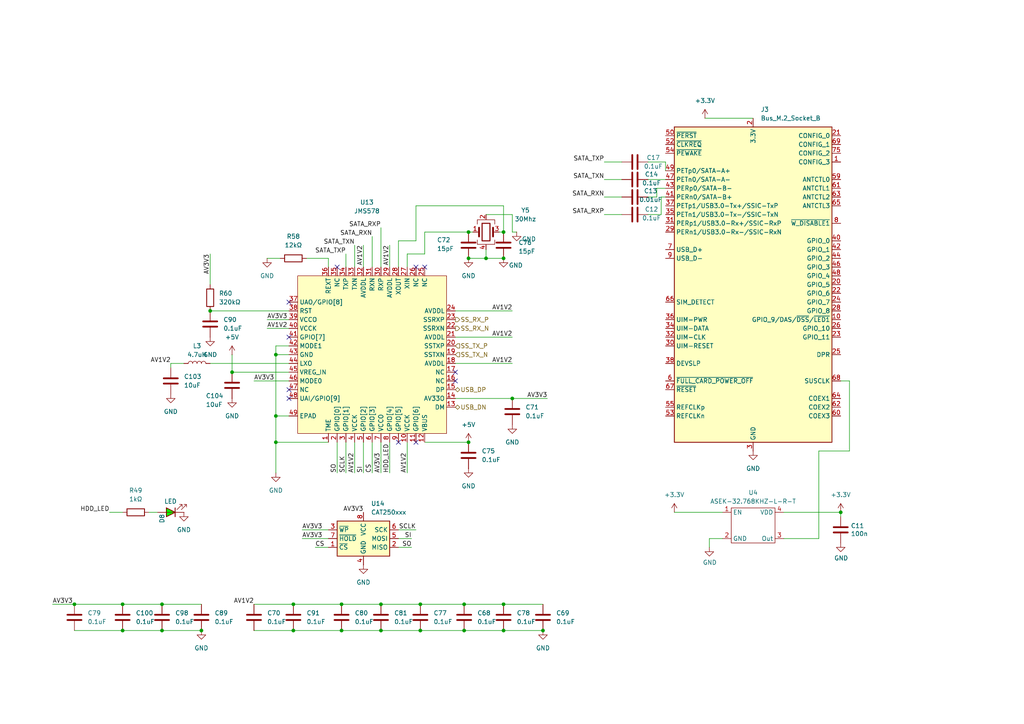
<source format=kicad_sch>
(kicad_sch
	(version 20231120)
	(generator "eeschema")
	(generator_version "8.0")
	(uuid "5deb622f-a0b3-4c2d-80fc-c05dd85db3c2")
	(paper "A4")
	(lib_symbols
		(symbol "CM5IO:ASEK-32.768KHZ-L-R-T"
			(exclude_from_sim no)
			(in_bom yes)
			(on_board yes)
			(property "Reference" "U"
				(at -5.08 6.35 0)
				(effects
					(font
						(size 1.27 1.27)
					)
				)
			)
			(property "Value" "ASEK-32.768KHZ-L-R-T"
				(at 0 -6.35 0)
				(effects
					(font
						(size 1.27 1.27)
					)
				)
			)
			(property "Footprint" "Crystal:Crystal_SMD_3225-4Pin_3.2x2.5mm"
				(at 1.27 -8.89 0)
				(effects
					(font
						(size 1.27 1.27)
					)
					(hide yes)
				)
			)
			(property "Datasheet" "https://abracon.com/Oscillators/ASEK.pdf"
				(at 0 -11.43 0)
				(effects
					(font
						(size 1.27 1.27)
					)
					(hide yes)
				)
			)
			(property "Description" ""
				(at 0 0 0)
				(effects
					(font
						(size 1.27 1.27)
					)
					(hide yes)
				)
			)
			(symbol "ASEK-32.768KHZ-L-R-T_0_1"
				(rectangle
					(start -6.35 5.08)
					(end 6.35 -5.08)
					(stroke
						(width 0)
						(type default)
					)
					(fill
						(type none)
					)
				)
			)
			(symbol "ASEK-32.768KHZ-L-R-T_1_1"
				(pin input line
					(at -8.89 3.81 0)
					(length 2.54)
					(name "EN"
						(effects
							(font
								(size 1.27 1.27)
							)
						)
					)
					(number "1"
						(effects
							(font
								(size 1.27 1.27)
							)
						)
					)
				)
				(pin power_in line
					(at -8.89 -3.81 0)
					(length 2.54)
					(name "GND"
						(effects
							(font
								(size 1.27 1.27)
							)
						)
					)
					(number "2"
						(effects
							(font
								(size 1.27 1.27)
							)
						)
					)
				)
				(pin output line
					(at 8.89 -3.81 180)
					(length 2.54)
					(name "Out"
						(effects
							(font
								(size 1.27 1.27)
							)
						)
					)
					(number "3"
						(effects
							(font
								(size 1.27 1.27)
							)
						)
					)
				)
				(pin power_in line
					(at 8.89 3.81 180)
					(length 2.54)
					(name "VDD"
						(effects
							(font
								(size 1.27 1.27)
							)
						)
					)
					(number "4"
						(effects
							(font
								(size 1.27 1.27)
							)
						)
					)
				)
			)
		)
		(symbol "Connector:Bus_M.2_Socket_B"
			(exclude_from_sim no)
			(in_bom yes)
			(on_board yes)
			(property "Reference" "J902"
				(at 2.1941 50.8 0)
				(effects
					(font
						(size 1.27 1.27)
					)
					(justify left)
				)
			)
			(property "Value" "Bus_M.2_Socket_B"
				(at 2.1941 48.26 0)
				(effects
					(font
						(size 1.27 1.27)
					)
					(justify left)
				)
			)
			(property "Footprint" "CM5IO:M.2 M Key socket"
				(at 0 26.67 0)
				(effects
					(font
						(size 1.27 1.27)
					)
					(hide yes)
				)
			)
			(property "Datasheet" "http://read.pudn.com/downloads794/doc/project/3133918/PCIe_M.2_Electromechanical_Spec_Rev1.0_Final_11012013_RS_Clean.pdf#page=154"
				(at 0 26.67 0)
				(effects
					(font
						(size 1.27 1.27)
					)
					(hide yes)
				)
			)
			(property "Description" "M.2 Socket 2 Mechanical Key B"
				(at 0 0 0)
				(effects
					(font
						(size 1.27 1.27)
					)
					(hide yes)
				)
			)
			(property "ki_keywords" "M2 NGNF PCI-E"
				(at 0 0 0)
				(effects
					(font
						(size 1.27 1.27)
					)
					(hide yes)
				)
			)
			(property "ki_fp_filters" "*M*2*B*"
				(at 0 0 0)
				(effects
					(font
						(size 1.27 1.27)
					)
					(hide yes)
				)
			)
			(symbol "Bus_M.2_Socket_B_0_1"
				(rectangle
					(start -22.86 45.72)
					(end 22.86 -45.72)
					(stroke
						(width 0.254)
						(type default)
					)
					(fill
						(type background)
					)
				)
			)
			(symbol "Bus_M.2_Socket_B_1_1"
				(pin input line
					(at 25.4 35.56 180)
					(length 2.54)
					(name "CONFIG_3"
						(effects
							(font
								(size 1.27 1.27)
							)
						)
					)
					(number "1"
						(effects
							(font
								(size 1.27 1.27)
							)
						)
					)
				)
				(pin bidirectional line
					(at 25.4 -10.16 180)
					(length 2.54)
					(name "GPIO_9/DAS/~{DSS}/~{LED1}"
						(effects
							(font
								(size 1.27 1.27)
							)
						)
					)
					(number "10"
						(effects
							(font
								(size 1.27 1.27)
							)
						)
					)
				)
				(pin passive line
					(at 0 -48.26 90)
					(length 2.54) hide
					(name "GND"
						(effects
							(font
								(size 1.27 1.27)
							)
						)
					)
					(number "11"
						(effects
							(font
								(size 1.27 1.27)
							)
						)
					)
				)
				(pin power_in line
					(at 0 48.26 270)
					(length 2.54)
					(name "3.3V"
						(effects
							(font
								(size 1.27 1.27)
							)
						)
					)
					(number "2"
						(effects
							(font
								(size 1.27 1.27)
							)
						)
					)
				)
				(pin bidirectional line
					(at 25.4 0 180)
					(length 2.54)
					(name "GPIO_5"
						(effects
							(font
								(size 1.27 1.27)
							)
						)
					)
					(number "20"
						(effects
							(font
								(size 1.27 1.27)
							)
						)
					)
				)
				(pin input line
					(at 25.4 43.18 180)
					(length 2.54)
					(name "CONFIG_0"
						(effects
							(font
								(size 1.27 1.27)
							)
						)
					)
					(number "21"
						(effects
							(font
								(size 1.27 1.27)
							)
						)
					)
				)
				(pin bidirectional line
					(at 25.4 -2.54 180)
					(length 2.54)
					(name "GPIO_6"
						(effects
							(font
								(size 1.27 1.27)
							)
						)
					)
					(number "22"
						(effects
							(font
								(size 1.27 1.27)
							)
						)
					)
				)
				(pin bidirectional line
					(at 25.4 -15.24 180)
					(length 2.54)
					(name "GPIO_11"
						(effects
							(font
								(size 1.27 1.27)
							)
						)
					)
					(number "23"
						(effects
							(font
								(size 1.27 1.27)
							)
						)
					)
				)
				(pin bidirectional line
					(at 25.4 -5.08 180)
					(length 2.54)
					(name "GPIO_7"
						(effects
							(font
								(size 1.27 1.27)
							)
						)
					)
					(number "24"
						(effects
							(font
								(size 1.27 1.27)
							)
						)
					)
				)
				(pin output line
					(at 25.4 -20.32 180)
					(length 2.54)
					(name "DPR"
						(effects
							(font
								(size 1.27 1.27)
							)
						)
					)
					(number "25"
						(effects
							(font
								(size 1.27 1.27)
							)
						)
					)
				)
				(pin bidirectional line
					(at 25.4 -12.7 180)
					(length 2.54)
					(name "GPIO_10"
						(effects
							(font
								(size 1.27 1.27)
							)
						)
					)
					(number "26"
						(effects
							(font
								(size 1.27 1.27)
							)
						)
					)
				)
				(pin passive line
					(at 0 -48.26 90)
					(length 2.54) hide
					(name "GND"
						(effects
							(font
								(size 1.27 1.27)
							)
						)
					)
					(number "27"
						(effects
							(font
								(size 1.27 1.27)
							)
						)
					)
				)
				(pin bidirectional line
					(at 25.4 -7.62 180)
					(length 2.54)
					(name "GPIO_8"
						(effects
							(font
								(size 1.27 1.27)
							)
						)
					)
					(number "28"
						(effects
							(font
								(size 1.27 1.27)
							)
						)
					)
				)
				(pin input line
					(at -25.4 15.24 0)
					(length 2.54)
					(name "PERn1/USB3.0-Rx-/SSIC-RxN"
						(effects
							(font
								(size 1.27 1.27)
							)
						)
					)
					(number "29"
						(effects
							(font
								(size 1.27 1.27)
							)
						)
					)
				)
				(pin power_in line
					(at 0 -48.26 90)
					(length 2.54)
					(name "GND"
						(effects
							(font
								(size 1.27 1.27)
							)
						)
					)
					(number "3"
						(effects
							(font
								(size 1.27 1.27)
							)
						)
					)
				)
				(pin input line
					(at -25.4 -17.78 0)
					(length 2.54)
					(name "UIM-RESET"
						(effects
							(font
								(size 1.27 1.27)
							)
						)
					)
					(number "30"
						(effects
							(font
								(size 1.27 1.27)
							)
						)
					)
				)
				(pin input line
					(at -25.4 17.78 0)
					(length 2.54)
					(name "PERp1/USB3.0-Rx+/SSIC-RxP"
						(effects
							(font
								(size 1.27 1.27)
							)
						)
					)
					(number "31"
						(effects
							(font
								(size 1.27 1.27)
							)
						)
					)
				)
				(pin input line
					(at -25.4 -15.24 0)
					(length 2.54)
					(name "UIM-CLK"
						(effects
							(font
								(size 1.27 1.27)
							)
						)
					)
					(number "32"
						(effects
							(font
								(size 1.27 1.27)
							)
						)
					)
				)
				(pin passive line
					(at 0 -48.26 90)
					(length 2.54) hide
					(name "GND"
						(effects
							(font
								(size 1.27 1.27)
							)
						)
					)
					(number "33"
						(effects
							(font
								(size 1.27 1.27)
							)
						)
					)
				)
				(pin bidirectional line
					(at -25.4 -12.7 0)
					(length 2.54)
					(name "UIM-DATA"
						(effects
							(font
								(size 1.27 1.27)
							)
						)
					)
					(number "34"
						(effects
							(font
								(size 1.27 1.27)
							)
						)
					)
				)
				(pin output line
					(at -25.4 20.32 0)
					(length 2.54)
					(name "PETn1/USB3.0-Tx-/SSIC-TxN"
						(effects
							(font
								(size 1.27 1.27)
							)
						)
					)
					(number "35"
						(effects
							(font
								(size 1.27 1.27)
							)
						)
					)
				)
				(pin input line
					(at -25.4 -10.16 0)
					(length 2.54)
					(name "UIM-PWR"
						(effects
							(font
								(size 1.27 1.27)
							)
						)
					)
					(number "36"
						(effects
							(font
								(size 1.27 1.27)
							)
						)
					)
				)
				(pin output line
					(at -25.4 22.86 0)
					(length 2.54)
					(name "PETp1/USB3.0-Tx+/SSIC-TxP"
						(effects
							(font
								(size 1.27 1.27)
							)
						)
					)
					(number "37"
						(effects
							(font
								(size 1.27 1.27)
							)
						)
					)
				)
				(pin output line
					(at -25.4 -22.86 0)
					(length 2.54)
					(name "DEVSLP"
						(effects
							(font
								(size 1.27 1.27)
							)
						)
					)
					(number "38"
						(effects
							(font
								(size 1.27 1.27)
							)
						)
					)
				)
				(pin passive line
					(at 0 -48.26 90)
					(length 2.54) hide
					(name "GND"
						(effects
							(font
								(size 1.27 1.27)
							)
						)
					)
					(number "39"
						(effects
							(font
								(size 1.27 1.27)
							)
						)
					)
				)
				(pin passive line
					(at 0 48.26 270)
					(length 2.54) hide
					(name "3.3V"
						(effects
							(font
								(size 1.27 1.27)
							)
						)
					)
					(number "4"
						(effects
							(font
								(size 1.27 1.27)
							)
						)
					)
				)
				(pin bidirectional line
					(at 25.4 12.7 180)
					(length 2.54)
					(name "GPIO_0"
						(effects
							(font
								(size 1.27 1.27)
							)
						)
					)
					(number "40"
						(effects
							(font
								(size 1.27 1.27)
							)
						)
					)
				)
				(pin input line
					(at -25.4 25.4 0)
					(length 2.54)
					(name "PERn0/SATA-B+"
						(effects
							(font
								(size 1.27 1.27)
							)
						)
					)
					(number "41"
						(effects
							(font
								(size 1.27 1.27)
							)
						)
					)
				)
				(pin bidirectional line
					(at 25.4 10.16 180)
					(length 2.54)
					(name "GPIO_1"
						(effects
							(font
								(size 1.27 1.27)
							)
						)
					)
					(number "42"
						(effects
							(font
								(size 1.27 1.27)
							)
						)
					)
				)
				(pin input line
					(at -25.4 27.94 0)
					(length 2.54)
					(name "PERp0/SATA-B-"
						(effects
							(font
								(size 1.27 1.27)
							)
						)
					)
					(number "43"
						(effects
							(font
								(size 1.27 1.27)
							)
						)
					)
				)
				(pin bidirectional line
					(at 25.4 7.62 180)
					(length 2.54)
					(name "GPIO_2"
						(effects
							(font
								(size 1.27 1.27)
							)
						)
					)
					(number "44"
						(effects
							(font
								(size 1.27 1.27)
							)
						)
					)
				)
				(pin passive line
					(at 0 -48.26 90)
					(length 2.54) hide
					(name "GND"
						(effects
							(font
								(size 1.27 1.27)
							)
						)
					)
					(number "45"
						(effects
							(font
								(size 1.27 1.27)
							)
						)
					)
				)
				(pin bidirectional line
					(at 25.4 5.08 180)
					(length 2.54)
					(name "GPIO_3"
						(effects
							(font
								(size 1.27 1.27)
							)
						)
					)
					(number "46"
						(effects
							(font
								(size 1.27 1.27)
							)
						)
					)
				)
				(pin output line
					(at -25.4 30.48 0)
					(length 2.54)
					(name "PETn0/SATA-A-"
						(effects
							(font
								(size 1.27 1.27)
							)
						)
					)
					(number "47"
						(effects
							(font
								(size 1.27 1.27)
							)
						)
					)
				)
				(pin bidirectional line
					(at 25.4 2.54 180)
					(length 2.54)
					(name "GPIO_4"
						(effects
							(font
								(size 1.27 1.27)
							)
						)
					)
					(number "48"
						(effects
							(font
								(size 1.27 1.27)
							)
						)
					)
				)
				(pin output line
					(at -25.4 33.02 0)
					(length 2.54)
					(name "PETp0/SATA-A+"
						(effects
							(font
								(size 1.27 1.27)
							)
						)
					)
					(number "49"
						(effects
							(font
								(size 1.27 1.27)
							)
						)
					)
				)
				(pin passive line
					(at 0 -48.26 90)
					(length 2.54) hide
					(name "GND"
						(effects
							(font
								(size 1.27 1.27)
							)
						)
					)
					(number "5"
						(effects
							(font
								(size 1.27 1.27)
							)
						)
					)
				)
				(pin output line
					(at -25.4 43.18 0)
					(length 2.54)
					(name "~{PERST}"
						(effects
							(font
								(size 1.27 1.27)
							)
						)
					)
					(number "50"
						(effects
							(font
								(size 1.27 1.27)
							)
						)
					)
				)
				(pin passive line
					(at 0 -48.26 90)
					(length 2.54) hide
					(name "GND"
						(effects
							(font
								(size 1.27 1.27)
							)
						)
					)
					(number "51"
						(effects
							(font
								(size 1.27 1.27)
							)
						)
					)
				)
				(pin bidirectional line
					(at -25.4 40.64 0)
					(length 2.54)
					(name "~{CLKREQ}"
						(effects
							(font
								(size 1.27 1.27)
							)
						)
					)
					(number "52"
						(effects
							(font
								(size 1.27 1.27)
							)
						)
					)
				)
				(pin output line
					(at -25.4 -38.1 0)
					(length 2.54)
					(name "REFCLKn"
						(effects
							(font
								(size 1.27 1.27)
							)
						)
					)
					(number "53"
						(effects
							(font
								(size 1.27 1.27)
							)
						)
					)
				)
				(pin bidirectional line
					(at -25.4 38.1 0)
					(length 2.54)
					(name "~{PEWAKE}"
						(effects
							(font
								(size 1.27 1.27)
							)
						)
					)
					(number "54"
						(effects
							(font
								(size 1.27 1.27)
							)
						)
					)
				)
				(pin output line
					(at -25.4 -35.56 0)
					(length 2.54)
					(name "REFCLKp"
						(effects
							(font
								(size 1.27 1.27)
							)
						)
					)
					(number "55"
						(effects
							(font
								(size 1.27 1.27)
							)
						)
					)
				)
				(pin no_connect line
					(at 22.86 -43.18 180)
					(length 2.54) hide
					(name "NC"
						(effects
							(font
								(size 1.27 1.27)
							)
						)
					)
					(number "56"
						(effects
							(font
								(size 1.27 1.27)
							)
						)
					)
				)
				(pin passive line
					(at 0 -48.26 90)
					(length 2.54) hide
					(name "GND"
						(effects
							(font
								(size 1.27 1.27)
							)
						)
					)
					(number "57"
						(effects
							(font
								(size 1.27 1.27)
							)
						)
					)
				)
				(pin no_connect line
					(at 22.86 -40.64 180)
					(length 2.54) hide
					(name "NC"
						(effects
							(font
								(size 1.27 1.27)
							)
						)
					)
					(number "58"
						(effects
							(font
								(size 1.27 1.27)
							)
						)
					)
				)
				(pin input line
					(at 25.4 30.48 180)
					(length 2.54)
					(name "ANTCTL0"
						(effects
							(font
								(size 1.27 1.27)
							)
						)
					)
					(number "59"
						(effects
							(font
								(size 1.27 1.27)
							)
						)
					)
				)
				(pin output line
					(at -25.4 -27.94 0)
					(length 2.54)
					(name "~{FULL_CARD_POWER_OFF}"
						(effects
							(font
								(size 1.27 1.27)
							)
						)
					)
					(number "6"
						(effects
							(font
								(size 1.27 1.27)
							)
						)
					)
				)
				(pin bidirectional line
					(at 25.4 -38.1 180)
					(length 2.54)
					(name "COEX3"
						(effects
							(font
								(size 1.27 1.27)
							)
						)
					)
					(number "60"
						(effects
							(font
								(size 1.27 1.27)
							)
						)
					)
				)
				(pin input line
					(at 25.4 27.94 180)
					(length 2.54)
					(name "ANTCTL1"
						(effects
							(font
								(size 1.27 1.27)
							)
						)
					)
					(number "61"
						(effects
							(font
								(size 1.27 1.27)
							)
						)
					)
				)
				(pin bidirectional line
					(at 25.4 -35.56 180)
					(length 2.54)
					(name "COEX2"
						(effects
							(font
								(size 1.27 1.27)
							)
						)
					)
					(number "62"
						(effects
							(font
								(size 1.27 1.27)
							)
						)
					)
				)
				(pin input line
					(at 25.4 25.4 180)
					(length 2.54)
					(name "ANTCTL2"
						(effects
							(font
								(size 1.27 1.27)
							)
						)
					)
					(number "63"
						(effects
							(font
								(size 1.27 1.27)
							)
						)
					)
				)
				(pin bidirectional line
					(at 25.4 -33.02 180)
					(length 2.54)
					(name "COEX1"
						(effects
							(font
								(size 1.27 1.27)
							)
						)
					)
					(number "64"
						(effects
							(font
								(size 1.27 1.27)
							)
						)
					)
				)
				(pin input line
					(at 25.4 22.86 180)
					(length 2.54)
					(name "ANTCTL3"
						(effects
							(font
								(size 1.27 1.27)
							)
						)
					)
					(number "65"
						(effects
							(font
								(size 1.27 1.27)
							)
						)
					)
				)
				(pin output line
					(at -25.4 -5.08 0)
					(length 2.54)
					(name "SIM_DETECT"
						(effects
							(font
								(size 1.27 1.27)
							)
						)
					)
					(number "66"
						(effects
							(font
								(size 1.27 1.27)
							)
						)
					)
				)
				(pin output line
					(at -25.4 -30.48 0)
					(length 2.54)
					(name "~{RESET}"
						(effects
							(font
								(size 1.27 1.27)
							)
						)
					)
					(number "67"
						(effects
							(font
								(size 1.27 1.27)
							)
						)
					)
				)
				(pin output line
					(at 25.4 -27.94 180)
					(length 2.54)
					(name "SUSCLK"
						(effects
							(font
								(size 1.27 1.27)
							)
						)
					)
					(number "68"
						(effects
							(font
								(size 1.27 1.27)
							)
						)
					)
				)
				(pin input line
					(at 25.4 40.64 180)
					(length 2.54)
					(name "CONFIG_1"
						(effects
							(font
								(size 1.27 1.27)
							)
						)
					)
					(number "69"
						(effects
							(font
								(size 1.27 1.27)
							)
						)
					)
				)
				(pin bidirectional line
					(at -25.4 10.16 0)
					(length 2.54)
					(name "USB_D+"
						(effects
							(font
								(size 1.27 1.27)
							)
						)
					)
					(number "7"
						(effects
							(font
								(size 1.27 1.27)
							)
						)
					)
				)
				(pin passive line
					(at 0 48.26 270)
					(length 2.54) hide
					(name "3.3V"
						(effects
							(font
								(size 1.27 1.27)
							)
						)
					)
					(number "70"
						(effects
							(font
								(size 1.27 1.27)
							)
						)
					)
				)
				(pin passive line
					(at 0 -48.26 90)
					(length 2.54) hide
					(name "GND"
						(effects
							(font
								(size 1.27 1.27)
							)
						)
					)
					(number "71"
						(effects
							(font
								(size 1.27 1.27)
							)
						)
					)
				)
				(pin passive line
					(at 0 48.26 270)
					(length 2.54) hide
					(name "3.3V"
						(effects
							(font
								(size 1.27 1.27)
							)
						)
					)
					(number "72"
						(effects
							(font
								(size 1.27 1.27)
							)
						)
					)
				)
				(pin passive line
					(at 0 -48.26 90)
					(length 2.54) hide
					(name "GND"
						(effects
							(font
								(size 1.27 1.27)
							)
						)
					)
					(number "73"
						(effects
							(font
								(size 1.27 1.27)
							)
						)
					)
				)
				(pin passive line
					(at 0 48.26 270)
					(length 2.54) hide
					(name "3.3V"
						(effects
							(font
								(size 1.27 1.27)
							)
						)
					)
					(number "74"
						(effects
							(font
								(size 1.27 1.27)
							)
						)
					)
				)
				(pin input line
					(at 25.4 38.1 180)
					(length 2.54)
					(name "CONFIG_2"
						(effects
							(font
								(size 1.27 1.27)
							)
						)
					)
					(number "75"
						(effects
							(font
								(size 1.27 1.27)
							)
						)
					)
				)
				(pin output line
					(at 25.4 17.78 180)
					(length 2.54)
					(name "~{W_DISABLE1}"
						(effects
							(font
								(size 1.27 1.27)
							)
						)
					)
					(number "8"
						(effects
							(font
								(size 1.27 1.27)
							)
						)
					)
				)
				(pin bidirectional line
					(at -25.4 7.62 0)
					(length 2.54)
					(name "USB_D-"
						(effects
							(font
								(size 1.27 1.27)
							)
						)
					)
					(number "9"
						(effects
							(font
								(size 1.27 1.27)
							)
						)
					)
				)
				(pin passive line
					(at 0 -48.26 90)
					(length 2.54) hide
					(name "GND"
						(effects
							(font
								(size 1.27 1.27)
							)
						)
					)
					(number "M2"
						(effects
							(font
								(size 1.27 1.27)
							)
						)
					)
				)
			)
		)
		(symbol "Device:C"
			(pin_numbers hide)
			(pin_names
				(offset 0.254)
			)
			(exclude_from_sim no)
			(in_bom yes)
			(on_board yes)
			(property "Reference" "C"
				(at 0.635 2.54 0)
				(effects
					(font
						(size 1.27 1.27)
					)
					(justify left)
				)
			)
			(property "Value" "C"
				(at 0.635 -2.54 0)
				(effects
					(font
						(size 1.27 1.27)
					)
					(justify left)
				)
			)
			(property "Footprint" ""
				(at 0.9652 -3.81 0)
				(effects
					(font
						(size 1.27 1.27)
					)
					(hide yes)
				)
			)
			(property "Datasheet" "~"
				(at 0 0 0)
				(effects
					(font
						(size 1.27 1.27)
					)
					(hide yes)
				)
			)
			(property "Description" "Unpolarized capacitor"
				(at 0 0 0)
				(effects
					(font
						(size 1.27 1.27)
					)
					(hide yes)
				)
			)
			(property "ki_keywords" "cap capacitor"
				(at 0 0 0)
				(effects
					(font
						(size 1.27 1.27)
					)
					(hide yes)
				)
			)
			(property "ki_fp_filters" "C_*"
				(at 0 0 0)
				(effects
					(font
						(size 1.27 1.27)
					)
					(hide yes)
				)
			)
			(symbol "C_0_1"
				(polyline
					(pts
						(xy -2.032 -0.762) (xy 2.032 -0.762)
					)
					(stroke
						(width 0.508)
						(type default)
					)
					(fill
						(type none)
					)
				)
				(polyline
					(pts
						(xy -2.032 0.762) (xy 2.032 0.762)
					)
					(stroke
						(width 0.508)
						(type default)
					)
					(fill
						(type none)
					)
				)
			)
			(symbol "C_1_1"
				(pin passive line
					(at 0 3.81 270)
					(length 2.794)
					(name "~"
						(effects
							(font
								(size 1.27 1.27)
							)
						)
					)
					(number "1"
						(effects
							(font
								(size 1.27 1.27)
							)
						)
					)
				)
				(pin passive line
					(at 0 -3.81 90)
					(length 2.794)
					(name "~"
						(effects
							(font
								(size 1.27 1.27)
							)
						)
					)
					(number "2"
						(effects
							(font
								(size 1.27 1.27)
							)
						)
					)
				)
			)
		)
		(symbol "Device:Crystal_GND24"
			(pin_names
				(offset 1.016) hide)
			(exclude_from_sim no)
			(in_bom yes)
			(on_board yes)
			(property "Reference" "Y"
				(at 3.175 5.08 0)
				(effects
					(font
						(size 1.27 1.27)
					)
					(justify left)
				)
			)
			(property "Value" "Crystal_GND24"
				(at 3.175 3.175 0)
				(effects
					(font
						(size 1.27 1.27)
					)
					(justify left)
				)
			)
			(property "Footprint" ""
				(at 0 0 0)
				(effects
					(font
						(size 1.27 1.27)
					)
					(hide yes)
				)
			)
			(property "Datasheet" "~"
				(at 0 0 0)
				(effects
					(font
						(size 1.27 1.27)
					)
					(hide yes)
				)
			)
			(property "Description" "Four pin crystal, GND on pins 2 and 4"
				(at 0 0 0)
				(effects
					(font
						(size 1.27 1.27)
					)
					(hide yes)
				)
			)
			(property "ki_keywords" "quartz ceramic resonator oscillator"
				(at 0 0 0)
				(effects
					(font
						(size 1.27 1.27)
					)
					(hide yes)
				)
			)
			(property "ki_fp_filters" "Crystal*"
				(at 0 0 0)
				(effects
					(font
						(size 1.27 1.27)
					)
					(hide yes)
				)
			)
			(symbol "Crystal_GND24_0_1"
				(rectangle
					(start -1.143 2.54)
					(end 1.143 -2.54)
					(stroke
						(width 0.3048)
						(type default)
					)
					(fill
						(type none)
					)
				)
				(polyline
					(pts
						(xy -2.54 0) (xy -2.032 0)
					)
					(stroke
						(width 0)
						(type default)
					)
					(fill
						(type none)
					)
				)
				(polyline
					(pts
						(xy -2.032 -1.27) (xy -2.032 1.27)
					)
					(stroke
						(width 0.508)
						(type default)
					)
					(fill
						(type none)
					)
				)
				(polyline
					(pts
						(xy 0 -3.81) (xy 0 -3.556)
					)
					(stroke
						(width 0)
						(type default)
					)
					(fill
						(type none)
					)
				)
				(polyline
					(pts
						(xy 0 3.556) (xy 0 3.81)
					)
					(stroke
						(width 0)
						(type default)
					)
					(fill
						(type none)
					)
				)
				(polyline
					(pts
						(xy 2.032 -1.27) (xy 2.032 1.27)
					)
					(stroke
						(width 0.508)
						(type default)
					)
					(fill
						(type none)
					)
				)
				(polyline
					(pts
						(xy 2.032 0) (xy 2.54 0)
					)
					(stroke
						(width 0)
						(type default)
					)
					(fill
						(type none)
					)
				)
				(polyline
					(pts
						(xy -2.54 -2.286) (xy -2.54 -3.556) (xy 2.54 -3.556) (xy 2.54 -2.286)
					)
					(stroke
						(width 0)
						(type default)
					)
					(fill
						(type none)
					)
				)
				(polyline
					(pts
						(xy -2.54 2.286) (xy -2.54 3.556) (xy 2.54 3.556) (xy 2.54 2.286)
					)
					(stroke
						(width 0)
						(type default)
					)
					(fill
						(type none)
					)
				)
			)
			(symbol "Crystal_GND24_1_1"
				(pin passive line
					(at -3.81 0 0)
					(length 1.27)
					(name "1"
						(effects
							(font
								(size 1.27 1.27)
							)
						)
					)
					(number "1"
						(effects
							(font
								(size 1.27 1.27)
							)
						)
					)
				)
				(pin passive line
					(at 0 5.08 270)
					(length 1.27)
					(name "2"
						(effects
							(font
								(size 1.27 1.27)
							)
						)
					)
					(number "2"
						(effects
							(font
								(size 1.27 1.27)
							)
						)
					)
				)
				(pin passive line
					(at 3.81 0 180)
					(length 1.27)
					(name "3"
						(effects
							(font
								(size 1.27 1.27)
							)
						)
					)
					(number "3"
						(effects
							(font
								(size 1.27 1.27)
							)
						)
					)
				)
				(pin passive line
					(at 0 -5.08 90)
					(length 1.27)
					(name "4"
						(effects
							(font
								(size 1.27 1.27)
							)
						)
					)
					(number "4"
						(effects
							(font
								(size 1.27 1.27)
							)
						)
					)
				)
			)
		)
		(symbol "Device:L"
			(pin_numbers hide)
			(pin_names
				(offset 1.016) hide)
			(exclude_from_sim no)
			(in_bom yes)
			(on_board yes)
			(property "Reference" "L"
				(at -1.27 0 90)
				(effects
					(font
						(size 1.27 1.27)
					)
				)
			)
			(property "Value" "L"
				(at 1.905 0 90)
				(effects
					(font
						(size 1.27 1.27)
					)
				)
			)
			(property "Footprint" ""
				(at 0 0 0)
				(effects
					(font
						(size 1.27 1.27)
					)
					(hide yes)
				)
			)
			(property "Datasheet" "~"
				(at 0 0 0)
				(effects
					(font
						(size 1.27 1.27)
					)
					(hide yes)
				)
			)
			(property "Description" "Inductor"
				(at 0 0 0)
				(effects
					(font
						(size 1.27 1.27)
					)
					(hide yes)
				)
			)
			(property "ki_keywords" "inductor choke coil reactor magnetic"
				(at 0 0 0)
				(effects
					(font
						(size 1.27 1.27)
					)
					(hide yes)
				)
			)
			(property "ki_fp_filters" "Choke_* *Coil* Inductor_* L_*"
				(at 0 0 0)
				(effects
					(font
						(size 1.27 1.27)
					)
					(hide yes)
				)
			)
			(symbol "L_0_1"
				(arc
					(start 0 -2.54)
					(mid 0.6323 -1.905)
					(end 0 -1.27)
					(stroke
						(width 0)
						(type default)
					)
					(fill
						(type none)
					)
				)
				(arc
					(start 0 -1.27)
					(mid 0.6323 -0.635)
					(end 0 0)
					(stroke
						(width 0)
						(type default)
					)
					(fill
						(type none)
					)
				)
				(arc
					(start 0 0)
					(mid 0.6323 0.635)
					(end 0 1.27)
					(stroke
						(width 0)
						(type default)
					)
					(fill
						(type none)
					)
				)
				(arc
					(start 0 1.27)
					(mid 0.6323 1.905)
					(end 0 2.54)
					(stroke
						(width 0)
						(type default)
					)
					(fill
						(type none)
					)
				)
			)
			(symbol "L_1_1"
				(pin passive line
					(at 0 3.81 270)
					(length 1.27)
					(name "1"
						(effects
							(font
								(size 1.27 1.27)
							)
						)
					)
					(number "1"
						(effects
							(font
								(size 1.27 1.27)
							)
						)
					)
				)
				(pin passive line
					(at 0 -3.81 90)
					(length 1.27)
					(name "2"
						(effects
							(font
								(size 1.27 1.27)
							)
						)
					)
					(number "2"
						(effects
							(font
								(size 1.27 1.27)
							)
						)
					)
				)
			)
		)
		(symbol "Device:LED"
			(pin_numbers hide)
			(pin_names
				(offset 1.016) hide)
			(exclude_from_sim no)
			(in_bom yes)
			(on_board yes)
			(property "Reference" "D2"
				(at 3.175 -0.9525 90)
				(effects
					(font
						(size 1.27 1.27)
					)
					(justify right)
				)
			)
			(property "Value" "LED"
				(at 3.175 -3.4925 90)
				(effects
					(font
						(size 1.27 1.27)
					)
					(justify right)
				)
			)
			(property "Footprint" ""
				(at 0 0 0)
				(effects
					(font
						(size 1.27 1.27)
					)
					(hide yes)
				)
			)
			(property "Datasheet" "~"
				(at 0 0 0)
				(effects
					(font
						(size 1.27 1.27)
					)
					(hide yes)
				)
			)
			(property "Description" "Light emitting diode"
				(at 0 0 0)
				(effects
					(font
						(size 1.27 1.27)
					)
					(hide yes)
				)
			)
			(property "ki_keywords" "LED diode"
				(at 0 0 0)
				(effects
					(font
						(size 1.27 1.27)
					)
					(hide yes)
				)
			)
			(property "ki_fp_filters" "LED* LED_SMD:* LED_THT:*"
				(at 0 0 0)
				(effects
					(font
						(size 1.27 1.27)
					)
					(hide yes)
				)
			)
			(symbol "LED_0_1"
				(polyline
					(pts
						(xy -1.27 -1.27) (xy -1.27 1.27)
					)
					(stroke
						(width 0.254)
						(type default)
					)
					(fill
						(type none)
					)
				)
				(polyline
					(pts
						(xy -1.27 0) (xy 1.27 0)
					)
					(stroke
						(width 0)
						(type default)
					)
					(fill
						(type none)
					)
				)
				(polyline
					(pts
						(xy 1.27 -1.27) (xy 1.27 1.27) (xy -1.27 0) (xy 1.27 -1.27)
					)
					(stroke
						(width 0.254)
						(type default)
					)
					(fill
						(type color)
						(color 0 255 0 1)
					)
				)
				(polyline
					(pts
						(xy -3.048 -0.762) (xy -4.572 -2.286) (xy -3.81 -2.286) (xy -4.572 -2.286) (xy -4.572 -1.524)
					)
					(stroke
						(width 0)
						(type default)
					)
					(fill
						(type none)
					)
				)
				(polyline
					(pts
						(xy -1.778 -0.762) (xy -3.302 -2.286) (xy -2.54 -2.286) (xy -3.302 -2.286) (xy -3.302 -1.524)
					)
					(stroke
						(width 0)
						(type default)
					)
					(fill
						(type none)
					)
				)
			)
			(symbol "LED_1_1"
				(pin passive line
					(at -3.81 0 0)
					(length 2.54)
					(name "K"
						(effects
							(font
								(size 1.27 1.27)
							)
						)
					)
					(number "1"
						(effects
							(font
								(size 1.27 1.27)
							)
						)
					)
				)
				(pin passive line
					(at 3.81 0 180)
					(length 2.54)
					(name "A"
						(effects
							(font
								(size 1.27 1.27)
							)
						)
					)
					(number "2"
						(effects
							(font
								(size 1.27 1.27)
							)
						)
					)
				)
			)
		)
		(symbol "Device:R"
			(pin_numbers hide)
			(pin_names
				(offset 0)
			)
			(exclude_from_sim no)
			(in_bom yes)
			(on_board yes)
			(property "Reference" "R"
				(at 2.032 0 90)
				(effects
					(font
						(size 1.27 1.27)
					)
				)
			)
			(property "Value" "R"
				(at 0 0 90)
				(effects
					(font
						(size 1.27 1.27)
					)
				)
			)
			(property "Footprint" ""
				(at -1.778 0 90)
				(effects
					(font
						(size 1.27 1.27)
					)
					(hide yes)
				)
			)
			(property "Datasheet" "~"
				(at 0 0 0)
				(effects
					(font
						(size 1.27 1.27)
					)
					(hide yes)
				)
			)
			(property "Description" "Resistor"
				(at 0 0 0)
				(effects
					(font
						(size 1.27 1.27)
					)
					(hide yes)
				)
			)
			(property "ki_keywords" "R res resistor"
				(at 0 0 0)
				(effects
					(font
						(size 1.27 1.27)
					)
					(hide yes)
				)
			)
			(property "ki_fp_filters" "R_*"
				(at 0 0 0)
				(effects
					(font
						(size 1.27 1.27)
					)
					(hide yes)
				)
			)
			(symbol "R_0_1"
				(rectangle
					(start -1.016 -2.54)
					(end 1.016 2.54)
					(stroke
						(width 0.254)
						(type default)
					)
					(fill
						(type none)
					)
				)
			)
			(symbol "R_1_1"
				(pin passive line
					(at 0 3.81 270)
					(length 1.27)
					(name "~"
						(effects
							(font
								(size 1.27 1.27)
							)
						)
					)
					(number "1"
						(effects
							(font
								(size 1.27 1.27)
							)
						)
					)
				)
				(pin passive line
					(at 0 -3.81 90)
					(length 1.27)
					(name "~"
						(effects
							(font
								(size 1.27 1.27)
							)
						)
					)
					(number "2"
						(effects
							(font
								(size 1.27 1.27)
							)
						)
					)
				)
			)
		)
		(symbol "JMS578:JMS578"
			(exclude_from_sim no)
			(in_bom yes)
			(on_board yes)
			(property "Reference" "U"
				(at -7.62 32.766 0)
				(effects
					(font
						(size 1.27 1.27)
					)
				)
			)
			(property "Value" "JMS578"
				(at -1.27 31.75 0)
				(effects
					(font
						(size 1.27 1.27)
					)
				)
			)
			(property "Footprint" "Package_DFN_QFN:QFN-48-1EP_6x6mm_P0.4mm_EP4.2x4.2mm"
				(at 0.254 -36.068 0)
				(effects
					(font
						(size 1.27 1.27)
					)
				)
			)
			(property "Datasheet" ""
				(at -8.89 -10.16 0)
				(effects
					(font
						(size 1.27 1.27)
					)
					(hide yes)
				)
			)
			(property "Description" ""
				(at -8.89 -10.16 0)
				(effects
					(font
						(size 1.27 1.27)
					)
					(hide yes)
				)
			)
			(symbol "JMS578_1_1"
				(rectangle
					(start -24.13 24.13)
					(end 19.05 -21.59)
					(stroke
						(width 0)
						(type default)
					)
					(fill
						(type background)
					)
				)
				(pin input line
					(at -15.24 -24.13 90)
					(length 2.54)
					(name "TME"
						(effects
							(font
								(size 1.27 1.27)
							)
						)
					)
					(number "1"
						(effects
							(font
								(size 1.27 1.27)
							)
						)
					)
				)
				(pin input line
					(at 7.62 -24.13 90)
					(length 2.54)
					(name "VCCK"
						(effects
							(font
								(size 1.27 1.27)
							)
						)
					)
					(number "10"
						(effects
							(font
								(size 1.27 1.27)
							)
						)
					)
				)
				(pin input line
					(at 10.16 -24.13 90)
					(length 2.54)
					(name "GPIO[6]"
						(effects
							(font
								(size 1.27 1.27)
							)
						)
					)
					(number "11"
						(effects
							(font
								(size 1.27 1.27)
							)
						)
					)
				)
				(pin input line
					(at 12.7 -24.13 90)
					(length 2.54)
					(name "VBUS"
						(effects
							(font
								(size 1.27 1.27)
							)
						)
					)
					(number "12"
						(effects
							(font
								(size 1.27 1.27)
							)
						)
					)
				)
				(pin input line
					(at 21.59 -13.97 180)
					(length 2.54)
					(name "DM"
						(effects
							(font
								(size 1.27 1.27)
							)
						)
					)
					(number "13"
						(effects
							(font
								(size 1.27 1.27)
							)
						)
					)
				)
				(pin input line
					(at 21.59 -11.43 180)
					(length 2.54)
					(name "AV33O"
						(effects
							(font
								(size 1.27 1.27)
							)
						)
					)
					(number "14"
						(effects
							(font
								(size 1.27 1.27)
							)
						)
					)
				)
				(pin input line
					(at 21.59 -8.89 180)
					(length 2.54)
					(name "DP"
						(effects
							(font
								(size 1.27 1.27)
							)
						)
					)
					(number "15"
						(effects
							(font
								(size 1.27 1.27)
							)
						)
					)
				)
				(pin input line
					(at 21.59 -6.35 180)
					(length 2.54)
					(name "NC"
						(effects
							(font
								(size 1.27 1.27)
							)
						)
					)
					(number "16"
						(effects
							(font
								(size 1.27 1.27)
							)
						)
					)
				)
				(pin input line
					(at 21.59 -3.81 180)
					(length 2.54)
					(name "NC"
						(effects
							(font
								(size 1.27 1.27)
							)
						)
					)
					(number "17"
						(effects
							(font
								(size 1.27 1.27)
							)
						)
					)
				)
				(pin input line
					(at 21.59 -1.27 180)
					(length 2.54)
					(name "AVDDL"
						(effects
							(font
								(size 1.27 1.27)
							)
						)
					)
					(number "18"
						(effects
							(font
								(size 1.27 1.27)
							)
						)
					)
				)
				(pin input line
					(at 21.59 1.27 180)
					(length 2.54)
					(name "SSTXN"
						(effects
							(font
								(size 1.27 1.27)
							)
						)
					)
					(number "19"
						(effects
							(font
								(size 1.27 1.27)
							)
						)
					)
				)
				(pin input line
					(at -12.7 -24.13 90)
					(length 2.54)
					(name "GPIO[0]"
						(effects
							(font
								(size 1.27 1.27)
							)
						)
					)
					(number "2"
						(effects
							(font
								(size 1.27 1.27)
							)
						)
					)
				)
				(pin input line
					(at 21.59 3.81 180)
					(length 2.54)
					(name "SSTXP"
						(effects
							(font
								(size 1.27 1.27)
							)
						)
					)
					(number "20"
						(effects
							(font
								(size 1.27 1.27)
							)
						)
					)
				)
				(pin input line
					(at 21.59 6.35 180)
					(length 2.54)
					(name "AVDDL"
						(effects
							(font
								(size 1.27 1.27)
							)
						)
					)
					(number "21"
						(effects
							(font
								(size 1.27 1.27)
							)
						)
					)
				)
				(pin input line
					(at 21.59 8.89 180)
					(length 2.54)
					(name "SSRXN"
						(effects
							(font
								(size 1.27 1.27)
							)
						)
					)
					(number "22"
						(effects
							(font
								(size 1.27 1.27)
							)
						)
					)
				)
				(pin input line
					(at 21.59 11.43 180)
					(length 2.54)
					(name "SSRXP"
						(effects
							(font
								(size 1.27 1.27)
							)
						)
					)
					(number "23"
						(effects
							(font
								(size 1.27 1.27)
							)
						)
					)
				)
				(pin input line
					(at 21.59 13.97 180)
					(length 2.54)
					(name "AVDDL"
						(effects
							(font
								(size 1.27 1.27)
							)
						)
					)
					(number "24"
						(effects
							(font
								(size 1.27 1.27)
							)
						)
					)
				)
				(pin input line
					(at 12.7 26.67 270)
					(length 2.54)
					(name "NC"
						(effects
							(font
								(size 1.27 1.27)
							)
						)
					)
					(number "25"
						(effects
							(font
								(size 1.27 1.27)
							)
						)
					)
				)
				(pin input line
					(at 10.16 26.67 270)
					(length 2.54)
					(name "NC"
						(effects
							(font
								(size 1.27 1.27)
							)
						)
					)
					(number "26"
						(effects
							(font
								(size 1.27 1.27)
							)
						)
					)
				)
				(pin input line
					(at 7.62 26.67 270)
					(length 2.54)
					(name "XIN"
						(effects
							(font
								(size 1.27 1.27)
							)
						)
					)
					(number "27"
						(effects
							(font
								(size 1.27 1.27)
							)
						)
					)
				)
				(pin input line
					(at 5.08 26.67 270)
					(length 2.54)
					(name "XOUT"
						(effects
							(font
								(size 1.27 1.27)
							)
						)
					)
					(number "28"
						(effects
							(font
								(size 1.27 1.27)
							)
						)
					)
				)
				(pin input line
					(at 2.54 26.67 270)
					(length 2.54)
					(name "AVDDL"
						(effects
							(font
								(size 1.27 1.27)
							)
						)
					)
					(number "29"
						(effects
							(font
								(size 1.27 1.27)
							)
						)
					)
				)
				(pin input line
					(at -10.16 -24.13 90)
					(length 2.54)
					(name "GPIO[1]"
						(effects
							(font
								(size 1.27 1.27)
							)
						)
					)
					(number "3"
						(effects
							(font
								(size 1.27 1.27)
							)
						)
					)
				)
				(pin input line
					(at 0 26.67 270)
					(length 2.54)
					(name "RXP"
						(effects
							(font
								(size 1.27 1.27)
							)
						)
					)
					(number "30"
						(effects
							(font
								(size 1.27 1.27)
							)
						)
					)
				)
				(pin input line
					(at -2.54 26.67 270)
					(length 2.54)
					(name "RXN"
						(effects
							(font
								(size 1.27 1.27)
							)
						)
					)
					(number "31"
						(effects
							(font
								(size 1.27 1.27)
							)
						)
					)
				)
				(pin input line
					(at -5.08 26.67 270)
					(length 2.54)
					(name "AVDDL"
						(effects
							(font
								(size 1.27 1.27)
							)
						)
					)
					(number "32"
						(effects
							(font
								(size 1.27 1.27)
							)
						)
					)
				)
				(pin input line
					(at -7.62 26.67 270)
					(length 2.54)
					(name "TXN"
						(effects
							(font
								(size 1.27 1.27)
							)
						)
					)
					(number "33"
						(effects
							(font
								(size 1.27 1.27)
							)
						)
					)
				)
				(pin input line
					(at -10.16 26.67 270)
					(length 2.54)
					(name "TXP"
						(effects
							(font
								(size 1.27 1.27)
							)
						)
					)
					(number "34"
						(effects
							(font
								(size 1.27 1.27)
							)
						)
					)
				)
				(pin input line
					(at -12.7 26.67 270)
					(length 2.54)
					(name "NC"
						(effects
							(font
								(size 1.27 1.27)
							)
						)
					)
					(number "35"
						(effects
							(font
								(size 1.27 1.27)
							)
						)
					)
				)
				(pin input line
					(at -15.24 26.67 270)
					(length 2.54)
					(name "REXT"
						(effects
							(font
								(size 1.27 1.27)
							)
						)
					)
					(number "36"
						(effects
							(font
								(size 1.27 1.27)
							)
						)
					)
				)
				(pin input line
					(at -26.67 16.51 0)
					(length 2.54)
					(name "UAO/GPIO[8]"
						(effects
							(font
								(size 1.27 1.27)
							)
						)
					)
					(number "37"
						(effects
							(font
								(size 1.27 1.27)
							)
						)
					)
				)
				(pin input line
					(at -26.67 13.97 0)
					(length 2.54)
					(name "RST"
						(effects
							(font
								(size 1.27 1.27)
							)
						)
					)
					(number "38"
						(effects
							(font
								(size 1.27 1.27)
							)
						)
					)
				)
				(pin input line
					(at -26.67 11.43 0)
					(length 2.54)
					(name "VCCO"
						(effects
							(font
								(size 1.27 1.27)
							)
						)
					)
					(number "39"
						(effects
							(font
								(size 1.27 1.27)
							)
						)
					)
				)
				(pin input line
					(at -7.62 -24.13 90)
					(length 2.54)
					(name "VCCK"
						(effects
							(font
								(size 1.27 1.27)
							)
						)
					)
					(number "4"
						(effects
							(font
								(size 1.27 1.27)
							)
						)
					)
				)
				(pin input line
					(at -26.67 8.89 0)
					(length 2.54)
					(name "VCCK"
						(effects
							(font
								(size 1.27 1.27)
							)
						)
					)
					(number "40"
						(effects
							(font
								(size 1.27 1.27)
							)
						)
					)
				)
				(pin input line
					(at -26.67 6.35 0)
					(length 2.54)
					(name "GPIO[7]"
						(effects
							(font
								(size 1.27 1.27)
							)
						)
					)
					(number "41"
						(effects
							(font
								(size 1.27 1.27)
							)
						)
					)
				)
				(pin input line
					(at -26.67 3.81 0)
					(length 2.54)
					(name "MODE1"
						(effects
							(font
								(size 1.27 1.27)
							)
						)
					)
					(number "42"
						(effects
							(font
								(size 1.27 1.27)
							)
						)
					)
				)
				(pin input line
					(at -26.67 1.27 0)
					(length 2.54)
					(name "GND"
						(effects
							(font
								(size 1.27 1.27)
							)
						)
					)
					(number "43"
						(effects
							(font
								(size 1.27 1.27)
							)
						)
					)
				)
				(pin input line
					(at -26.67 -1.27 0)
					(length 2.54)
					(name "LXO"
						(effects
							(font
								(size 1.27 1.27)
							)
						)
					)
					(number "44"
						(effects
							(font
								(size 1.27 1.27)
							)
						)
					)
				)
				(pin input line
					(at -26.67 -3.81 0)
					(length 2.54)
					(name "VREG_IN"
						(effects
							(font
								(size 1.27 1.27)
							)
						)
					)
					(number "45"
						(effects
							(font
								(size 1.27 1.27)
							)
						)
					)
				)
				(pin input line
					(at -26.67 -6.35 0)
					(length 2.54)
					(name "MODE0"
						(effects
							(font
								(size 1.27 1.27)
							)
						)
					)
					(number "46"
						(effects
							(font
								(size 1.27 1.27)
							)
						)
					)
				)
				(pin input line
					(at -26.67 -8.89 0)
					(length 2.54)
					(name "NC"
						(effects
							(font
								(size 1.27 1.27)
							)
						)
					)
					(number "47"
						(effects
							(font
								(size 1.27 1.27)
							)
						)
					)
				)
				(pin input line
					(at -26.67 -11.43 0)
					(length 2.54)
					(name "UAI/GPIO[9]"
						(effects
							(font
								(size 1.27 1.27)
							)
						)
					)
					(number "48"
						(effects
							(font
								(size 1.27 1.27)
							)
						)
					)
				)
				(pin input line
					(at -26.67 -16.51 0)
					(length 2.54)
					(name "EPAD"
						(effects
							(font
								(size 1.27 1.27)
							)
						)
					)
					(number "49"
						(effects
							(font
								(size 1.27 1.27)
							)
						)
					)
				)
				(pin input line
					(at -5.08 -24.13 90)
					(length 2.54)
					(name "GPIO[2]"
						(effects
							(font
								(size 1.27 1.27)
							)
						)
					)
					(number "5"
						(effects
							(font
								(size 1.27 1.27)
							)
						)
					)
				)
				(pin input line
					(at -2.54 -24.13 90)
					(length 2.54)
					(name "GPIO[3]"
						(effects
							(font
								(size 1.27 1.27)
							)
						)
					)
					(number "6"
						(effects
							(font
								(size 1.27 1.27)
							)
						)
					)
				)
				(pin input line
					(at 0 -24.13 90)
					(length 2.54)
					(name "VCCO"
						(effects
							(font
								(size 1.27 1.27)
							)
						)
					)
					(number "7"
						(effects
							(font
								(size 1.27 1.27)
							)
						)
					)
				)
				(pin input line
					(at 2.54 -24.13 90)
					(length 2.54)
					(name "GPIO[4]"
						(effects
							(font
								(size 1.27 1.27)
							)
						)
					)
					(number "8"
						(effects
							(font
								(size 1.27 1.27)
							)
						)
					)
				)
				(pin input line
					(at 5.08 -24.13 90)
					(length 2.54)
					(name "GPIO[5]"
						(effects
							(font
								(size 1.27 1.27)
							)
						)
					)
					(number "9"
						(effects
							(font
								(size 1.27 1.27)
							)
						)
					)
				)
			)
		)
		(symbol "Memory_EEPROM:CAT250xxx"
			(exclude_from_sim no)
			(in_bom yes)
			(on_board yes)
			(property "Reference" "U"
				(at -7.62 6.35 0)
				(effects
					(font
						(size 1.27 1.27)
					)
				)
			)
			(property "Value" "CAT250xxx"
				(at 2.54 -6.35 0)
				(effects
					(font
						(size 1.27 1.27)
					)
					(justify left)
				)
			)
			(property "Footprint" ""
				(at 0 0 0)
				(effects
					(font
						(size 1.27 1.27)
					)
					(hide yes)
				)
			)
			(property "Datasheet" "http://www.onsemi.com/PowerSolutions/product.do?id=CAT25040"
				(at 0 0 0)
				(effects
					(font
						(size 1.27 1.27)
					)
					(hide yes)
				)
			)
			(property "Description" "ON Semiconductor SPI Serial EEPROM, DIP-8/SOIC-8/TSSOP-8"
				(at 0 0 0)
				(effects
					(font
						(size 1.27 1.27)
					)
					(hide yes)
				)
			)
			(property "ki_keywords" "EEPROM memory SPI serial"
				(at 0 0 0)
				(effects
					(font
						(size 1.27 1.27)
					)
					(hide yes)
				)
			)
			(property "ki_fp_filters" "DIP*W7.62mm* SOIC*3.9x4.9mm* TSSOP*4.4x3mm*P0.65mm*"
				(at 0 0 0)
				(effects
					(font
						(size 1.27 1.27)
					)
					(hide yes)
				)
			)
			(symbol "CAT250xxx_1_1"
				(rectangle
					(start -7.62 5.08)
					(end 7.62 -5.08)
					(stroke
						(width 0.254)
						(type default)
					)
					(fill
						(type background)
					)
				)
				(pin input line
					(at -10.16 -2.54 0)
					(length 2.54)
					(name "~{CS}"
						(effects
							(font
								(size 1.27 1.27)
							)
						)
					)
					(number "1"
						(effects
							(font
								(size 1.27 1.27)
							)
						)
					)
				)
				(pin tri_state line
					(at 10.16 -2.54 180)
					(length 2.54)
					(name "MISO"
						(effects
							(font
								(size 1.27 1.27)
							)
						)
					)
					(number "2"
						(effects
							(font
								(size 1.27 1.27)
							)
						)
					)
				)
				(pin input line
					(at -10.16 2.54 0)
					(length 2.54)
					(name "~{WP}"
						(effects
							(font
								(size 1.27 1.27)
							)
						)
					)
					(number "3"
						(effects
							(font
								(size 1.27 1.27)
							)
						)
					)
				)
				(pin power_in line
					(at 0 -7.62 90)
					(length 2.54)
					(name "GND"
						(effects
							(font
								(size 1.27 1.27)
							)
						)
					)
					(number "4"
						(effects
							(font
								(size 1.27 1.27)
							)
						)
					)
				)
				(pin input line
					(at 10.16 0 180)
					(length 2.54)
					(name "MOSI"
						(effects
							(font
								(size 1.27 1.27)
							)
						)
					)
					(number "5"
						(effects
							(font
								(size 1.27 1.27)
							)
						)
					)
				)
				(pin input line
					(at 10.16 2.54 180)
					(length 2.54)
					(name "SCK"
						(effects
							(font
								(size 1.27 1.27)
							)
						)
					)
					(number "6"
						(effects
							(font
								(size 1.27 1.27)
							)
						)
					)
				)
				(pin input line
					(at -10.16 0 0)
					(length 2.54)
					(name "~{HOLD}"
						(effects
							(font
								(size 1.27 1.27)
							)
						)
					)
					(number "7"
						(effects
							(font
								(size 1.27 1.27)
							)
						)
					)
				)
				(pin power_in line
					(at 0 7.62 270)
					(length 2.54)
					(name "VCC"
						(effects
							(font
								(size 1.27 1.27)
							)
						)
					)
					(number "8"
						(effects
							(font
								(size 1.27 1.27)
							)
						)
					)
				)
			)
		)
		(symbol "power:+3.3V"
			(power)
			(pin_numbers hide)
			(pin_names
				(offset 0) hide)
			(exclude_from_sim no)
			(in_bom yes)
			(on_board yes)
			(property "Reference" "#PWR"
				(at 0 -3.81 0)
				(effects
					(font
						(size 1.27 1.27)
					)
					(hide yes)
				)
			)
			(property "Value" "+3.3V"
				(at 0 3.556 0)
				(effects
					(font
						(size 1.27 1.27)
					)
				)
			)
			(property "Footprint" ""
				(at 0 0 0)
				(effects
					(font
						(size 1.27 1.27)
					)
					(hide yes)
				)
			)
			(property "Datasheet" ""
				(at 0 0 0)
				(effects
					(font
						(size 1.27 1.27)
					)
					(hide yes)
				)
			)
			(property "Description" "Power symbol creates a global label with name \"+3.3V\""
				(at 0 0 0)
				(effects
					(font
						(size 1.27 1.27)
					)
					(hide yes)
				)
			)
			(property "ki_keywords" "global power"
				(at 0 0 0)
				(effects
					(font
						(size 1.27 1.27)
					)
					(hide yes)
				)
			)
			(symbol "+3.3V_0_1"
				(polyline
					(pts
						(xy -0.762 1.27) (xy 0 2.54)
					)
					(stroke
						(width 0)
						(type default)
					)
					(fill
						(type none)
					)
				)
				(polyline
					(pts
						(xy 0 0) (xy 0 2.54)
					)
					(stroke
						(width 0)
						(type default)
					)
					(fill
						(type none)
					)
				)
				(polyline
					(pts
						(xy 0 2.54) (xy 0.762 1.27)
					)
					(stroke
						(width 0)
						(type default)
					)
					(fill
						(type none)
					)
				)
			)
			(symbol "+3.3V_1_1"
				(pin power_in line
					(at 0 0 90)
					(length 0)
					(name "~"
						(effects
							(font
								(size 1.27 1.27)
							)
						)
					)
					(number "1"
						(effects
							(font
								(size 1.27 1.27)
							)
						)
					)
				)
			)
		)
		(symbol "power:+5V"
			(power)
			(pin_numbers hide)
			(pin_names
				(offset 0) hide)
			(exclude_from_sim no)
			(in_bom yes)
			(on_board yes)
			(property "Reference" "#PWR"
				(at 0 -3.81 0)
				(effects
					(font
						(size 1.27 1.27)
					)
					(hide yes)
				)
			)
			(property "Value" "+5V"
				(at 0 3.556 0)
				(effects
					(font
						(size 1.27 1.27)
					)
				)
			)
			(property "Footprint" ""
				(at 0 0 0)
				(effects
					(font
						(size 1.27 1.27)
					)
					(hide yes)
				)
			)
			(property "Datasheet" ""
				(at 0 0 0)
				(effects
					(font
						(size 1.27 1.27)
					)
					(hide yes)
				)
			)
			(property "Description" "Power symbol creates a global label with name \"+5V\""
				(at 0 0 0)
				(effects
					(font
						(size 1.27 1.27)
					)
					(hide yes)
				)
			)
			(property "ki_keywords" "global power"
				(at 0 0 0)
				(effects
					(font
						(size 1.27 1.27)
					)
					(hide yes)
				)
			)
			(symbol "+5V_0_1"
				(polyline
					(pts
						(xy -0.762 1.27) (xy 0 2.54)
					)
					(stroke
						(width 0)
						(type default)
					)
					(fill
						(type none)
					)
				)
				(polyline
					(pts
						(xy 0 0) (xy 0 2.54)
					)
					(stroke
						(width 0)
						(type default)
					)
					(fill
						(type none)
					)
				)
				(polyline
					(pts
						(xy 0 2.54) (xy 0.762 1.27)
					)
					(stroke
						(width 0)
						(type default)
					)
					(fill
						(type none)
					)
				)
			)
			(symbol "+5V_1_1"
				(pin power_in line
					(at 0 0 90)
					(length 0)
					(name "~"
						(effects
							(font
								(size 1.27 1.27)
							)
						)
					)
					(number "1"
						(effects
							(font
								(size 1.27 1.27)
							)
						)
					)
				)
			)
		)
		(symbol "power:GND"
			(power)
			(pin_numbers hide)
			(pin_names
				(offset 0) hide)
			(exclude_from_sim no)
			(in_bom yes)
			(on_board yes)
			(property "Reference" "#PWR"
				(at 0 -6.35 0)
				(effects
					(font
						(size 1.27 1.27)
					)
					(hide yes)
				)
			)
			(property "Value" "GND"
				(at 0 -3.81 0)
				(effects
					(font
						(size 1.27 1.27)
					)
				)
			)
			(property "Footprint" ""
				(at 0 0 0)
				(effects
					(font
						(size 1.27 1.27)
					)
					(hide yes)
				)
			)
			(property "Datasheet" ""
				(at 0 0 0)
				(effects
					(font
						(size 1.27 1.27)
					)
					(hide yes)
				)
			)
			(property "Description" "Power symbol creates a global label with name \"GND\" , ground"
				(at 0 0 0)
				(effects
					(font
						(size 1.27 1.27)
					)
					(hide yes)
				)
			)
			(property "ki_keywords" "global power"
				(at 0 0 0)
				(effects
					(font
						(size 1.27 1.27)
					)
					(hide yes)
				)
			)
			(symbol "GND_0_1"
				(polyline
					(pts
						(xy 0 0) (xy 0 -1.27) (xy 1.27 -1.27) (xy 0 -2.54) (xy -1.27 -1.27) (xy 0 -1.27)
					)
					(stroke
						(width 0)
						(type default)
					)
					(fill
						(type none)
					)
				)
			)
			(symbol "GND_1_1"
				(pin power_in line
					(at 0 0 270)
					(length 0)
					(name "~"
						(effects
							(font
								(size 1.27 1.27)
							)
						)
					)
					(number "1"
						(effects
							(font
								(size 1.27 1.27)
							)
						)
					)
				)
			)
		)
	)
	(junction
		(at 67.31 107.95)
		(diameter 0)
		(color 0 0 0 0)
		(uuid "0e4af27a-bfd2-4f48-8a10-68a32a42fe05")
	)
	(junction
		(at 135.89 128.27)
		(diameter 0)
		(color 0 0 0 0)
		(uuid "26267154-a58a-4555-a7e0-05959318c933")
	)
	(junction
		(at 80.01 128.27)
		(diameter 0)
		(color 0 0 0 0)
		(uuid "346378ba-2496-4349-8c39-86b4401f3fc7")
	)
	(junction
		(at 110.49 175.26)
		(diameter 0)
		(color 0 0 0 0)
		(uuid "378df307-d61d-4751-bc63-6726029fcafd")
	)
	(junction
		(at 85.09 175.26)
		(diameter 0)
		(color 0 0 0 0)
		(uuid "396a367c-9798-4671-ae63-284283dcb300")
	)
	(junction
		(at 146.05 74.93)
		(diameter 0)
		(color 0 0 0 0)
		(uuid "4fd64d32-c701-46fb-9005-a589d1b49186")
	)
	(junction
		(at 80.01 120.65)
		(diameter 0)
		(color 0 0 0 0)
		(uuid "50553ea0-9b43-4735-8bc9-a81a2a53d1a2")
	)
	(junction
		(at 110.49 182.88)
		(diameter 0)
		(color 0 0 0 0)
		(uuid "50f55f2f-5d95-4e42-afdd-2ab91e64ef77")
	)
	(junction
		(at 99.06 175.26)
		(diameter 0)
		(color 0 0 0 0)
		(uuid "582f3d1b-ef92-4e20-84c6-73b8486817ad")
	)
	(junction
		(at 80.01 102.87)
		(diameter 0)
		(color 0 0 0 0)
		(uuid "5b61210d-73d2-4ca4-b5b5-c5fe9e856a06")
	)
	(junction
		(at 135.89 74.93)
		(diameter 0)
		(color 0 0 0 0)
		(uuid "5fcdfef8-3bcb-4c69-a5f8-17a5678dc94a")
	)
	(junction
		(at 60.96 90.17)
		(diameter 0)
		(color 0 0 0 0)
		(uuid "6620bbd0-3c01-40bb-a275-9162c4c2452a")
	)
	(junction
		(at 135.89 67.31)
		(diameter 0)
		(color 0 0 0 0)
		(uuid "690818dc-7852-4022-9f25-701f5cce3c4a")
	)
	(junction
		(at 146.05 175.26)
		(diameter 0)
		(color 0 0 0 0)
		(uuid "6cf734d7-4b7f-40a5-948c-1accb9a66131")
	)
	(junction
		(at 99.06 182.88)
		(diameter 0)
		(color 0 0 0 0)
		(uuid "7ece3c3b-ebb6-4499-ae5e-bde7c8db6c44")
	)
	(junction
		(at 46.99 182.88)
		(diameter 0)
		(color 0 0 0 0)
		(uuid "8063810f-4590-4e0c-992b-710572f09103")
	)
	(junction
		(at 35.56 175.26)
		(diameter 0)
		(color 0 0 0 0)
		(uuid "8b0a3bb0-3364-4082-9a71-380beb891acf")
	)
	(junction
		(at 121.92 175.26)
		(diameter 0)
		(color 0 0 0 0)
		(uuid "93bc7f12-ab39-4437-9b92-109c820cd107")
	)
	(junction
		(at 35.56 182.88)
		(diameter 0)
		(color 0 0 0 0)
		(uuid "a3636e89-c018-426c-aacf-ac76524a858e")
	)
	(junction
		(at 46.99 175.26)
		(diameter 0)
		(color 0 0 0 0)
		(uuid "a4a57620-5935-499f-86ff-2cd1446bedd4")
	)
	(junction
		(at 134.62 182.88)
		(diameter 0)
		(color 0 0 0 0)
		(uuid "ab2fc8f4-c383-43ad-9244-3bf69f6831a2")
	)
	(junction
		(at 157.48 182.88)
		(diameter 0)
		(color 0 0 0 0)
		(uuid "adb9fd68-0ca5-4bb8-8ddd-9d7c43bdc4d3")
	)
	(junction
		(at 134.62 175.26)
		(diameter 0)
		(color 0 0 0 0)
		(uuid "b012c96c-619e-48aa-8216-cdc2414b7014")
	)
	(junction
		(at 146.05 67.31)
		(diameter 0)
		(color 0 0 0 0)
		(uuid "b491a1d5-889f-483a-b74f-ae3e7b9358cf")
	)
	(junction
		(at 85.09 182.88)
		(diameter 0)
		(color 0 0 0 0)
		(uuid "b4c05b6d-f9a0-41aa-a7cc-85e6bf862e6c")
	)
	(junction
		(at 140.97 74.93)
		(diameter 0)
		(color 0 0 0 0)
		(uuid "c46176e4-17bd-4d04-9059-1326a95cd683")
	)
	(junction
		(at 121.92 182.88)
		(diameter 0)
		(color 0 0 0 0)
		(uuid "d84b8505-5a98-4f65-9dad-c953c0a5c835")
	)
	(junction
		(at 21.59 175.26)
		(diameter 0)
		(color 0 0 0 0)
		(uuid "d8b83249-6a81-4eb5-b08d-82cf7c48dce2")
	)
	(junction
		(at 243.84 148.59)
		(diameter 0)
		(color 0 0 0 0)
		(uuid "ddd4c0ac-e4ea-45ad-8536-5dd69d444780")
	)
	(junction
		(at 146.05 182.88)
		(diameter 0)
		(color 0 0 0 0)
		(uuid "e9391ca8-6801-45ca-8b1c-69e7496035c0")
	)
	(junction
		(at 58.42 182.88)
		(diameter 0)
		(color 0 0 0 0)
		(uuid "f611b00a-b5b1-40d2-8458-04177ed42510")
	)
	(junction
		(at 148.59 115.57)
		(diameter 0)
		(color 0 0 0 0)
		(uuid "f799c9c5-8bc1-4433-b77d-38028b9f9dc3")
	)
	(no_connect
		(at 120.65 128.27)
		(uuid "22f26af9-e0fc-4019-9dcb-1f6fc471a022")
	)
	(no_connect
		(at 123.19 77.47)
		(uuid "6c4838a7-f93a-4520-aa1b-106e1940c916")
	)
	(no_connect
		(at 83.82 113.03)
		(uuid "776faa16-ab5a-44f4-89ea-287b789a1594")
	)
	(no_connect
		(at 115.57 128.27)
		(uuid "85c46ae8-77c9-4bf2-a51a-95d9c50c0be2")
	)
	(no_connect
		(at 120.65 77.47)
		(uuid "85fc9183-59fa-4757-b411-6b0f07fd6d31")
	)
	(no_connect
		(at 132.08 107.95)
		(uuid "b2e414a9-0ece-4854-9a0b-341eec080b54")
	)
	(no_connect
		(at 83.82 97.79)
		(uuid "b4de4ebc-a3c2-4b63-8c1d-40400e062572")
	)
	(no_connect
		(at 83.82 87.63)
		(uuid "c4efa641-18c4-4db9-b12a-2819a6189f8f")
	)
	(no_connect
		(at 97.79 77.47)
		(uuid "d5f3b964-d621-45b8-8019-d1e0079af959")
	)
	(no_connect
		(at 132.08 110.49)
		(uuid "f29d4617-07dc-4094-a479-8557811b4628")
	)
	(no_connect
		(at 83.82 115.57)
		(uuid "fc88dae6-5ac2-45df-8b85-33f652b5334c")
	)
	(wire
		(pts
			(xy 243.84 148.59) (xy 227.33 148.59)
		)
		(stroke
			(width 0)
			(type default)
		)
		(uuid "016a01d4-c688-4216-be0c-33afccaddd64")
	)
	(wire
		(pts
			(xy 60.96 90.17) (xy 83.82 90.17)
		)
		(stroke
			(width 0)
			(type default)
		)
		(uuid "03467876-1f02-46a3-b61c-12ef2f971b03")
	)
	(wire
		(pts
			(xy 123.19 73.66) (xy 118.11 73.66)
		)
		(stroke
			(width 0)
			(type default)
		)
		(uuid "06779ae9-a9f4-4fa8-b95b-24eb9ed0025a")
	)
	(wire
		(pts
			(xy 187.96 46.99) (xy 193.04 46.99)
		)
		(stroke
			(width 0)
			(type default)
		)
		(uuid "0ac31d38-a36b-4d64-b102-f6529d58a3ef")
	)
	(wire
		(pts
			(xy 237.49 130.81) (xy 246.38 130.81)
		)
		(stroke
			(width 0)
			(type default)
		)
		(uuid "0cb6e316-5ecf-4d89-9d01-923b10bdda31")
	)
	(wire
		(pts
			(xy 113.03 71.12) (xy 113.03 77.47)
		)
		(stroke
			(width 0)
			(type default)
		)
		(uuid "0e462328-db84-44be-8e5d-3852929b93c7")
	)
	(wire
		(pts
			(xy 123.19 73.66) (xy 123.19 67.31)
		)
		(stroke
			(width 0)
			(type default)
		)
		(uuid "0f7343d6-66e6-4f0d-87f0-78052aa8d21d")
	)
	(wire
		(pts
			(xy 83.82 100.33) (xy 80.01 100.33)
		)
		(stroke
			(width 0)
			(type default)
		)
		(uuid "109ed984-5875-4d9b-a7a5-bed08773a961")
	)
	(wire
		(pts
			(xy 87.63 156.21) (xy 95.25 156.21)
		)
		(stroke
			(width 0)
			(type default)
		)
		(uuid "10cb3a8e-e249-4c3d-8356-c4e134884bc4")
	)
	(wire
		(pts
			(xy 60.96 105.41) (xy 83.82 105.41)
		)
		(stroke
			(width 0)
			(type default)
		)
		(uuid "13602512-39e4-4eb2-8383-30d7afff15c8")
	)
	(wire
		(pts
			(xy 73.66 182.88) (xy 85.09 182.88)
		)
		(stroke
			(width 0)
			(type default)
		)
		(uuid "1665bb47-02d0-441e-92af-7187a7b450c7")
	)
	(wire
		(pts
			(xy 121.92 182.88) (xy 134.62 182.88)
		)
		(stroke
			(width 0)
			(type default)
		)
		(uuid "16e0c21b-2837-4472-a9c2-3a7b1b8c8ad4")
	)
	(wire
		(pts
			(xy 118.11 137.16) (xy 118.11 128.27)
		)
		(stroke
			(width 0)
			(type default)
		)
		(uuid "19b2e40e-cb56-43e6-9ce9-ef9799653407")
	)
	(wire
		(pts
			(xy 80.01 102.87) (xy 83.82 102.87)
		)
		(stroke
			(width 0)
			(type default)
		)
		(uuid "1b72e55b-cf25-44f0-80ba-a75c66d9ae65")
	)
	(wire
		(pts
			(xy 157.48 182.88) (xy 146.05 182.88)
		)
		(stroke
			(width 0)
			(type default)
		)
		(uuid "1b97874e-2605-4874-a7eb-3c1372dc5152")
	)
	(wire
		(pts
			(xy 88.9 74.93) (xy 95.25 74.93)
		)
		(stroke
			(width 0)
			(type default)
		)
		(uuid "1e365cfd-cd11-43b2-85d9-76a661aa8e56")
	)
	(wire
		(pts
			(xy 123.19 67.31) (xy 135.89 67.31)
		)
		(stroke
			(width 0)
			(type default)
		)
		(uuid "203730de-c19a-4303-a5bf-df543ffde1df")
	)
	(wire
		(pts
			(xy 120.65 153.67) (xy 115.57 153.67)
		)
		(stroke
			(width 0)
			(type default)
		)
		(uuid "21fe70f6-eec2-4b6a-ac16-1630128cfc03")
	)
	(wire
		(pts
			(xy 85.09 175.26) (xy 99.06 175.26)
		)
		(stroke
			(width 0)
			(type default)
		)
		(uuid "2285ea53-1666-44b1-a7e9-154f6b94f836")
	)
	(wire
		(pts
			(xy 83.82 120.65) (xy 80.01 120.65)
		)
		(stroke
			(width 0)
			(type default)
		)
		(uuid "230a29b1-b59e-4cfb-af27-8d82dd6c34dc")
	)
	(wire
		(pts
			(xy 121.92 175.26) (xy 134.62 175.26)
		)
		(stroke
			(width 0)
			(type default)
		)
		(uuid "29862ae0-eaad-4547-bf7f-47a4cf0f7c8e")
	)
	(wire
		(pts
			(xy 246.38 130.81) (xy 246.38 110.49)
		)
		(stroke
			(width 0)
			(type default)
		)
		(uuid "29c271b2-3566-472a-817d-ac4db80cbdf8")
	)
	(wire
		(pts
			(xy 148.59 115.57) (xy 158.75 115.57)
		)
		(stroke
			(width 0)
			(type default)
		)
		(uuid "29d83eba-0085-4a31-be93-83ae85f96c39")
	)
	(wire
		(pts
			(xy 80.01 100.33) (xy 80.01 102.87)
		)
		(stroke
			(width 0)
			(type default)
		)
		(uuid "2b2856a2-c7d5-4a69-9a9a-297f87fb01fc")
	)
	(wire
		(pts
			(xy 118.11 73.66) (xy 118.11 77.47)
		)
		(stroke
			(width 0)
			(type default)
		)
		(uuid "35794b00-49f1-452e-9fe1-041e1caa8688")
	)
	(wire
		(pts
			(xy 107.95 137.16) (xy 107.95 128.27)
		)
		(stroke
			(width 0)
			(type default)
		)
		(uuid "36e7b5f8-3db1-4e51-b983-ffd36a2cd0f8")
	)
	(wire
		(pts
			(xy 190.5 57.15) (xy 190.5 54.61)
		)
		(stroke
			(width 0)
			(type default)
		)
		(uuid "395de44c-98e2-48e6-bf25-0a8bc8145270")
	)
	(wire
		(pts
			(xy 15.24 175.26) (xy 21.59 175.26)
		)
		(stroke
			(width 0)
			(type default)
		)
		(uuid "397ffe69-1e4f-4774-bd7d-b98c14b1f520")
	)
	(wire
		(pts
			(xy 148.59 97.79) (xy 132.08 97.79)
		)
		(stroke
			(width 0)
			(type default)
		)
		(uuid "3ecf722c-fea8-44c6-a376-8ae43b2d82e7")
	)
	(wire
		(pts
			(xy 175.26 57.15) (xy 180.34 57.15)
		)
		(stroke
			(width 0)
			(type default)
		)
		(uuid "43b48300-3c7d-45d4-981f-eee27f266280")
	)
	(wire
		(pts
			(xy 80.01 128.27) (xy 80.01 120.65)
		)
		(stroke
			(width 0)
			(type default)
		)
		(uuid "462e81cb-0880-476d-9857-96197cab0ae8")
	)
	(wire
		(pts
			(xy 246.38 110.49) (xy 243.84 110.49)
		)
		(stroke
			(width 0)
			(type default)
		)
		(uuid "463c9046-f9ed-44d4-9a1c-83e746b4e887")
	)
	(wire
		(pts
			(xy 35.56 148.59) (xy 31.75 148.59)
		)
		(stroke
			(width 0)
			(type default)
		)
		(uuid "483474b7-8816-4f06-b89c-c6c2798eb183")
	)
	(wire
		(pts
			(xy 110.49 137.16) (xy 110.49 128.27)
		)
		(stroke
			(width 0)
			(type default)
		)
		(uuid "4aa677e6-26e7-4f8f-898a-f42dc4695635")
	)
	(wire
		(pts
			(xy 46.99 175.26) (xy 58.42 175.26)
		)
		(stroke
			(width 0)
			(type default)
		)
		(uuid "4d7acafb-b9d7-47a4-bb96-b02cadae7043")
	)
	(wire
		(pts
			(xy 146.05 67.31) (xy 144.78 67.31)
		)
		(stroke
			(width 0)
			(type default)
		)
		(uuid "4eb6dc4d-f3ae-4d33-8974-1fc4aa1e79ba")
	)
	(wire
		(pts
			(xy 134.62 182.88) (xy 146.05 182.88)
		)
		(stroke
			(width 0)
			(type default)
		)
		(uuid "4f457b6c-6c74-4a48-9476-49003f0a2714")
	)
	(wire
		(pts
			(xy 191.77 62.23) (xy 191.77 57.15)
		)
		(stroke
			(width 0)
			(type default)
		)
		(uuid "52b212e5-92de-40c7-9cbf-88b3b1ad3789")
	)
	(wire
		(pts
			(xy 132.08 115.57) (xy 148.59 115.57)
		)
		(stroke
			(width 0)
			(type default)
		)
		(uuid "53260b3e-528b-4429-97dc-e2e3b5dadcc6")
	)
	(wire
		(pts
			(xy 120.65 59.69) (xy 120.65 69.85)
		)
		(stroke
			(width 0)
			(type default)
		)
		(uuid "53274a60-c990-421e-9322-24329a3b0306")
	)
	(wire
		(pts
			(xy 237.49 130.81) (xy 237.49 156.21)
		)
		(stroke
			(width 0)
			(type default)
		)
		(uuid "58891278-2e34-4447-a198-09e1e34d385e")
	)
	(wire
		(pts
			(xy 95.25 74.93) (xy 95.25 77.47)
		)
		(stroke
			(width 0)
			(type default)
		)
		(uuid "597aa3cd-e325-427e-818c-32c3d1cd1c22")
	)
	(wire
		(pts
			(xy 60.96 73.66) (xy 60.96 82.55)
		)
		(stroke
			(width 0)
			(type default)
		)
		(uuid "5d1de4aa-26ca-48bf-93b7-38d3ac1933f8")
	)
	(wire
		(pts
			(xy 119.38 156.21) (xy 115.57 156.21)
		)
		(stroke
			(width 0)
			(type default)
		)
		(uuid "6164e157-ba20-4cd2-a23e-7c3844cbf41d")
	)
	(wire
		(pts
			(xy 120.65 59.69) (xy 146.05 59.69)
		)
		(stroke
			(width 0)
			(type default)
		)
		(uuid "67cc0bdd-bfb4-4f2f-b1b1-8d1b02225173")
	)
	(wire
		(pts
			(xy 80.01 120.65) (xy 80.01 102.87)
		)
		(stroke
			(width 0)
			(type default)
		)
		(uuid "685adcde-31a6-4299-be57-c8e87979e899")
	)
	(wire
		(pts
			(xy 218.44 34.29) (xy 204.47 34.29)
		)
		(stroke
			(width 0)
			(type default)
		)
		(uuid "6880af15-7f9d-4353-8d9c-1f7954e32bfc")
	)
	(wire
		(pts
			(xy 21.59 175.26) (xy 35.56 175.26)
		)
		(stroke
			(width 0)
			(type default)
		)
		(uuid "68dc2d82-64ef-4f9e-8121-bd2345e970d2")
	)
	(wire
		(pts
			(xy 102.87 137.16) (xy 102.87 128.27)
		)
		(stroke
			(width 0)
			(type default)
		)
		(uuid "6997e6c5-597f-4b4f-a9b4-09a8230ce021")
	)
	(wire
		(pts
			(xy 148.59 90.17) (xy 132.08 90.17)
		)
		(stroke
			(width 0)
			(type default)
		)
		(uuid "69aa55a7-b141-4819-94ef-c277ba9da625")
	)
	(wire
		(pts
			(xy 149.86 67.31) (xy 148.59 67.31)
		)
		(stroke
			(width 0)
			(type default)
		)
		(uuid "6d6e3f41-db15-4855-a23b-c68877679094")
	)
	(wire
		(pts
			(xy 97.79 137.16) (xy 97.79 128.27)
		)
		(stroke
			(width 0)
			(type default)
		)
		(uuid "6fe222d2-90a0-461b-b0c1-0b6e126d34fd")
	)
	(wire
		(pts
			(xy 180.34 46.99) (xy 175.26 46.99)
		)
		(stroke
			(width 0)
			(type default)
		)
		(uuid "72792e32-9bba-4673-8d87-ddda3a067db4")
	)
	(wire
		(pts
			(xy 100.33 137.16) (xy 100.33 128.27)
		)
		(stroke
			(width 0)
			(type default)
		)
		(uuid "735a0aa9-05c7-4150-ae73-c735260e5f20")
	)
	(wire
		(pts
			(xy 99.06 182.88) (xy 110.49 182.88)
		)
		(stroke
			(width 0)
			(type default)
		)
		(uuid "756fbc6d-811c-40d7-a76d-1898a99cef88")
	)
	(wire
		(pts
			(xy 187.96 62.23) (xy 191.77 62.23)
		)
		(stroke
			(width 0)
			(type default)
		)
		(uuid "766e25a0-0e09-4f9d-b2e4-0f2e95cf31eb")
	)
	(wire
		(pts
			(xy 21.59 182.88) (xy 35.56 182.88)
		)
		(stroke
			(width 0)
			(type default)
		)
		(uuid "7a17ba31-d08b-4f3f-be6e-8019a8610d9d")
	)
	(wire
		(pts
			(xy 87.63 153.67) (xy 95.25 153.67)
		)
		(stroke
			(width 0)
			(type default)
		)
		(uuid "8525d755-a1d9-45ea-8eed-69dcac7d1d2b")
	)
	(wire
		(pts
			(xy 73.66 175.26) (xy 85.09 175.26)
		)
		(stroke
			(width 0)
			(type default)
		)
		(uuid "8754b5f9-34e8-46ce-a35d-f8eab4510606")
	)
	(wire
		(pts
			(xy 187.96 52.07) (xy 193.04 52.07)
		)
		(stroke
			(width 0)
			(type default)
		)
		(uuid "8774189a-ac2b-4e41-8e60-044dd56ab8ae")
	)
	(wire
		(pts
			(xy 105.41 137.16) (xy 105.41 128.27)
		)
		(stroke
			(width 0)
			(type default)
		)
		(uuid "8f35582b-7351-4fe7-a7df-18d39218a17b")
	)
	(wire
		(pts
			(xy 77.47 74.93) (xy 81.28 74.93)
		)
		(stroke
			(width 0)
			(type default)
		)
		(uuid "8f913a9a-ba61-4235-9973-af80ffc0febb")
	)
	(wire
		(pts
			(xy 205.74 156.21) (xy 209.55 156.21)
		)
		(stroke
			(width 0)
			(type default)
		)
		(uuid "91d82260-ab3f-4914-a69c-6a7eb1dd2e8a")
	)
	(wire
		(pts
			(xy 146.05 175.26) (xy 157.48 175.26)
		)
		(stroke
			(width 0)
			(type default)
		)
		(uuid "9210a5be-e8cf-44d3-b4ec-4370b43ff0aa")
	)
	(wire
		(pts
			(xy 49.53 105.41) (xy 49.53 106.68)
		)
		(stroke
			(width 0)
			(type default)
		)
		(uuid "97ca7193-51e1-4f57-a644-692f1ed870df")
	)
	(wire
		(pts
			(xy 110.49 175.26) (xy 121.92 175.26)
		)
		(stroke
			(width 0)
			(type default)
		)
		(uuid "982f2dac-1d54-47fb-905e-cd455eb47a56")
	)
	(wire
		(pts
			(xy 115.57 69.85) (xy 115.57 77.47)
		)
		(stroke
			(width 0)
			(type default)
		)
		(uuid "99a3067a-1798-4780-8859-cfe56a884611")
	)
	(wire
		(pts
			(xy 102.87 71.12) (xy 102.87 77.47)
		)
		(stroke
			(width 0)
			(type default)
		)
		(uuid "9a0ec935-1c7e-4d19-b9f1-44b89ecfb8a3")
	)
	(wire
		(pts
			(xy 35.56 182.88) (xy 46.99 182.88)
		)
		(stroke
			(width 0)
			(type default)
		)
		(uuid "9a9ae576-bab0-443f-855e-026da4f45551")
	)
	(wire
		(pts
			(xy 135.89 67.31) (xy 137.16 67.31)
		)
		(stroke
			(width 0)
			(type default)
		)
		(uuid "9b9d55a6-472b-43be-9669-3a5bd42d7c61")
	)
	(wire
		(pts
			(xy 113.03 137.16) (xy 113.03 128.27)
		)
		(stroke
			(width 0)
			(type default)
		)
		(uuid "a34d1e94-598a-44de-9ce6-77fe1299dc3f")
	)
	(wire
		(pts
			(xy 193.04 46.99) (xy 193.04 49.53)
		)
		(stroke
			(width 0)
			(type default)
		)
		(uuid "a6456208-ed9b-4ac2-8d06-1563407692a7")
	)
	(wire
		(pts
			(xy 134.62 175.26) (xy 146.05 175.26)
		)
		(stroke
			(width 0)
			(type default)
		)
		(uuid "a883a20f-239b-4b3b-b744-8c7ac7bccb4d")
	)
	(wire
		(pts
			(xy 135.89 74.93) (xy 140.97 74.93)
		)
		(stroke
			(width 0)
			(type default)
		)
		(uuid "a9552b96-f25a-4ceb-ab2b-8992a4a1ce6e")
	)
	(wire
		(pts
			(xy 77.47 92.71) (xy 83.82 92.71)
		)
		(stroke
			(width 0)
			(type default)
		)
		(uuid "a9d5b81d-b7b2-4a8b-a52d-d94391d14652")
	)
	(wire
		(pts
			(xy 99.06 175.26) (xy 110.49 175.26)
		)
		(stroke
			(width 0)
			(type default)
		)
		(uuid "ad7524e2-dc67-4044-a902-77728972245c")
	)
	(wire
		(pts
			(xy 146.05 59.69) (xy 146.05 67.31)
		)
		(stroke
			(width 0)
			(type default)
		)
		(uuid "b31b0166-3b0e-4fd3-b733-06cad2c7559c")
	)
	(wire
		(pts
			(xy 73.66 110.49) (xy 83.82 110.49)
		)
		(stroke
			(width 0)
			(type default)
		)
		(uuid "b41ba810-aefd-4df2-9007-63333932470b")
	)
	(wire
		(pts
			(xy 35.56 175.26) (xy 46.99 175.26)
		)
		(stroke
			(width 0)
			(type default)
		)
		(uuid "b5628148-97d4-4dfd-bfbe-b0ce4115119b")
	)
	(wire
		(pts
			(xy 119.38 158.75) (xy 115.57 158.75)
		)
		(stroke
			(width 0)
			(type default)
		)
		(uuid "ba28bf9b-b9d2-440b-99d2-cd9fca69d2da")
	)
	(wire
		(pts
			(xy 187.96 57.15) (xy 190.5 57.15)
		)
		(stroke
			(width 0)
			(type default)
		)
		(uuid "ba9cb6c8-6400-446d-a7eb-074125b97109")
	)
	(wire
		(pts
			(xy 85.09 182.88) (xy 99.06 182.88)
		)
		(stroke
			(width 0)
			(type default)
		)
		(uuid "bd55fb53-f35d-474f-b3a8-5cc4babc929d")
	)
	(wire
		(pts
			(xy 77.47 95.25) (xy 83.82 95.25)
		)
		(stroke
			(width 0)
			(type default)
		)
		(uuid "be66ba8e-819c-44e9-b12c-f2eef6f5733b")
	)
	(wire
		(pts
			(xy 175.26 52.07) (xy 180.34 52.07)
		)
		(stroke
			(width 0)
			(type default)
		)
		(uuid "c0206bd2-6b8c-494d-b337-990efe7c1dde")
	)
	(wire
		(pts
			(xy 110.49 182.88) (xy 121.92 182.88)
		)
		(stroke
			(width 0)
			(type default)
		)
		(uuid "c1cf8892-b627-42a0-ad4d-2579db589d5b")
	)
	(wire
		(pts
			(xy 191.77 57.15) (xy 193.04 57.15)
		)
		(stroke
			(width 0)
			(type default)
		)
		(uuid "c32aee51-b22d-4e5e-ae03-8c54c7e39514")
	)
	(wire
		(pts
			(xy 105.41 71.12) (xy 105.41 77.47)
		)
		(stroke
			(width 0)
			(type default)
		)
		(uuid "c44b4fcc-b5f1-4135-8ba0-bfb823025e1e")
	)
	(wire
		(pts
			(xy 123.19 128.27) (xy 135.89 128.27)
		)
		(stroke
			(width 0)
			(type default)
		)
		(uuid "c4a0cd6c-c479-4de4-8c5a-8039c2bf6a30")
	)
	(wire
		(pts
			(xy 205.74 158.75) (xy 205.74 156.21)
		)
		(stroke
			(width 0)
			(type default)
		)
		(uuid "c5b8863f-e751-4cd1-b01d-b3776bd80625")
	)
	(wire
		(pts
			(xy 49.53 105.41) (xy 53.34 105.41)
		)
		(stroke
			(width 0)
			(type default)
		)
		(uuid "c8ed1801-25ee-4afa-a5f9-e7a683e2a272")
	)
	(wire
		(pts
			(xy 67.31 107.95) (xy 83.82 107.95)
		)
		(stroke
			(width 0)
			(type default)
		)
		(uuid "ca216c32-3836-4eee-bac4-fbd588612221")
	)
	(wire
		(pts
			(xy 110.49 66.04) (xy 110.49 77.47)
		)
		(stroke
			(width 0)
			(type default)
		)
		(uuid "ca35f85e-e498-41c5-a7db-ca8e9f85b054")
	)
	(wire
		(pts
			(xy 243.84 149.86) (xy 243.84 148.59)
		)
		(stroke
			(width 0)
			(type default)
		)
		(uuid "cafc0d04-9b4b-4244-80bf-7b097bda9e1f")
	)
	(wire
		(pts
			(xy 43.18 148.59) (xy 45.72 148.59)
		)
		(stroke
			(width 0)
			(type default)
		)
		(uuid "cff4ab43-5096-467e-82e2-13a007aa30ae")
	)
	(wire
		(pts
			(xy 120.65 69.85) (xy 115.57 69.85)
		)
		(stroke
			(width 0)
			(type default)
		)
		(uuid "d28186d7-2a60-4ead-843b-4b7746ba4c6d")
	)
	(wire
		(pts
			(xy 140.97 72.39) (xy 140.97 74.93)
		)
		(stroke
			(width 0)
			(type default)
		)
		(uuid "d3b9a4f6-b6c0-47f3-96ae-ad9d4dab97a2")
	)
	(wire
		(pts
			(xy 237.49 156.21) (xy 227.33 156.21)
		)
		(stroke
			(width 0)
			(type default)
		)
		(uuid "d43be7d3-1a41-4022-8869-476b7680fcf2")
	)
	(wire
		(pts
			(xy 190.5 54.61) (xy 193.04 54.61)
		)
		(stroke
			(width 0)
			(type default)
		)
		(uuid "d665c01b-73f5-4a1d-9b32-e74ecf1c9849")
	)
	(wire
		(pts
			(xy 80.01 137.16) (xy 80.01 128.27)
		)
		(stroke
			(width 0)
			(type default)
		)
		(uuid "d6a8c158-4262-4b82-85a0-c9670b57951d")
	)
	(wire
		(pts
			(xy 140.97 74.93) (xy 146.05 74.93)
		)
		(stroke
			(width 0)
			(type default)
		)
		(uuid "de6a8fd8-7eaf-477f-8e5d-e358a1c2b016")
	)
	(wire
		(pts
			(xy 195.58 148.59) (xy 209.55 148.59)
		)
		(stroke
			(width 0)
			(type default)
		)
		(uuid "dfa8c7b6-d93c-4dac-9807-afcaa8d32476")
	)
	(wire
		(pts
			(xy 175.26 62.23) (xy 180.34 62.23)
		)
		(stroke
			(width 0)
			(type default)
		)
		(uuid "e0251627-7069-4de2-abd4-0f3b860baf34")
	)
	(wire
		(pts
			(xy 67.31 102.87) (xy 67.31 107.95)
		)
		(stroke
			(width 0)
			(type default)
		)
		(uuid "e28da172-4613-416b-bbae-98748956897a")
	)
	(wire
		(pts
			(xy 100.33 73.66) (xy 100.33 77.47)
		)
		(stroke
			(width 0)
			(type default)
		)
		(uuid "e4505749-0fa2-444b-9210-6e0eaa9e97ae")
	)
	(wire
		(pts
			(xy 91.44 158.75) (xy 95.25 158.75)
		)
		(stroke
			(width 0)
			(type default)
		)
		(uuid "e646c5f6-227c-4936-8db5-91adee026787")
	)
	(wire
		(pts
			(xy 148.59 67.31) (xy 148.59 62.23)
		)
		(stroke
			(width 0)
			(type default)
		)
		(uuid "e94f1bc6-f558-41d7-bc9d-9b785391770a")
	)
	(wire
		(pts
			(xy 107.95 68.58) (xy 107.95 77.47)
		)
		(stroke
			(width 0)
			(type default)
		)
		(uuid "f13668f9-6771-4166-bff0-d3abb4142d30")
	)
	(wire
		(pts
			(xy 148.59 62.23) (xy 140.97 62.23)
		)
		(stroke
			(width 0)
			(type default)
		)
		(uuid "f227b15b-ddc9-43f9-8330-cedbacbdffc9")
	)
	(wire
		(pts
			(xy 148.59 105.41) (xy 132.08 105.41)
		)
		(stroke
			(width 0)
			(type default)
		)
		(uuid "f2a7e0e9-e4d4-4947-afda-fa229f996533")
	)
	(wire
		(pts
			(xy 80.01 128.27) (xy 95.25 128.27)
		)
		(stroke
			(width 0)
			(type default)
		)
		(uuid "f7cbb7f6-b398-4895-9195-90382209b635")
	)
	(wire
		(pts
			(xy 46.99 182.88) (xy 58.42 182.88)
		)
		(stroke
			(width 0)
			(type default)
		)
		(uuid "f8e81ae6-fd61-4b59-bc7d-0efa60453405")
	)
	(label "CS"
		(at 107.95 137.16 90)
		(fields_autoplaced yes)
		(effects
			(font
				(size 1.27 1.27)
			)
			(justify left bottom)
		)
		(uuid "023d7193-d10f-4796-b805-f2f4469cc41e")
	)
	(label "SATA_RXP"
		(at 175.26 62.23 180)
		(fields_autoplaced yes)
		(effects
			(font
				(size 1.27 1.27)
			)
			(justify right bottom)
		)
		(uuid "03b6c000-e2e5-4cb7-b165-38a632b51328")
	)
	(label "SATA_RXP"
		(at 110.49 66.04 180)
		(fields_autoplaced yes)
		(effects
			(font
				(size 1.27 1.27)
			)
			(justify right bottom)
		)
		(uuid "07293e71-0fd7-4047-89ae-45310138e260")
	)
	(label "SCLK"
		(at 120.65 153.67 180)
		(fields_autoplaced yes)
		(effects
			(font
				(size 1.27 1.27)
			)
			(justify right bottom)
		)
		(uuid "147f003e-5320-4474-adbc-618a13af20b3")
	)
	(label "AV3V3"
		(at 15.24 175.26 0)
		(fields_autoplaced yes)
		(effects
			(font
				(size 1.27 1.27)
			)
			(justify left bottom)
		)
		(uuid "17f5cee9-837d-4a15-9ea1-00d71fb73618")
	)
	(label "SATA_RXN"
		(at 107.95 68.58 180)
		(fields_autoplaced yes)
		(effects
			(font
				(size 1.27 1.27)
			)
			(justify right bottom)
		)
		(uuid "18a9457c-dfa6-4768-9e5c-21ad99ff1e84")
	)
	(label "AV1V2"
		(at 148.59 97.79 180)
		(fields_autoplaced yes)
		(effects
			(font
				(size 1.27 1.27)
			)
			(justify right bottom)
		)
		(uuid "1ae9e78c-a4b7-4891-bc23-dbae8318dace")
	)
	(label "AV3V3"
		(at 87.63 153.67 0)
		(fields_autoplaced yes)
		(effects
			(font
				(size 1.27 1.27)
			)
			(justify left bottom)
		)
		(uuid "1c048515-2360-4019-a3af-a824ca2d1547")
	)
	(label "SI"
		(at 119.38 156.21 180)
		(fields_autoplaced yes)
		(effects
			(font
				(size 1.27 1.27)
			)
			(justify right bottom)
		)
		(uuid "1f2b14be-70d8-4146-b85e-7e5fc82163ae")
	)
	(label "SI"
		(at 105.41 137.16 90)
		(fields_autoplaced yes)
		(effects
			(font
				(size 1.27 1.27)
			)
			(justify left bottom)
		)
		(uuid "235adae8-92a0-4732-adc2-766363550ee7")
	)
	(label "SATA_TXN"
		(at 102.87 71.12 180)
		(fields_autoplaced yes)
		(effects
			(font
				(size 1.27 1.27)
			)
			(justify right bottom)
		)
		(uuid "304b2ffd-80b5-47b1-bbd3-c4056474023d")
	)
	(label "AV3V3"
		(at 73.66 110.49 0)
		(fields_autoplaced yes)
		(effects
			(font
				(size 1.27 1.27)
			)
			(justify left bottom)
		)
		(uuid "32d3acd3-0195-43a4-96e3-e1b9764a4491")
	)
	(label "SCLK"
		(at 100.33 137.16 90)
		(fields_autoplaced yes)
		(effects
			(font
				(size 1.27 1.27)
			)
			(justify left bottom)
		)
		(uuid "3b27840e-43a6-4330-9540-db13326a612f")
	)
	(label "SATA_TXN"
		(at 175.26 52.07 180)
		(fields_autoplaced yes)
		(effects
			(font
				(size 1.27 1.27)
			)
			(justify right bottom)
		)
		(uuid "5050c01d-bd8b-4211-9b49-2010271b0e12")
	)
	(label "AV1V2"
		(at 73.66 175.26 180)
		(fields_autoplaced yes)
		(effects
			(font
				(size 1.27 1.27)
			)
			(justify right bottom)
		)
		(uuid "69ec37e1-2383-4e2c-b083-e0b7d2feca67")
	)
	(label "AV1V2"
		(at 148.59 90.17 180)
		(fields_autoplaced yes)
		(effects
			(font
				(size 1.27 1.27)
			)
			(justify right bottom)
		)
		(uuid "6a30326b-35a6-40d4-9d70-465cdb9b496d")
	)
	(label "HDD_LED"
		(at 113.03 137.16 90)
		(fields_autoplaced yes)
		(effects
			(font
				(size 1.27 1.27)
			)
			(justify left bottom)
		)
		(uuid "6fe11f12-e291-453f-8cc3-1eff13665cb8")
	)
	(label "AV3V3"
		(at 60.96 73.66 270)
		(fields_autoplaced yes)
		(effects
			(font
				(size 1.27 1.27)
			)
			(justify right bottom)
		)
		(uuid "7ff743f1-7ad4-4171-8ee5-2a3ab8607bb1")
	)
	(label "AV3V3"
		(at 77.47 92.71 0)
		(fields_autoplaced yes)
		(effects
			(font
				(size 1.27 1.27)
			)
			(justify left bottom)
		)
		(uuid "8ae7e141-6fda-446e-9586-b7cc2ad6322c")
	)
	(label "AV1V2"
		(at 113.03 71.12 270)
		(fields_autoplaced yes)
		(effects
			(font
				(size 1.27 1.27)
			)
			(justify right bottom)
		)
		(uuid "8b1ee795-862a-4254-a2ff-c8734daa6c75")
	)
	(label "AV3V3"
		(at 110.49 137.16 90)
		(fields_autoplaced yes)
		(effects
			(font
				(size 1.27 1.27)
			)
			(justify left bottom)
		)
		(uuid "9108da85-0722-41f9-ac47-39f0c7d610e5")
	)
	(label "SATA_RXN"
		(at 175.26 57.15 180)
		(fields_autoplaced yes)
		(effects
			(font
				(size 1.27 1.27)
			)
			(justify right bottom)
		)
		(uuid "91c58440-f6ed-4e94-8c13-5b46eb9d08e7")
	)
	(label "HDD_LED"
		(at 31.75 148.59 180)
		(fields_autoplaced yes)
		(effects
			(font
				(size 1.27 1.27)
			)
			(justify right bottom)
		)
		(uuid "98a6d53d-5345-4c43-8a59-914437337c3c")
	)
	(label "AV1V2"
		(at 77.47 95.25 0)
		(fields_autoplaced yes)
		(effects
			(font
				(size 1.27 1.27)
			)
			(justify left bottom)
		)
		(uuid "9a169a93-7305-41b3-aa2a-f6039ebe37dc")
	)
	(label "SO"
		(at 119.38 158.75 180)
		(fields_autoplaced yes)
		(effects
			(font
				(size 1.27 1.27)
			)
			(justify right bottom)
		)
		(uuid "9c07c7c0-53d0-4cc4-957d-3243f900aef1")
	)
	(label "AV3V3"
		(at 87.63 156.21 0)
		(fields_autoplaced yes)
		(effects
			(font
				(size 1.27 1.27)
			)
			(justify left bottom)
		)
		(uuid "a40624fc-c46b-495e-9616-b5ae0bf42981")
	)
	(label "AV1V2"
		(at 105.41 71.12 270)
		(fields_autoplaced yes)
		(effects
			(font
				(size 1.27 1.27)
			)
			(justify right bottom)
		)
		(uuid "a5357c8a-c58b-40fe-9269-40bec846f809")
	)
	(label "SATA_TXP"
		(at 175.26 46.99 180)
		(fields_autoplaced yes)
		(effects
			(font
				(size 1.27 1.27)
			)
			(justify right bottom)
		)
		(uuid "a6e8479b-6ec1-42ce-b96f-acfa7ea6e497")
	)
	(label "SATA_TXP"
		(at 100.33 73.66 180)
		(fields_autoplaced yes)
		(effects
			(font
				(size 1.27 1.27)
			)
			(justify right bottom)
		)
		(uuid "b28f076d-cf22-431b-af80-35355b0fa208")
	)
	(label "AV3V3"
		(at 158.75 115.57 180)
		(fields_autoplaced yes)
		(effects
			(font
				(size 1.27 1.27)
			)
			(justify right bottom)
		)
		(uuid "b4ce8f09-6fbf-43ef-8023-e22023d34e50")
	)
	(label "AV1V2"
		(at 102.87 137.16 90)
		(fields_autoplaced yes)
		(effects
			(font
				(size 1.27 1.27)
			)
			(justify left bottom)
		)
		(uuid "b76c893e-66f3-42a7-ab6b-e23d4ac1805e")
	)
	(label "AV3V3"
		(at 105.41 148.59 180)
		(fields_autoplaced yes)
		(effects
			(font
				(size 1.27 1.27)
			)
			(justify right bottom)
		)
		(uuid "bf657d34-0ffc-43ed-8467-bd590d606959")
	)
	(label "AV1V2"
		(at 49.53 105.41 180)
		(fields_autoplaced yes)
		(effects
			(font
				(size 1.27 1.27)
			)
			(justify right bottom)
		)
		(uuid "c1dd5245-dfbc-4c20-b73c-b625bbd92216")
	)
	(label "SO"
		(at 97.79 137.16 90)
		(fields_autoplaced yes)
		(effects
			(font
				(size 1.27 1.27)
			)
			(justify left bottom)
		)
		(uuid "cb35bbe9-37af-455d-b1c7-81a8a6649ffb")
	)
	(label "AV1V2"
		(at 148.59 105.41 180)
		(fields_autoplaced yes)
		(effects
			(font
				(size 1.27 1.27)
			)
			(justify right bottom)
		)
		(uuid "e52eef2a-55d0-4a28-b93c-009252730512")
	)
	(label "CS"
		(at 91.44 158.75 0)
		(fields_autoplaced yes)
		(effects
			(font
				(size 1.27 1.27)
			)
			(justify left bottom)
		)
		(uuid "ebccbd4e-75df-42d3-9c64-a43846028275")
	)
	(label "AV1V2"
		(at 118.11 137.16 90)
		(fields_autoplaced yes)
		(effects
			(font
				(size 1.27 1.27)
			)
			(justify left bottom)
		)
		(uuid "efa4c95a-145b-416c-aa75-366259ae58ee")
	)
	(hierarchical_label "SS_RX_P"
		(shape output)
		(at 132.08 92.71 0)
		(fields_autoplaced yes)
		(effects
			(font
				(size 1.27 1.27)
			)
			(justify left)
		)
		(uuid "11b40c91-5509-457b-8d17-4eeafa88aaff")
	)
	(hierarchical_label "USB_DP"
		(shape bidirectional)
		(at 132.08 113.03 0)
		(fields_autoplaced yes)
		(effects
			(font
				(size 1.27 1.27)
			)
			(justify left)
		)
		(uuid "43eac949-adda-4300-b27a-d578e352f8f5")
	)
	(hierarchical_label "SS_RX_N"
		(shape output)
		(at 132.08 95.25 0)
		(fields_autoplaced yes)
		(effects
			(font
				(size 1.27 1.27)
			)
			(justify left)
		)
		(uuid "5c530db2-91dc-47bd-8297-f466263a5c34")
	)
	(hierarchical_label "SS_TX_P"
		(shape input)
		(at 132.08 100.33 0)
		(fields_autoplaced yes)
		(effects
			(font
				(size 1.27 1.27)
			)
			(justify left)
		)
		(uuid "602e1746-e18e-4c2d-b8c9-f5a7d3e56722")
	)
	(hierarchical_label "USB_DN"
		(shape bidirectional)
		(at 132.08 118.11 0)
		(fields_autoplaced yes)
		(effects
			(font
				(size 1.27 1.27)
			)
			(justify left)
		)
		(uuid "6616cac2-da78-4b04-82c7-cfb024cc86ed")
	)
	(hierarchical_label "SS_TX_N"
		(shape input)
		(at 132.08 102.87 0)
		(fields_autoplaced yes)
		(effects
			(font
				(size 1.27 1.27)
			)
			(justify left)
		)
		(uuid "7b0805b9-1f78-4494-90da-358c6f9ec249")
	)
	(symbol
		(lib_id "Device:C")
		(at 148.59 119.38 0)
		(unit 1)
		(exclude_from_sim no)
		(in_bom yes)
		(on_board yes)
		(dnp no)
		(fields_autoplaced yes)
		(uuid "0911b4c4-0c01-4caf-90a4-3281c84acd98")
		(property "Reference" "C71"
			(at 152.4 118.1099 0)
			(effects
				(font
					(size 1.27 1.27)
				)
				(justify left)
			)
		)
		(property "Value" "0.1uF"
			(at 152.4 120.6499 0)
			(effects
				(font
					(size 1.27 1.27)
				)
				(justify left)
			)
		)
		(property "Footprint" "Capacitor_SMD:C_0402_1005Metric_Pad0.74x0.62mm_HandSolder"
			(at 149.5552 123.19 0)
			(effects
				(font
					(size 1.27 1.27)
				)
				(hide yes)
			)
		)
		(property "Datasheet" "~"
			(at 148.59 119.38 0)
			(effects
				(font
					(size 1.27 1.27)
				)
				(hide yes)
			)
		)
		(property "Description" "Unpolarized capacitor"
			(at 148.59 119.38 0)
			(effects
				(font
					(size 1.27 1.27)
				)
				(hide yes)
			)
		)
		(pin "1"
			(uuid "8689d2c6-7f01-410f-b610-ccbe65135c10")
		)
		(pin "2"
			(uuid "117c68f8-6825-43cc-b1c9-c141621a80ac")
		)
		(instances
			(project "mainboard4"
				(path "/dd07ab80-a59c-44f4-ac7d-849e21e1384e/5db2a135-33ff-4812-ab9d-2394338dfef8"
					(reference "C71")
					(unit 1)
				)
			)
		)
	)
	(symbol
		(lib_id "Device:C")
		(at 85.09 179.07 0)
		(unit 1)
		(exclude_from_sim no)
		(in_bom yes)
		(on_board yes)
		(dnp no)
		(uuid "13f532c1-75c9-4ce2-aa06-ba95811e322c")
		(property "Reference" "C91"
			(at 88.9 177.8 0)
			(effects
				(font
					(size 1.27 1.27)
				)
				(justify left)
			)
		)
		(property "Value" "0.1uF"
			(at 88.9 180.34 0)
			(effects
				(font
					(size 1.27 1.27)
				)
				(justify left)
			)
		)
		(property "Footprint" "Capacitor_SMD:C_0402_1005Metric_Pad0.74x0.62mm_HandSolder"
			(at 86.0552 182.88 0)
			(effects
				(font
					(size 1.27 1.27)
				)
				(hide yes)
			)
		)
		(property "Datasheet" "~"
			(at 85.09 179.07 0)
			(effects
				(font
					(size 1.27 1.27)
				)
				(hide yes)
			)
		)
		(property "Description" "Unpolarized capacitor"
			(at 85.09 179.07 0)
			(effects
				(font
					(size 1.27 1.27)
				)
				(hide yes)
			)
		)
		(pin "1"
			(uuid "f0ef315d-31c9-4fb3-825c-d1d31e3c2a89")
		)
		(pin "2"
			(uuid "2eb7d214-dcb4-44a3-98f1-2d813f4c184e")
		)
		(instances
			(project "mainboard4"
				(path "/dd07ab80-a59c-44f4-ac7d-849e21e1384e/5db2a135-33ff-4812-ab9d-2394338dfef8"
					(reference "C91")
					(unit 1)
				)
			)
		)
	)
	(symbol
		(lib_id "Device:C")
		(at 35.56 179.07 0)
		(unit 1)
		(exclude_from_sim no)
		(in_bom yes)
		(on_board yes)
		(dnp no)
		(fields_autoplaced yes)
		(uuid "15b17786-928a-425a-a7aa-921f64fb0588")
		(property "Reference" "C100"
			(at 39.37 177.7999 0)
			(effects
				(font
					(size 1.27 1.27)
				)
				(justify left)
			)
		)
		(property "Value" "0.1uF"
			(at 39.37 180.3399 0)
			(effects
				(font
					(size 1.27 1.27)
				)
				(justify left)
			)
		)
		(property "Footprint" "Capacitor_SMD:C_0402_1005Metric_Pad0.74x0.62mm_HandSolder"
			(at 36.5252 182.88 0)
			(effects
				(font
					(size 1.27 1.27)
				)
				(hide yes)
			)
		)
		(property "Datasheet" "~"
			(at 35.56 179.07 0)
			(effects
				(font
					(size 1.27 1.27)
				)
				(hide yes)
			)
		)
		(property "Description" "Unpolarized capacitor"
			(at 35.56 179.07 0)
			(effects
				(font
					(size 1.27 1.27)
				)
				(hide yes)
			)
		)
		(pin "1"
			(uuid "4788cbf0-4838-4aa4-ac5a-849d56faf615")
		)
		(pin "2"
			(uuid "06d7dd1f-1f57-4bef-80ae-bb03844abef2")
		)
		(instances
			(project "mainboard4"
				(path "/dd07ab80-a59c-44f4-ac7d-849e21e1384e/5db2a135-33ff-4812-ab9d-2394338dfef8"
					(reference "C100")
					(unit 1)
				)
			)
		)
	)
	(symbol
		(lib_id "power:GND")
		(at 218.44 130.81 0)
		(unit 1)
		(exclude_from_sim no)
		(in_bom yes)
		(on_board yes)
		(dnp no)
		(fields_autoplaced yes)
		(uuid "173868e9-1f2e-468a-9e58-3d9944d72eb8")
		(property "Reference" "#PWR076"
			(at 218.44 137.16 0)
			(effects
				(font
					(size 1.27 1.27)
				)
				(hide yes)
			)
		)
		(property "Value" "GND"
			(at 218.44 135.89 0)
			(effects
				(font
					(size 1.27 1.27)
				)
			)
		)
		(property "Footprint" ""
			(at 218.44 130.81 0)
			(effects
				(font
					(size 1.27 1.27)
				)
				(hide yes)
			)
		)
		(property "Datasheet" ""
			(at 218.44 130.81 0)
			(effects
				(font
					(size 1.27 1.27)
				)
				(hide yes)
			)
		)
		(property "Description" "Power symbol creates a global label with name \"GND\" , ground"
			(at 218.44 130.81 0)
			(effects
				(font
					(size 1.27 1.27)
				)
				(hide yes)
			)
		)
		(pin "1"
			(uuid "2d0d1a64-8583-4317-adfd-d9e0fe09b838")
		)
		(instances
			(project ""
				(path "/dd07ab80-a59c-44f4-ac7d-849e21e1384e/5db2a135-33ff-4812-ab9d-2394338dfef8"
					(reference "#PWR076")
					(unit 1)
				)
			)
		)
	)
	(symbol
		(lib_id "power:+5V")
		(at 67.31 102.87 0)
		(unit 1)
		(exclude_from_sim no)
		(in_bom yes)
		(on_board yes)
		(dnp no)
		(fields_autoplaced yes)
		(uuid "1a2e9cdf-f881-46ac-a108-af6fedf6fb0e")
		(property "Reference" "#PWR0804"
			(at 67.31 106.68 0)
			(effects
				(font
					(size 1.27 1.27)
				)
				(hide yes)
			)
		)
		(property "Value" "+5V"
			(at 67.31 97.79 0)
			(effects
				(font
					(size 1.27 1.27)
				)
			)
		)
		(property "Footprint" ""
			(at 67.31 102.87 0)
			(effects
				(font
					(size 1.27 1.27)
				)
				(hide yes)
			)
		)
		(property "Datasheet" ""
			(at 67.31 102.87 0)
			(effects
				(font
					(size 1.27 1.27)
				)
				(hide yes)
			)
		)
		(property "Description" "Power symbol creates a global label with name \"+5V\""
			(at 67.31 102.87 0)
			(effects
				(font
					(size 1.27 1.27)
				)
				(hide yes)
			)
		)
		(pin "1"
			(uuid "74306967-d711-45b2-bffa-cf0fa1ead6c3")
		)
		(instances
			(project "mainboard4"
				(path "/dd07ab80-a59c-44f4-ac7d-849e21e1384e/5db2a135-33ff-4812-ab9d-2394338dfef8"
					(reference "#PWR0804")
					(unit 1)
				)
			)
		)
	)
	(symbol
		(lib_id "Device:C")
		(at 135.89 132.08 0)
		(unit 1)
		(exclude_from_sim no)
		(in_bom yes)
		(on_board yes)
		(dnp no)
		(fields_autoplaced yes)
		(uuid "20bf8533-b2a9-4542-b7fe-dc8204ae99f5")
		(property "Reference" "C75"
			(at 139.7 130.8099 0)
			(effects
				(font
					(size 1.27 1.27)
				)
				(justify left)
			)
		)
		(property "Value" "0.1uF"
			(at 139.7 133.3499 0)
			(effects
				(font
					(size 1.27 1.27)
				)
				(justify left)
			)
		)
		(property "Footprint" "Capacitor_SMD:C_0402_1005Metric_Pad0.74x0.62mm_HandSolder"
			(at 136.8552 135.89 0)
			(effects
				(font
					(size 1.27 1.27)
				)
				(hide yes)
			)
		)
		(property "Datasheet" "~"
			(at 135.89 132.08 0)
			(effects
				(font
					(size 1.27 1.27)
				)
				(hide yes)
			)
		)
		(property "Description" "Unpolarized capacitor"
			(at 135.89 132.08 0)
			(effects
				(font
					(size 1.27 1.27)
				)
				(hide yes)
			)
		)
		(pin "1"
			(uuid "c7691417-9ea5-47c6-bf88-bd1b2436daf5")
		)
		(pin "2"
			(uuid "fe5d783f-d8b5-4453-91cc-66bcd66954af")
		)
		(instances
			(project "mainboard4"
				(path "/dd07ab80-a59c-44f4-ac7d-849e21e1384e/5db2a135-33ff-4812-ab9d-2394338dfef8"
					(reference "C75")
					(unit 1)
				)
			)
		)
	)
	(symbol
		(lib_id "Device:C")
		(at 121.92 179.07 0)
		(unit 1)
		(exclude_from_sim no)
		(in_bom yes)
		(on_board yes)
		(dnp no)
		(fields_autoplaced yes)
		(uuid "25fe0f83-de87-42ec-977f-95035aad2b9f")
		(property "Reference" "C77"
			(at 125.73 177.7999 0)
			(effects
				(font
					(size 1.27 1.27)
				)
				(justify left)
			)
		)
		(property "Value" "0.1uF"
			(at 125.73 180.3399 0)
			(effects
				(font
					(size 1.27 1.27)
				)
				(justify left)
			)
		)
		(property "Footprint" "Capacitor_SMD:C_0402_1005Metric_Pad0.74x0.62mm_HandSolder"
			(at 122.8852 182.88 0)
			(effects
				(font
					(size 1.27 1.27)
				)
				(hide yes)
			)
		)
		(property "Datasheet" "~"
			(at 121.92 179.07 0)
			(effects
				(font
					(size 1.27 1.27)
				)
				(hide yes)
			)
		)
		(property "Description" "Unpolarized capacitor"
			(at 121.92 179.07 0)
			(effects
				(font
					(size 1.27 1.27)
				)
				(hide yes)
			)
		)
		(pin "1"
			(uuid "029c7ae1-581d-4843-affb-e217f98c5dbf")
		)
		(pin "2"
			(uuid "3349feee-e9b1-42f4-b6b4-f09642e4a0a5")
		)
		(instances
			(project "mainboard4"
				(path "/dd07ab80-a59c-44f4-ac7d-849e21e1384e/5db2a135-33ff-4812-ab9d-2394338dfef8"
					(reference "C77")
					(unit 1)
				)
			)
		)
	)
	(symbol
		(lib_id "Device:C")
		(at 58.42 179.07 0)
		(unit 1)
		(exclude_from_sim no)
		(in_bom yes)
		(on_board yes)
		(dnp no)
		(fields_autoplaced yes)
		(uuid "26eb15bf-aca7-4a2d-9bbb-4665f7bb523a")
		(property "Reference" "C89"
			(at 62.23 177.7999 0)
			(effects
				(font
					(size 1.27 1.27)
				)
				(justify left)
			)
		)
		(property "Value" "0.1uF"
			(at 62.23 180.3399 0)
			(effects
				(font
					(size 1.27 1.27)
				)
				(justify left)
			)
		)
		(property "Footprint" "Capacitor_SMD:C_0402_1005Metric_Pad0.74x0.62mm_HandSolder"
			(at 59.3852 182.88 0)
			(effects
				(font
					(size 1.27 1.27)
				)
				(hide yes)
			)
		)
		(property "Datasheet" "~"
			(at 58.42 179.07 0)
			(effects
				(font
					(size 1.27 1.27)
				)
				(hide yes)
			)
		)
		(property "Description" "Unpolarized capacitor"
			(at 58.42 179.07 0)
			(effects
				(font
					(size 1.27 1.27)
				)
				(hide yes)
			)
		)
		(pin "1"
			(uuid "2c6f72d9-b3c6-4c34-84ef-83d2bdb8ef43")
		)
		(pin "2"
			(uuid "d8b6ef9a-6e6b-42a2-960d-692739fac8fc")
		)
		(instances
			(project "mainboard4"
				(path "/dd07ab80-a59c-44f4-ac7d-849e21e1384e/5db2a135-33ff-4812-ab9d-2394338dfef8"
					(reference "C89")
					(unit 1)
				)
			)
		)
	)
	(symbol
		(lib_id "power:GND")
		(at 205.74 158.75 0)
		(unit 1)
		(exclude_from_sim no)
		(in_bom yes)
		(on_board yes)
		(dnp no)
		(uuid "26fc52a7-a68d-4955-9666-a6751c6c06e9")
		(property "Reference" "#PWR029"
			(at 205.74 165.1 0)
			(effects
				(font
					(size 1.27 1.27)
				)
				(hide yes)
			)
		)
		(property "Value" "GND"
			(at 205.867 163.1442 0)
			(effects
				(font
					(size 1.27 1.27)
				)
			)
		)
		(property "Footprint" ""
			(at 205.74 158.75 0)
			(effects
				(font
					(size 1.27 1.27)
				)
				(hide yes)
			)
		)
		(property "Datasheet" ""
			(at 205.74 158.75 0)
			(effects
				(font
					(size 1.27 1.27)
				)
				(hide yes)
			)
		)
		(property "Description" "Power symbol creates a global label with name \"GND\" , ground"
			(at 205.74 158.75 0)
			(effects
				(font
					(size 1.27 1.27)
				)
				(hide yes)
			)
		)
		(pin "1"
			(uuid "f5c9f0bd-7db5-475c-9790-3a95cf669424")
		)
		(instances
			(project "mainboard4"
				(path "/dd07ab80-a59c-44f4-ac7d-849e21e1384e/5db2a135-33ff-4812-ab9d-2394338dfef8"
					(reference "#PWR029")
					(unit 1)
				)
			)
		)
	)
	(symbol
		(lib_id "power:GND")
		(at 60.96 97.79 0)
		(unit 1)
		(exclude_from_sim no)
		(in_bom yes)
		(on_board yes)
		(dnp no)
		(fields_autoplaced yes)
		(uuid "2cbcaa27-8f71-486c-b4a4-836d5f5435b4")
		(property "Reference" "#PWR065"
			(at 60.96 104.14 0)
			(effects
				(font
					(size 1.27 1.27)
				)
				(hide yes)
			)
		)
		(property "Value" "GND"
			(at 60.96 102.87 0)
			(effects
				(font
					(size 1.27 1.27)
				)
			)
		)
		(property "Footprint" ""
			(at 60.96 97.79 0)
			(effects
				(font
					(size 1.27 1.27)
				)
				(hide yes)
			)
		)
		(property "Datasheet" ""
			(at 60.96 97.79 0)
			(effects
				(font
					(size 1.27 1.27)
				)
				(hide yes)
			)
		)
		(property "Description" "Power symbol creates a global label with name \"GND\" , ground"
			(at 60.96 97.79 0)
			(effects
				(font
					(size 1.27 1.27)
				)
				(hide yes)
			)
		)
		(pin "1"
			(uuid "a141fcb2-fe46-4d5a-ae79-09aec1546eaf")
		)
		(instances
			(project "mainboard4"
				(path "/dd07ab80-a59c-44f4-ac7d-849e21e1384e/5db2a135-33ff-4812-ab9d-2394338dfef8"
					(reference "#PWR065")
					(unit 1)
				)
			)
		)
	)
	(symbol
		(lib_id "power:GND")
		(at 105.41 163.83 0)
		(unit 1)
		(exclude_from_sim no)
		(in_bom yes)
		(on_board yes)
		(dnp no)
		(fields_autoplaced yes)
		(uuid "30178402-0d93-4e67-bfa0-dc3c83296783")
		(property "Reference" "#PWR070"
			(at 105.41 170.18 0)
			(effects
				(font
					(size 1.27 1.27)
				)
				(hide yes)
			)
		)
		(property "Value" "GND"
			(at 105.41 168.91 0)
			(effects
				(font
					(size 1.27 1.27)
				)
			)
		)
		(property "Footprint" ""
			(at 105.41 163.83 0)
			(effects
				(font
					(size 1.27 1.27)
				)
				(hide yes)
			)
		)
		(property "Datasheet" ""
			(at 105.41 163.83 0)
			(effects
				(font
					(size 1.27 1.27)
				)
				(hide yes)
			)
		)
		(property "Description" "Power symbol creates a global label with name \"GND\" , ground"
			(at 105.41 163.83 0)
			(effects
				(font
					(size 1.27 1.27)
				)
				(hide yes)
			)
		)
		(pin "1"
			(uuid "21ecc65d-6c67-4d3c-b051-1730161133ac")
		)
		(instances
			(project "mainboard4"
				(path "/dd07ab80-a59c-44f4-ac7d-849e21e1384e/5db2a135-33ff-4812-ab9d-2394338dfef8"
					(reference "#PWR070")
					(unit 1)
				)
			)
		)
	)
	(symbol
		(lib_id "Device:C")
		(at 146.05 179.07 0)
		(unit 1)
		(exclude_from_sim no)
		(in_bom yes)
		(on_board yes)
		(dnp no)
		(fields_autoplaced yes)
		(uuid "3435a591-5318-49c1-8508-1fe3a9e85a09")
		(property "Reference" "C78"
			(at 149.86 177.7999 0)
			(effects
				(font
					(size 1.27 1.27)
				)
				(justify left)
			)
		)
		(property "Value" "0.1uF"
			(at 149.86 180.3399 0)
			(effects
				(font
					(size 1.27 1.27)
				)
				(justify left)
			)
		)
		(property "Footprint" "Capacitor_SMD:C_0402_1005Metric_Pad0.74x0.62mm_HandSolder"
			(at 147.0152 182.88 0)
			(effects
				(font
					(size 1.27 1.27)
				)
				(hide yes)
			)
		)
		(property "Datasheet" "~"
			(at 146.05 179.07 0)
			(effects
				(font
					(size 1.27 1.27)
				)
				(hide yes)
			)
		)
		(property "Description" "Unpolarized capacitor"
			(at 146.05 179.07 0)
			(effects
				(font
					(size 1.27 1.27)
				)
				(hide yes)
			)
		)
		(pin "1"
			(uuid "83e96cb8-6931-4c58-82b2-dde3f60e4fe6")
		)
		(pin "2"
			(uuid "fc045018-1f98-44c2-9513-04d8c81ca449")
		)
		(instances
			(project "mainboard4"
				(path "/dd07ab80-a59c-44f4-ac7d-849e21e1384e/5db2a135-33ff-4812-ab9d-2394338dfef8"
					(reference "C78")
					(unit 1)
				)
			)
		)
	)
	(symbol
		(lib_id "Device:C")
		(at 184.15 57.15 270)
		(unit 1)
		(exclude_from_sim no)
		(in_bom yes)
		(on_board yes)
		(dnp no)
		(uuid "34d0ef9b-3980-41ff-b68a-84911611a80b")
		(property "Reference" "C13"
			(at 188.722 55.372 90)
			(effects
				(font
					(size 1.27 1.27)
				)
			)
		)
		(property "Value" "0.01uF"
			(at 188.722 57.912 90)
			(effects
				(font
					(size 1.27 1.27)
				)
			)
		)
		(property "Footprint" "Capacitor_SMD:C_0402_1005Metric_Pad0.74x0.62mm_HandSolder"
			(at 180.34 58.1152 0)
			(effects
				(font
					(size 1.27 1.27)
				)
				(hide yes)
			)
		)
		(property "Datasheet" "~"
			(at 184.15 57.15 0)
			(effects
				(font
					(size 1.27 1.27)
				)
				(hide yes)
			)
		)
		(property "Description" "Unpolarized capacitor"
			(at 184.15 57.15 0)
			(effects
				(font
					(size 1.27 1.27)
				)
				(hide yes)
			)
		)
		(pin "1"
			(uuid "a5cdf763-0a6a-4096-9b24-0ffb877e1d3d")
		)
		(pin "2"
			(uuid "7e2af912-5cb9-4586-bd58-c72e083ed315")
		)
		(instances
			(project "mainboard4"
				(path "/dd07ab80-a59c-44f4-ac7d-849e21e1384e/5db2a135-33ff-4812-ab9d-2394338dfef8"
					(reference "C13")
					(unit 1)
				)
			)
		)
	)
	(symbol
		(lib_id "Device:C")
		(at 49.53 110.49 0)
		(unit 1)
		(exclude_from_sim no)
		(in_bom yes)
		(on_board yes)
		(dnp no)
		(fields_autoplaced yes)
		(uuid "3b6231e1-063d-4149-9701-1a7dab6506f4")
		(property "Reference" "C103"
			(at 53.34 109.2199 0)
			(effects
				(font
					(size 1.27 1.27)
				)
				(justify left)
			)
		)
		(property "Value" "10uF"
			(at 53.34 111.7599 0)
			(effects
				(font
					(size 1.27 1.27)
				)
				(justify left)
			)
		)
		(property "Footprint" "Capacitor_SMD:C_0603_1608Metric_Pad1.08x0.95mm_HandSolder"
			(at 50.4952 114.3 0)
			(effects
				(font
					(size 1.27 1.27)
				)
				(hide yes)
			)
		)
		(property "Datasheet" "~"
			(at 49.53 110.49 0)
			(effects
				(font
					(size 1.27 1.27)
				)
				(hide yes)
			)
		)
		(property "Description" "Unpolarized capacitor"
			(at 49.53 110.49 0)
			(effects
				(font
					(size 1.27 1.27)
				)
				(hide yes)
			)
		)
		(pin "1"
			(uuid "6008eebd-22cf-4592-a0c8-7c9575a41060")
		)
		(pin "2"
			(uuid "e8ea3d23-5a0f-47c6-b211-c8c5b535ffe2")
		)
		(instances
			(project ""
				(path "/dd07ab80-a59c-44f4-ac7d-849e21e1384e/5db2a135-33ff-4812-ab9d-2394338dfef8"
					(reference "C103")
					(unit 1)
				)
			)
		)
	)
	(symbol
		(lib_id "Device:Crystal_GND24")
		(at 140.97 67.31 0)
		(unit 1)
		(exclude_from_sim no)
		(in_bom yes)
		(on_board yes)
		(dnp no)
		(fields_autoplaced yes)
		(uuid "3d8daf2d-aa11-4a9c-8d2f-d264efc805e2")
		(property "Reference" "Y5"
			(at 152.4 60.9914 0)
			(effects
				(font
					(size 1.27 1.27)
				)
			)
		)
		(property "Value" "30Mhz"
			(at 152.4 63.5314 0)
			(effects
				(font
					(size 1.27 1.27)
				)
			)
		)
		(property "Footprint" "Crystal:Crystal_SMD_SeikoEpson_FA238-4Pin_3.2x2.5mm"
			(at 140.97 67.31 0)
			(effects
				(font
					(size 1.27 1.27)
				)
				(hide yes)
			)
		)
		(property "Datasheet" "~"
			(at 140.97 67.31 0)
			(effects
				(font
					(size 1.27 1.27)
				)
				(hide yes)
			)
		)
		(property "Description" "Four pin crystal, GND on pins 2 and 4"
			(at 140.97 67.31 0)
			(effects
				(font
					(size 1.27 1.27)
				)
				(hide yes)
			)
		)
		(pin "4"
			(uuid "3f24f9fe-cd3c-42e6-843d-9e39646b7a4a")
		)
		(pin "1"
			(uuid "7b0aad7f-93c0-43f3-b6e5-c5cda1b8a0fa")
		)
		(pin "2"
			(uuid "3b1948b8-08f5-43be-8011-7ced44d0b09c")
		)
		(pin "3"
			(uuid "5091c68d-cdc9-4c5a-bd7a-153ae540a16e")
		)
		(instances
			(project "mainboard4"
				(path "/dd07ab80-a59c-44f4-ac7d-849e21e1384e/5db2a135-33ff-4812-ab9d-2394338dfef8"
					(reference "Y5")
					(unit 1)
				)
			)
		)
	)
	(symbol
		(lib_id "Device:C")
		(at 60.96 93.98 0)
		(unit 1)
		(exclude_from_sim no)
		(in_bom yes)
		(on_board yes)
		(dnp no)
		(fields_autoplaced yes)
		(uuid "40a66ece-5a5b-4de2-82c0-354297731eb3")
		(property "Reference" "C90"
			(at 64.77 92.7099 0)
			(effects
				(font
					(size 1.27 1.27)
				)
				(justify left)
			)
		)
		(property "Value" "0.1uF"
			(at 64.77 95.2499 0)
			(effects
				(font
					(size 1.27 1.27)
				)
				(justify left)
			)
		)
		(property "Footprint" "Capacitor_SMD:C_0402_1005Metric_Pad0.74x0.62mm_HandSolder"
			(at 61.9252 97.79 0)
			(effects
				(font
					(size 1.27 1.27)
				)
				(hide yes)
			)
		)
		(property "Datasheet" "~"
			(at 60.96 93.98 0)
			(effects
				(font
					(size 1.27 1.27)
				)
				(hide yes)
			)
		)
		(property "Description" "Unpolarized capacitor"
			(at 60.96 93.98 0)
			(effects
				(font
					(size 1.27 1.27)
				)
				(hide yes)
			)
		)
		(pin "1"
			(uuid "417a2900-7d64-497c-b65b-b3a52f2807cf")
		)
		(pin "2"
			(uuid "518dcd73-8ef6-4f38-9c36-a004ffac2b6b")
		)
		(instances
			(project "mainboard4"
				(path "/dd07ab80-a59c-44f4-ac7d-849e21e1384e/5db2a135-33ff-4812-ab9d-2394338dfef8"
					(reference "C90")
					(unit 1)
				)
			)
		)
	)
	(symbol
		(lib_id "Device:C")
		(at 134.62 179.07 0)
		(unit 1)
		(exclude_from_sim no)
		(in_bom yes)
		(on_board yes)
		(dnp no)
		(fields_autoplaced yes)
		(uuid "4afc9737-57da-41e8-93fa-26d0521dc588")
		(property "Reference" "C68"
			(at 138.43 177.7999 0)
			(effects
				(font
					(size 1.27 1.27)
				)
				(justify left)
			)
		)
		(property "Value" "0.1uF"
			(at 138.43 180.3399 0)
			(effects
				(font
					(size 1.27 1.27)
				)
				(justify left)
			)
		)
		(property "Footprint" "Capacitor_SMD:C_0402_1005Metric_Pad0.74x0.62mm_HandSolder"
			(at 135.5852 182.88 0)
			(effects
				(font
					(size 1.27 1.27)
				)
				(hide yes)
			)
		)
		(property "Datasheet" "~"
			(at 134.62 179.07 0)
			(effects
				(font
					(size 1.27 1.27)
				)
				(hide yes)
			)
		)
		(property "Description" "Unpolarized capacitor"
			(at 134.62 179.07 0)
			(effects
				(font
					(size 1.27 1.27)
				)
				(hide yes)
			)
		)
		(pin "1"
			(uuid "c8007175-b5c7-4ccf-b868-bb854d484a68")
		)
		(pin "2"
			(uuid "058c5c38-f0ab-4884-8f83-484d551f63f6")
		)
		(instances
			(project "mainboard4"
				(path "/dd07ab80-a59c-44f4-ac7d-849e21e1384e/5db2a135-33ff-4812-ab9d-2394338dfef8"
					(reference "C68")
					(unit 1)
				)
			)
		)
	)
	(symbol
		(lib_id "Device:C")
		(at 73.66 179.07 0)
		(unit 1)
		(exclude_from_sim no)
		(in_bom yes)
		(on_board yes)
		(dnp no)
		(fields_autoplaced yes)
		(uuid "4ec03c74-afd3-453d-afc0-de16c539094c")
		(property "Reference" "C70"
			(at 77.47 177.7999 0)
			(effects
				(font
					(size 1.27 1.27)
				)
				(justify left)
			)
		)
		(property "Value" "0.1uF"
			(at 77.47 180.3399 0)
			(effects
				(font
					(size 1.27 1.27)
				)
				(justify left)
			)
		)
		(property "Footprint" "Capacitor_SMD:C_0402_1005Metric_Pad0.74x0.62mm_HandSolder"
			(at 74.6252 182.88 0)
			(effects
				(font
					(size 1.27 1.27)
				)
				(hide yes)
			)
		)
		(property "Datasheet" "~"
			(at 73.66 179.07 0)
			(effects
				(font
					(size 1.27 1.27)
				)
				(hide yes)
			)
		)
		(property "Description" "Unpolarized capacitor"
			(at 73.66 179.07 0)
			(effects
				(font
					(size 1.27 1.27)
				)
				(hide yes)
			)
		)
		(pin "1"
			(uuid "09265844-847a-4f68-9cf9-f5c2e0f0a377")
		)
		(pin "2"
			(uuid "45486841-d2b0-4bb4-b2fd-f6df9f44bfea")
		)
		(instances
			(project "mainboard4"
				(path "/dd07ab80-a59c-44f4-ac7d-849e21e1384e/5db2a135-33ff-4812-ab9d-2394338dfef8"
					(reference "C70")
					(unit 1)
				)
			)
		)
	)
	(symbol
		(lib_id "Device:C")
		(at 46.99 179.07 0)
		(unit 1)
		(exclude_from_sim no)
		(in_bom yes)
		(on_board yes)
		(dnp no)
		(fields_autoplaced yes)
		(uuid "5405c2c8-2233-40f7-95ea-9a92879d02ed")
		(property "Reference" "C98"
			(at 50.8 177.7999 0)
			(effects
				(font
					(size 1.27 1.27)
				)
				(justify left)
			)
		)
		(property "Value" "0.1uF"
			(at 50.8 180.3399 0)
			(effects
				(font
					(size 1.27 1.27)
				)
				(justify left)
			)
		)
		(property "Footprint" "Capacitor_SMD:C_0402_1005Metric_Pad0.74x0.62mm_HandSolder"
			(at 47.9552 182.88 0)
			(effects
				(font
					(size 1.27 1.27)
				)
				(hide yes)
			)
		)
		(property "Datasheet" "~"
			(at 46.99 179.07 0)
			(effects
				(font
					(size 1.27 1.27)
				)
				(hide yes)
			)
		)
		(property "Description" "Unpolarized capacitor"
			(at 46.99 179.07 0)
			(effects
				(font
					(size 1.27 1.27)
				)
				(hide yes)
			)
		)
		(pin "1"
			(uuid "d7275bc0-c346-4d38-be4f-17c8ba73ac81")
		)
		(pin "2"
			(uuid "da6925c6-b443-4342-9b4a-79176e167946")
		)
		(instances
			(project "mainboard4"
				(path "/dd07ab80-a59c-44f4-ac7d-849e21e1384e/5db2a135-33ff-4812-ab9d-2394338dfef8"
					(reference "C98")
					(unit 1)
				)
			)
		)
	)
	(symbol
		(lib_id "power:GND")
		(at 135.89 135.89 0)
		(unit 1)
		(exclude_from_sim no)
		(in_bom yes)
		(on_board yes)
		(dnp no)
		(fields_autoplaced yes)
		(uuid "54af47d4-72f3-4b9b-9c25-14b5c16bf5c6")
		(property "Reference" "#PWR073"
			(at 135.89 142.24 0)
			(effects
				(font
					(size 1.27 1.27)
				)
				(hide yes)
			)
		)
		(property "Value" "GND"
			(at 135.89 140.97 0)
			(effects
				(font
					(size 1.27 1.27)
				)
			)
		)
		(property "Footprint" ""
			(at 135.89 135.89 0)
			(effects
				(font
					(size 1.27 1.27)
				)
				(hide yes)
			)
		)
		(property "Datasheet" ""
			(at 135.89 135.89 0)
			(effects
				(font
					(size 1.27 1.27)
				)
				(hide yes)
			)
		)
		(property "Description" "Power symbol creates a global label with name \"GND\" , ground"
			(at 135.89 135.89 0)
			(effects
				(font
					(size 1.27 1.27)
				)
				(hide yes)
			)
		)
		(pin "1"
			(uuid "d585d403-6878-4eef-abae-f08b8e498c5a")
		)
		(instances
			(project "mainboard4"
				(path "/dd07ab80-a59c-44f4-ac7d-849e21e1384e/5db2a135-33ff-4812-ab9d-2394338dfef8"
					(reference "#PWR073")
					(unit 1)
				)
			)
		)
	)
	(symbol
		(lib_id "power:+3.3V")
		(at 243.84 148.59 0)
		(unit 1)
		(exclude_from_sim no)
		(in_bom yes)
		(on_board yes)
		(dnp no)
		(fields_autoplaced yes)
		(uuid "5a18bcd1-ce46-44e4-a7e0-31de82f5c91e")
		(property "Reference" "#PWR0803"
			(at 243.84 152.4 0)
			(effects
				(font
					(size 1.27 1.27)
				)
				(hide yes)
			)
		)
		(property "Value" "+3.3V"
			(at 243.84 143.51 0)
			(effects
				(font
					(size 1.27 1.27)
				)
			)
		)
		(property "Footprint" ""
			(at 243.84 148.59 0)
			(effects
				(font
					(size 1.27 1.27)
				)
				(hide yes)
			)
		)
		(property "Datasheet" ""
			(at 243.84 148.59 0)
			(effects
				(font
					(size 1.27 1.27)
				)
				(hide yes)
			)
		)
		(property "Description" "Power symbol creates a global label with name \"+3.3V\""
			(at 243.84 148.59 0)
			(effects
				(font
					(size 1.27 1.27)
				)
				(hide yes)
			)
		)
		(pin "1"
			(uuid "e5ee0f85-faf0-4d6e-9b39-14aa6cde798a")
		)
		(instances
			(project "mainboard4"
				(path "/dd07ab80-a59c-44f4-ac7d-849e21e1384e/5db2a135-33ff-4812-ab9d-2394338dfef8"
					(reference "#PWR0803")
					(unit 1)
				)
			)
		)
	)
	(symbol
		(lib_id "power:+3.3V")
		(at 204.47 34.29 0)
		(unit 1)
		(exclude_from_sim no)
		(in_bom yes)
		(on_board yes)
		(dnp no)
		(fields_autoplaced yes)
		(uuid "5b0bb88a-6147-4881-b742-f41100f125e6")
		(property "Reference" "#PWR0801"
			(at 204.47 38.1 0)
			(effects
				(font
					(size 1.27 1.27)
				)
				(hide yes)
			)
		)
		(property "Value" "+3.3V"
			(at 204.47 29.21 0)
			(effects
				(font
					(size 1.27 1.27)
				)
			)
		)
		(property "Footprint" ""
			(at 204.47 34.29 0)
			(effects
				(font
					(size 1.27 1.27)
				)
				(hide yes)
			)
		)
		(property "Datasheet" ""
			(at 204.47 34.29 0)
			(effects
				(font
					(size 1.27 1.27)
				)
				(hide yes)
			)
		)
		(property "Description" "Power symbol creates a global label with name \"+3.3V\""
			(at 204.47 34.29 0)
			(effects
				(font
					(size 1.27 1.27)
				)
				(hide yes)
			)
		)
		(pin "1"
			(uuid "9e813b2c-46a9-4f4e-9001-99692b96025e")
		)
		(instances
			(project ""
				(path "/dd07ab80-a59c-44f4-ac7d-849e21e1384e/5db2a135-33ff-4812-ab9d-2394338dfef8"
					(reference "#PWR0801")
					(unit 1)
				)
			)
		)
	)
	(symbol
		(lib_id "Device:C")
		(at 135.89 71.12 0)
		(unit 1)
		(exclude_from_sim no)
		(in_bom yes)
		(on_board yes)
		(dnp no)
		(uuid "5f6bc941-58b9-4bfa-9fe5-34ceedd0504b")
		(property "Reference" "C72"
			(at 126.746 69.596 0)
			(effects
				(font
					(size 1.27 1.27)
				)
				(justify left)
			)
		)
		(property "Value" "15pF"
			(at 126.746 72.136 0)
			(effects
				(font
					(size 1.27 1.27)
				)
				(justify left)
			)
		)
		(property "Footprint" "Capacitor_SMD:C_0603_1608Metric_Pad1.08x0.95mm_HandSolder"
			(at 136.8552 74.93 0)
			(effects
				(font
					(size 1.27 1.27)
				)
				(hide yes)
			)
		)
		(property "Datasheet" "~"
			(at 135.89 71.12 0)
			(effects
				(font
					(size 1.27 1.27)
				)
				(hide yes)
			)
		)
		(property "Description" "Unpolarized capacitor"
			(at 135.89 71.12 0)
			(effects
				(font
					(size 1.27 1.27)
				)
				(hide yes)
			)
		)
		(pin "1"
			(uuid "c2d9a45c-c2d2-447c-a0e6-e489b23dccbb")
		)
		(pin "2"
			(uuid "b76b2ad6-d2e6-453d-8551-016ed02ed001")
		)
		(instances
			(project "mainboard4"
				(path "/dd07ab80-a59c-44f4-ac7d-849e21e1384e/5db2a135-33ff-4812-ab9d-2394338dfef8"
					(reference "C72")
					(unit 1)
				)
			)
		)
	)
	(symbol
		(lib_id "Device:C")
		(at 157.48 179.07 0)
		(unit 1)
		(exclude_from_sim no)
		(in_bom yes)
		(on_board yes)
		(dnp no)
		(uuid "630c0cb2-eb10-454c-8f70-49f2edf4dd6f")
		(property "Reference" "C69"
			(at 161.29 177.7999 0)
			(effects
				(font
					(size 1.27 1.27)
				)
				(justify left)
			)
		)
		(property "Value" "0.1uF"
			(at 161.29 180.3399 0)
			(effects
				(font
					(size 1.27 1.27)
				)
				(justify left)
			)
		)
		(property "Footprint" "Capacitor_SMD:C_0402_1005Metric_Pad0.74x0.62mm_HandSolder"
			(at 158.4452 182.88 0)
			(effects
				(font
					(size 1.27 1.27)
				)
				(hide yes)
			)
		)
		(property "Datasheet" "~"
			(at 157.48 179.07 0)
			(effects
				(font
					(size 1.27 1.27)
				)
				(hide yes)
			)
		)
		(property "Description" "Unpolarized capacitor"
			(at 157.48 179.07 0)
			(effects
				(font
					(size 1.27 1.27)
				)
				(hide yes)
			)
		)
		(pin "1"
			(uuid "ff8f10be-05fc-4bb7-9057-d71d7070452e")
		)
		(pin "2"
			(uuid "0c6d0d26-d80a-4dab-baed-f6b832b457e0")
		)
		(instances
			(project "mainboard4"
				(path "/dd07ab80-a59c-44f4-ac7d-849e21e1384e/5db2a135-33ff-4812-ab9d-2394338dfef8"
					(reference "C69")
					(unit 1)
				)
			)
		)
	)
	(symbol
		(lib_id "power:GND")
		(at 80.01 137.16 0)
		(unit 1)
		(exclude_from_sim no)
		(in_bom yes)
		(on_board yes)
		(dnp no)
		(fields_autoplaced yes)
		(uuid "695aca1c-5743-40a6-8424-41cf6e45ca81")
		(property "Reference" "#PWR069"
			(at 80.01 143.51 0)
			(effects
				(font
					(size 1.27 1.27)
				)
				(hide yes)
			)
		)
		(property "Value" "GND"
			(at 80.01 142.24 0)
			(effects
				(font
					(size 1.27 1.27)
				)
			)
		)
		(property "Footprint" ""
			(at 80.01 137.16 0)
			(effects
				(font
					(size 1.27 1.27)
				)
				(hide yes)
			)
		)
		(property "Datasheet" ""
			(at 80.01 137.16 0)
			(effects
				(font
					(size 1.27 1.27)
				)
				(hide yes)
			)
		)
		(property "Description" "Power symbol creates a global label with name \"GND\" , ground"
			(at 80.01 137.16 0)
			(effects
				(font
					(size 1.27 1.27)
				)
				(hide yes)
			)
		)
		(pin "1"
			(uuid "5c8b704a-c010-430f-8acd-82d8eb624c67")
		)
		(instances
			(project "mainboard4"
				(path "/dd07ab80-a59c-44f4-ac7d-849e21e1384e/5db2a135-33ff-4812-ab9d-2394338dfef8"
					(reference "#PWR069")
					(unit 1)
				)
			)
		)
	)
	(symbol
		(lib_id "power:GND")
		(at 67.31 115.57 0)
		(unit 1)
		(exclude_from_sim no)
		(in_bom yes)
		(on_board yes)
		(dnp no)
		(fields_autoplaced yes)
		(uuid "6fa822e3-c088-459d-96e4-8e05865c3d5c")
		(property "Reference" "#PWR067"
			(at 67.31 121.92 0)
			(effects
				(font
					(size 1.27 1.27)
				)
				(hide yes)
			)
		)
		(property "Value" "GND"
			(at 67.31 120.65 0)
			(effects
				(font
					(size 1.27 1.27)
				)
			)
		)
		(property "Footprint" ""
			(at 67.31 115.57 0)
			(effects
				(font
					(size 1.27 1.27)
				)
				(hide yes)
			)
		)
		(property "Datasheet" ""
			(at 67.31 115.57 0)
			(effects
				(font
					(size 1.27 1.27)
				)
				(hide yes)
			)
		)
		(property "Description" "Power symbol creates a global label with name \"GND\" , ground"
			(at 67.31 115.57 0)
			(effects
				(font
					(size 1.27 1.27)
				)
				(hide yes)
			)
		)
		(pin "1"
			(uuid "20561be1-fae6-41aa-a15c-6354f83c4d5d")
		)
		(instances
			(project "mainboard4"
				(path "/dd07ab80-a59c-44f4-ac7d-849e21e1384e/5db2a135-33ff-4812-ab9d-2394338dfef8"
					(reference "#PWR067")
					(unit 1)
				)
			)
		)
	)
	(symbol
		(lib_id "Device:C")
		(at 243.84 153.67 0)
		(unit 1)
		(exclude_from_sim no)
		(in_bom yes)
		(on_board yes)
		(dnp no)
		(uuid "7099ea71-72e3-4a70-addd-dacba5832208")
		(property "Reference" "C11"
			(at 246.761 152.5016 0)
			(effects
				(font
					(size 1.27 1.27)
				)
				(justify left)
			)
		)
		(property "Value" "100n"
			(at 246.761 154.813 0)
			(effects
				(font
					(size 1.27 1.27)
				)
				(justify left)
			)
		)
		(property "Footprint" "Capacitor_SMD:C_0402_1005Metric"
			(at 244.8052 157.48 0)
			(effects
				(font
					(size 1.27 1.27)
				)
				(hide yes)
			)
		)
		(property "Datasheet" "https://search.murata.co.jp/Ceramy/image/img/A01X/G101/ENG/GRM155R71C104KA88-01.pdf"
			(at 243.84 153.67 0)
			(effects
				(font
					(size 1.27 1.27)
				)
				(hide yes)
			)
		)
		(property "Description" ""
			(at 243.84 153.67 0)
			(effects
				(font
					(size 1.27 1.27)
				)
				(hide yes)
			)
		)
		(property "Field4" "Farnell"
			(at 243.84 153.67 0)
			(effects
				(font
					(size 1.27 1.27)
				)
				(hide yes)
			)
		)
		(property "Field5" "2611911"
			(at 243.84 153.67 0)
			(effects
				(font
					(size 1.27 1.27)
				)
				(hide yes)
			)
		)
		(property "Field6" "RM EMK105 B7104KV-F"
			(at 243.84 153.67 0)
			(effects
				(font
					(size 1.27 1.27)
				)
				(hide yes)
			)
		)
		(property "Field7" "TAIYO YUDEN EUROPE GMBH"
			(at 243.84 153.67 0)
			(effects
				(font
					(size 1.27 1.27)
				)
				(hide yes)
			)
		)
		(property "Field8" "110091611"
			(at 243.84 153.67 0)
			(effects
				(font
					(size 1.27 1.27)
				)
				(hide yes)
			)
		)
		(property "Part Description" "	0.1uF 10% 16V Ceramic Capacitor X7R 0402 (1005 Metric)"
			(at 243.84 153.67 0)
			(effects
				(font
					(size 1.27 1.27)
				)
				(hide yes)
			)
		)
		(pin "1"
			(uuid "7769fa47-b073-4c95-ba1e-7cbb6851ec0c")
		)
		(pin "2"
			(uuid "94709237-5d83-4095-83a4-94122bf2187b")
		)
		(instances
			(project "mainboard4"
				(path "/dd07ab80-a59c-44f4-ac7d-849e21e1384e/5db2a135-33ff-4812-ab9d-2394338dfef8"
					(reference "C11")
					(unit 1)
				)
			)
		)
	)
	(symbol
		(lib_id "power:GND")
		(at 135.89 74.93 0)
		(unit 1)
		(exclude_from_sim no)
		(in_bom yes)
		(on_board yes)
		(dnp no)
		(fields_autoplaced yes)
		(uuid "7318f0a5-b45b-475a-873a-347fc37163da")
		(property "Reference" "#PWR095"
			(at 135.89 81.28 0)
			(effects
				(font
					(size 1.27 1.27)
				)
				(hide yes)
			)
		)
		(property "Value" "GND"
			(at 135.89 80.01 0)
			(effects
				(font
					(size 1.27 1.27)
				)
			)
		)
		(property "Footprint" ""
			(at 135.89 74.93 0)
			(effects
				(font
					(size 1.27 1.27)
				)
				(hide yes)
			)
		)
		(property "Datasheet" ""
			(at 135.89 74.93 0)
			(effects
				(font
					(size 1.27 1.27)
				)
				(hide yes)
			)
		)
		(property "Description" "Power symbol creates a global label with name \"GND\" , ground"
			(at 135.89 74.93 0)
			(effects
				(font
					(size 1.27 1.27)
				)
				(hide yes)
			)
		)
		(pin "1"
			(uuid "e3c17da1-a3c6-4adc-832e-61e199a8de62")
		)
		(instances
			(project "mainboard4"
				(path "/dd07ab80-a59c-44f4-ac7d-849e21e1384e/5db2a135-33ff-4812-ab9d-2394338dfef8"
					(reference "#PWR095")
					(unit 1)
				)
			)
		)
	)
	(symbol
		(lib_id "power:GND")
		(at 149.86 67.31 0)
		(unit 1)
		(exclude_from_sim no)
		(in_bom yes)
		(on_board yes)
		(dnp no)
		(uuid "77ae1391-f118-4457-97d1-d1c7715bb422")
		(property "Reference" "#PWR0106"
			(at 149.86 73.66 0)
			(effects
				(font
					(size 1.27 1.27)
				)
				(hide yes)
			)
		)
		(property "Value" "GND"
			(at 153.416 69.342 0)
			(effects
				(font
					(size 1.27 1.27)
				)
			)
		)
		(property "Footprint" ""
			(at 149.86 67.31 0)
			(effects
				(font
					(size 1.27 1.27)
				)
				(hide yes)
			)
		)
		(property "Datasheet" ""
			(at 149.86 67.31 0)
			(effects
				(font
					(size 1.27 1.27)
				)
				(hide yes)
			)
		)
		(property "Description" "Power symbol creates a global label with name \"GND\" , ground"
			(at 149.86 67.31 0)
			(effects
				(font
					(size 1.27 1.27)
				)
				(hide yes)
			)
		)
		(pin "1"
			(uuid "b7429c65-0000-45a2-bc90-eb2021625406")
		)
		(instances
			(project "mainboard4"
				(path "/dd07ab80-a59c-44f4-ac7d-849e21e1384e/5db2a135-33ff-4812-ab9d-2394338dfef8"
					(reference "#PWR0106")
					(unit 1)
				)
			)
		)
	)
	(symbol
		(lib_id "Device:C")
		(at 184.15 52.07 270)
		(unit 1)
		(exclude_from_sim no)
		(in_bom yes)
		(on_board yes)
		(dnp no)
		(uuid "7bf60108-1190-464e-9fc3-3c69b272c4bc")
		(property "Reference" "C14"
			(at 188.976 50.546 90)
			(effects
				(font
					(size 1.27 1.27)
				)
			)
		)
		(property "Value" "0.1uF"
			(at 188.976 53.086 90)
			(effects
				(font
					(size 1.27 1.27)
				)
			)
		)
		(property "Footprint" "Capacitor_SMD:C_0402_1005Metric_Pad0.74x0.62mm_HandSolder"
			(at 180.34 53.0352 0)
			(effects
				(font
					(size 1.27 1.27)
				)
				(hide yes)
			)
		)
		(property "Datasheet" "~"
			(at 184.15 52.07 0)
			(effects
				(font
					(size 1.27 1.27)
				)
				(hide yes)
			)
		)
		(property "Description" "Unpolarized capacitor"
			(at 184.15 52.07 0)
			(effects
				(font
					(size 1.27 1.27)
				)
				(hide yes)
			)
		)
		(pin "1"
			(uuid "29fd9d58-a10e-4c62-8c2f-b463bc68e372")
		)
		(pin "2"
			(uuid "a6e3b119-cea8-415e-b38b-069fb2136281")
		)
		(instances
			(project "mainboard4"
				(path "/dd07ab80-a59c-44f4-ac7d-849e21e1384e/5db2a135-33ff-4812-ab9d-2394338dfef8"
					(reference "C14")
					(unit 1)
				)
			)
		)
	)
	(symbol
		(lib_id "Device:R")
		(at 39.37 148.59 90)
		(unit 1)
		(exclude_from_sim no)
		(in_bom yes)
		(on_board yes)
		(dnp no)
		(fields_autoplaced yes)
		(uuid "7d6d8891-eb44-4ec1-ae29-ae325e7215e4")
		(property "Reference" "R49"
			(at 39.37 142.24 90)
			(effects
				(font
					(size 1.27 1.27)
				)
			)
		)
		(property "Value" "1kΩ"
			(at 39.37 144.78 90)
			(effects
				(font
					(size 1.27 1.27)
				)
			)
		)
		(property "Footprint" "Resistor_SMD:R_0603_1608Metric_Pad0.98x0.95mm_HandSolder"
			(at 39.37 150.368 90)
			(effects
				(font
					(size 1.27 1.27)
				)
				(hide yes)
			)
		)
		(property "Datasheet" "~"
			(at 39.37 148.59 0)
			(effects
				(font
					(size 1.27 1.27)
				)
				(hide yes)
			)
		)
		(property "Description" "Resistor"
			(at 39.37 148.59 0)
			(effects
				(font
					(size 1.27 1.27)
				)
				(hide yes)
			)
		)
		(pin "1"
			(uuid "6892d213-95a8-421a-a343-62257071c8ce")
		)
		(pin "2"
			(uuid "dbfc80e0-3c33-4648-bfe2-2ae9699cc849")
		)
		(instances
			(project "mainboard4"
				(path "/dd07ab80-a59c-44f4-ac7d-849e21e1384e/5db2a135-33ff-4812-ab9d-2394338dfef8"
					(reference "R49")
					(unit 1)
				)
			)
		)
	)
	(symbol
		(lib_id "power:GND")
		(at 58.42 182.88 0)
		(unit 1)
		(exclude_from_sim no)
		(in_bom yes)
		(on_board yes)
		(dnp no)
		(fields_autoplaced yes)
		(uuid "812b7133-56e5-453e-9b57-689947720359")
		(property "Reference" "#PWR066"
			(at 58.42 189.23 0)
			(effects
				(font
					(size 1.27 1.27)
				)
				(hide yes)
			)
		)
		(property "Value" "GND"
			(at 58.42 187.96 0)
			(effects
				(font
					(size 1.27 1.27)
				)
			)
		)
		(property "Footprint" ""
			(at 58.42 182.88 0)
			(effects
				(font
					(size 1.27 1.27)
				)
				(hide yes)
			)
		)
		(property "Datasheet" ""
			(at 58.42 182.88 0)
			(effects
				(font
					(size 1.27 1.27)
				)
				(hide yes)
			)
		)
		(property "Description" "Power symbol creates a global label with name \"GND\" , ground"
			(at 58.42 182.88 0)
			(effects
				(font
					(size 1.27 1.27)
				)
				(hide yes)
			)
		)
		(pin "1"
			(uuid "dd5bf960-dc0f-456a-a142-95ee840c3bb6")
		)
		(instances
			(project "mainboard4"
				(path "/dd07ab80-a59c-44f4-ac7d-849e21e1384e/5db2a135-33ff-4812-ab9d-2394338dfef8"
					(reference "#PWR066")
					(unit 1)
				)
			)
		)
	)
	(symbol
		(lib_id "power:+3.3V")
		(at 195.58 148.59 0)
		(unit 1)
		(exclude_from_sim no)
		(in_bom yes)
		(on_board yes)
		(dnp no)
		(fields_autoplaced yes)
		(uuid "85f8d59f-e1d9-47f3-9864-e8b6f119f026")
		(property "Reference" "#PWR0802"
			(at 195.58 152.4 0)
			(effects
				(font
					(size 1.27 1.27)
				)
				(hide yes)
			)
		)
		(property "Value" "+3.3V"
			(at 195.58 143.51 0)
			(effects
				(font
					(size 1.27 1.27)
				)
			)
		)
		(property "Footprint" ""
			(at 195.58 148.59 0)
			(effects
				(font
					(size 1.27 1.27)
				)
				(hide yes)
			)
		)
		(property "Datasheet" ""
			(at 195.58 148.59 0)
			(effects
				(font
					(size 1.27 1.27)
				)
				(hide yes)
			)
		)
		(property "Description" "Power symbol creates a global label with name \"+3.3V\""
			(at 195.58 148.59 0)
			(effects
				(font
					(size 1.27 1.27)
				)
				(hide yes)
			)
		)
		(pin "1"
			(uuid "bd6255b8-73a2-451d-9fa6-fd257bf9493f")
		)
		(instances
			(project "mainboard4"
				(path "/dd07ab80-a59c-44f4-ac7d-849e21e1384e/5db2a135-33ff-4812-ab9d-2394338dfef8"
					(reference "#PWR0802")
					(unit 1)
				)
			)
		)
	)
	(symbol
		(lib_id "Device:R")
		(at 85.09 74.93 90)
		(unit 1)
		(exclude_from_sim no)
		(in_bom yes)
		(on_board yes)
		(dnp no)
		(fields_autoplaced yes)
		(uuid "87001225-1951-477b-8732-abdb5f5b58e4")
		(property "Reference" "R58"
			(at 85.09 68.58 90)
			(effects
				(font
					(size 1.27 1.27)
				)
			)
		)
		(property "Value" "12kΩ"
			(at 85.09 71.12 90)
			(effects
				(font
					(size 1.27 1.27)
				)
			)
		)
		(property "Footprint" "Resistor_SMD:R_0603_1608Metric_Pad0.98x0.95mm_HandSolder"
			(at 85.09 76.708 90)
			(effects
				(font
					(size 1.27 1.27)
				)
				(hide yes)
			)
		)
		(property "Datasheet" "~"
			(at 85.09 74.93 0)
			(effects
				(font
					(size 1.27 1.27)
				)
				(hide yes)
			)
		)
		(property "Description" "Resistor"
			(at 85.09 74.93 0)
			(effects
				(font
					(size 1.27 1.27)
				)
				(hide yes)
			)
		)
		(pin "1"
			(uuid "878f3cd8-e351-4699-986c-09ae64b44608")
		)
		(pin "2"
			(uuid "0081981d-c170-47d1-8ac4-da9b1545dbd3")
		)
		(instances
			(project ""
				(path "/dd07ab80-a59c-44f4-ac7d-849e21e1384e/5db2a135-33ff-4812-ab9d-2394338dfef8"
					(reference "R58")
					(unit 1)
				)
			)
		)
	)
	(symbol
		(lib_id "Device:C")
		(at 99.06 179.07 0)
		(unit 1)
		(exclude_from_sim no)
		(in_bom yes)
		(on_board yes)
		(dnp no)
		(fields_autoplaced yes)
		(uuid "87384645-6081-43b9-bd4c-a958268b83a8")
		(property "Reference" "C80"
			(at 102.87 177.7999 0)
			(effects
				(font
					(size 1.27 1.27)
				)
				(justify left)
			)
		)
		(property "Value" "0.1uF"
			(at 102.87 180.3399 0)
			(effects
				(font
					(size 1.27 1.27)
				)
				(justify left)
			)
		)
		(property "Footprint" "Capacitor_SMD:C_0402_1005Metric_Pad0.74x0.62mm_HandSolder"
			(at 100.0252 182.88 0)
			(effects
				(font
					(size 1.27 1.27)
				)
				(hide yes)
			)
		)
		(property "Datasheet" "~"
			(at 99.06 179.07 0)
			(effects
				(font
					(size 1.27 1.27)
				)
				(hide yes)
			)
		)
		(property "Description" "Unpolarized capacitor"
			(at 99.06 179.07 0)
			(effects
				(font
					(size 1.27 1.27)
				)
				(hide yes)
			)
		)
		(pin "1"
			(uuid "66b112df-afa7-4fb5-99e1-4362174a4081")
		)
		(pin "2"
			(uuid "6484370b-5c59-4ded-8449-ee4096d7e485")
		)
		(instances
			(project "mainboard4"
				(path "/dd07ab80-a59c-44f4-ac7d-849e21e1384e/5db2a135-33ff-4812-ab9d-2394338dfef8"
					(reference "C80")
					(unit 1)
				)
			)
		)
	)
	(symbol
		(lib_id "power:GND")
		(at 243.84 157.48 0)
		(unit 1)
		(exclude_from_sim no)
		(in_bom yes)
		(on_board yes)
		(dnp no)
		(uuid "8b08406f-6b3d-412e-9b0b-20158b65155b")
		(property "Reference" "#PWR030"
			(at 243.84 163.83 0)
			(effects
				(font
					(size 1.27 1.27)
				)
				(hide yes)
			)
		)
		(property "Value" "GND"
			(at 243.967 161.8742 0)
			(effects
				(font
					(size 1.27 1.27)
				)
			)
		)
		(property "Footprint" ""
			(at 243.84 157.48 0)
			(effects
				(font
					(size 1.27 1.27)
				)
				(hide yes)
			)
		)
		(property "Datasheet" ""
			(at 243.84 157.48 0)
			(effects
				(font
					(size 1.27 1.27)
				)
				(hide yes)
			)
		)
		(property "Description" "Power symbol creates a global label with name \"GND\" , ground"
			(at 243.84 157.48 0)
			(effects
				(font
					(size 1.27 1.27)
				)
				(hide yes)
			)
		)
		(pin "1"
			(uuid "eb775255-0cf5-441b-9c71-7c471039233d")
		)
		(instances
			(project "mainboard4"
				(path "/dd07ab80-a59c-44f4-ac7d-849e21e1384e/5db2a135-33ff-4812-ab9d-2394338dfef8"
					(reference "#PWR030")
					(unit 1)
				)
			)
		)
	)
	(symbol
		(lib_id "power:+5V")
		(at 135.89 128.27 0)
		(unit 1)
		(exclude_from_sim no)
		(in_bom yes)
		(on_board yes)
		(dnp no)
		(fields_autoplaced yes)
		(uuid "92974fbe-3c8e-4d84-bd5f-0313df0b1ec7")
		(property "Reference" "#PWR0805"
			(at 135.89 132.08 0)
			(effects
				(font
					(size 1.27 1.27)
				)
				(hide yes)
			)
		)
		(property "Value" "+5V"
			(at 135.89 123.19 0)
			(effects
				(font
					(size 1.27 1.27)
				)
			)
		)
		(property "Footprint" ""
			(at 135.89 128.27 0)
			(effects
				(font
					(size 1.27 1.27)
				)
				(hide yes)
			)
		)
		(property "Datasheet" ""
			(at 135.89 128.27 0)
			(effects
				(font
					(size 1.27 1.27)
				)
				(hide yes)
			)
		)
		(property "Description" "Power symbol creates a global label with name \"+5V\""
			(at 135.89 128.27 0)
			(effects
				(font
					(size 1.27 1.27)
				)
				(hide yes)
			)
		)
		(pin "1"
			(uuid "6aa6cbef-f653-436d-944a-d45359387fc7")
		)
		(instances
			(project "mainboard4"
				(path "/dd07ab80-a59c-44f4-ac7d-849e21e1384e/5db2a135-33ff-4812-ab9d-2394338dfef8"
					(reference "#PWR0805")
					(unit 1)
				)
			)
		)
	)
	(symbol
		(lib_id "power:GND")
		(at 53.34 148.59 0)
		(unit 1)
		(exclude_from_sim no)
		(in_bom yes)
		(on_board yes)
		(dnp no)
		(fields_autoplaced yes)
		(uuid "980182f5-8846-4505-b341-cbdd7d4cf6a1")
		(property "Reference" "#PWR0806"
			(at 53.34 154.94 0)
			(effects
				(font
					(size 1.27 1.27)
				)
				(hide yes)
			)
		)
		(property "Value" "GND"
			(at 53.34 153.67 0)
			(effects
				(font
					(size 1.27 1.27)
				)
			)
		)
		(property "Footprint" ""
			(at 53.34 148.59 0)
			(effects
				(font
					(size 1.27 1.27)
				)
				(hide yes)
			)
		)
		(property "Datasheet" ""
			(at 53.34 148.59 0)
			(effects
				(font
					(size 1.27 1.27)
				)
				(hide yes)
			)
		)
		(property "Description" "Power symbol creates a global label with name \"GND\" , ground"
			(at 53.34 148.59 0)
			(effects
				(font
					(size 1.27 1.27)
				)
				(hide yes)
			)
		)
		(pin "1"
			(uuid "8b8806f6-45fd-48eb-9a09-764282164697")
		)
		(instances
			(project "mainboard4"
				(path "/dd07ab80-a59c-44f4-ac7d-849e21e1384e/5db2a135-33ff-4812-ab9d-2394338dfef8"
					(reference "#PWR0806")
					(unit 1)
				)
			)
		)
	)
	(symbol
		(lib_id "JMS578:JMS578")
		(at 110.49 104.14 0)
		(unit 1)
		(exclude_from_sim no)
		(in_bom yes)
		(on_board yes)
		(dnp no)
		(uuid "a5141876-e453-4530-b11b-bed852411067")
		(property "Reference" "U13"
			(at 106.426 58.674 0)
			(effects
				(font
					(size 1.27 1.27)
				)
			)
		)
		(property "Value" "JMS578"
			(at 106.426 61.214 0)
			(effects
				(font
					(size 1.27 1.27)
				)
			)
		)
		(property "Footprint" "Package_DFN_QFN:QFN-48-1EP_6x6mm_P0.4mm_EP4.2x4.2mm"
			(at 138.176 92.202 0)
			(effects
				(font
					(size 1.27 1.27)
				)
				(hide yes)
			)
		)
		(property "Datasheet" ""
			(at 101.6 114.3 0)
			(effects
				(font
					(size 1.27 1.27)
				)
				(hide yes)
			)
		)
		(property "Description" ""
			(at 101.6 114.3 0)
			(effects
				(font
					(size 1.27 1.27)
				)
				(hide yes)
			)
		)
		(pin "43"
			(uuid "b99ffb71-5b58-4ed8-9dfc-5b2b72646578")
		)
		(pin "45"
			(uuid "61d1bffa-b5f4-4cb7-aee5-97ff9ff2961a")
		)
		(pin "6"
			(uuid "12f9c54e-8f0a-4524-b239-7cd88051a9d9")
		)
		(pin "18"
			(uuid "36fbb7cf-2d19-4daa-89cf-9083625057d2")
		)
		(pin "46"
			(uuid "988c9f62-210d-43a1-b8ef-45ae6e992574")
		)
		(pin "12"
			(uuid "f1b2fff1-0e51-44f7-967c-9e0ea93a10a6")
		)
		(pin "1"
			(uuid "2512626f-aa70-4a62-9de9-1a965042971d")
		)
		(pin "28"
			(uuid "fa4b53e1-c7aa-4148-b77a-0cdd8b75868c")
		)
		(pin "41"
			(uuid "d467b6b1-430f-4756-931a-1d27e5e4d2a3")
		)
		(pin "48"
			(uuid "0c395730-84fd-4997-b7fa-6c879a2ae3e0")
		)
		(pin "2"
			(uuid "5415682e-44a1-442f-bd30-c3663c341eaf")
		)
		(pin "49"
			(uuid "2673c7fd-d0d1-49bd-be04-d5b49c3f6ed7")
		)
		(pin "30"
			(uuid "842dc486-0a49-4b07-bc9e-b187871247e8")
		)
		(pin "14"
			(uuid "fb8c6979-59cb-4136-9519-338e2a4e77f2")
		)
		(pin "26"
			(uuid "669df688-86bf-4bc2-8f9b-27d9da140754")
		)
		(pin "16"
			(uuid "208c27d6-dd1b-4e05-83b0-3439003db357")
		)
		(pin "3"
			(uuid "fbe02464-0d75-41d2-9eec-bb7efa354bd2")
		)
		(pin "22"
			(uuid "8956c26a-d78e-461a-8fcb-d4f82774cf4b")
		)
		(pin "20"
			(uuid "700db9e1-eac6-42b0-ae54-d73a9e6b5795")
		)
		(pin "33"
			(uuid "a3fce045-be65-48e5-8176-2f0668b4ebd5")
		)
		(pin "29"
			(uuid "9401a656-bbf7-4f13-ae9a-05763f816947")
		)
		(pin "4"
			(uuid "05988c26-6d0e-4c99-be42-7dd7e705231e")
		)
		(pin "42"
			(uuid "1dd039ba-e8d3-4723-b6aa-2d77c3802e99")
		)
		(pin "40"
			(uuid "2285b5e7-bcbc-4b88-a6ab-3ac13df0b9ed")
		)
		(pin "11"
			(uuid "caa225ae-810c-4128-ab8b-c239d4d0249d")
		)
		(pin "15"
			(uuid "91953b23-27e4-4910-b6d3-9120ef7117eb")
		)
		(pin "21"
			(uuid "d6fc7e32-53c4-4f1a-b4eb-83068ec9c7de")
		)
		(pin "31"
			(uuid "11ce0195-735d-418c-81d6-53d8199d9172")
		)
		(pin "25"
			(uuid "e1071faf-f722-4b55-9184-0745079f7e25")
		)
		(pin "19"
			(uuid "818832e4-a250-49ef-91c5-0069808d2b31")
		)
		(pin "17"
			(uuid "dfa5c51e-e7e9-4b1d-b475-b231ca508fd0")
		)
		(pin "23"
			(uuid "8b396a0e-7784-48bc-aac5-97348c877463")
		)
		(pin "27"
			(uuid "bf4d03a5-768f-4caa-a7a0-b46e68c028a5")
		)
		(pin "32"
			(uuid "c5efbf4f-f8a6-4f44-8489-f6b8fef3a415")
		)
		(pin "10"
			(uuid "902bbb14-7536-4bb6-baaa-dcd14f518c05")
		)
		(pin "24"
			(uuid "c19bcb29-9417-498c-b086-b77e4b8846b9")
		)
		(pin "34"
			(uuid "b523ab86-d0d3-4bf6-8d30-105b07ddce78")
		)
		(pin "13"
			(uuid "7f4da138-c10d-4f0c-8e9f-7dbfc1cc1975")
		)
		(pin "37"
			(uuid "9dfaa956-912b-48c9-94c7-122cc0a2a0ba")
		)
		(pin "38"
			(uuid "63aaab0f-3e13-4a81-a9a7-d7875ff24eea")
		)
		(pin "36"
			(uuid "9e69acb5-b0a6-42f4-a736-a11084ee5861")
		)
		(pin "5"
			(uuid "ae046fc5-b1c2-4f14-89f1-dea894678efe")
		)
		(pin "39"
			(uuid "d1d7439b-176b-4af4-b6f8-cae5523c327e")
		)
		(pin "35"
			(uuid "f3a52b5e-95c7-4dfe-b151-2eaa6d1eaa5d")
		)
		(pin "44"
			(uuid "3984fff5-02f7-4f79-8c87-783b8a801e29")
		)
		(pin "47"
			(uuid "d98a9ca8-3816-4ac7-8b5c-e28ebc4a705e")
		)
		(pin "9"
			(uuid "c2830bba-6289-41b3-8914-a7b6a7e3e054")
		)
		(pin "7"
			(uuid "694e1630-cc80-4c30-99a2-cd5f3e474819")
		)
		(pin "8"
			(uuid "8342b08a-efd3-4c22-a48f-2a85e507941d")
		)
		(instances
			(project ""
				(path "/dd07ab80-a59c-44f4-ac7d-849e21e1384e/5db2a135-33ff-4812-ab9d-2394338dfef8"
					(reference "U13")
					(unit 1)
				)
			)
		)
	)
	(symbol
		(lib_id "Device:L")
		(at 57.15 105.41 90)
		(unit 1)
		(exclude_from_sim no)
		(in_bom yes)
		(on_board yes)
		(dnp no)
		(uuid "ad09643b-9e65-4e04-978b-aff799364d63")
		(property "Reference" "L3"
			(at 57.15 100.33 90)
			(effects
				(font
					(size 1.27 1.27)
				)
			)
		)
		(property "Value" "4.7uH"
			(at 57.15 102.87 90)
			(effects
				(font
					(size 1.27 1.27)
				)
			)
		)
		(property "Footprint" "Inductor_SMD:L_0805_2012Metric_Pad1.15x1.40mm_HandSolder"
			(at 57.15 105.41 0)
			(effects
				(font
					(size 1.27 1.27)
				)
				(hide yes)
			)
		)
		(property "Datasheet" "~"
			(at 57.15 105.41 0)
			(effects
				(font
					(size 1.27 1.27)
				)
				(hide yes)
			)
		)
		(property "Description" "Inductor"
			(at 57.15 105.41 0)
			(effects
				(font
					(size 1.27 1.27)
				)
				(hide yes)
			)
		)
		(pin "1"
			(uuid "e89780d0-088d-41db-852b-3da20ed27bd5")
		)
		(pin "2"
			(uuid "74767765-dc60-46cf-8ca7-68f1bdf7f2fb")
		)
		(instances
			(project ""
				(path "/dd07ab80-a59c-44f4-ac7d-849e21e1384e/5db2a135-33ff-4812-ab9d-2394338dfef8"
					(reference "L3")
					(unit 1)
				)
			)
		)
	)
	(symbol
		(lib_id "power:GND")
		(at 148.59 123.19 0)
		(unit 1)
		(exclude_from_sim no)
		(in_bom yes)
		(on_board yes)
		(dnp no)
		(fields_autoplaced yes)
		(uuid "af64253b-3eca-4f35-a45f-e3aa7e139b21")
		(property "Reference" "#PWR075"
			(at 148.59 129.54 0)
			(effects
				(font
					(size 1.27 1.27)
				)
				(hide yes)
			)
		)
		(property "Value" "GND"
			(at 148.59 128.27 0)
			(effects
				(font
					(size 1.27 1.27)
				)
			)
		)
		(property "Footprint" ""
			(at 148.59 123.19 0)
			(effects
				(font
					(size 1.27 1.27)
				)
				(hide yes)
			)
		)
		(property "Datasheet" ""
			(at 148.59 123.19 0)
			(effects
				(font
					(size 1.27 1.27)
				)
				(hide yes)
			)
		)
		(property "Description" "Power symbol creates a global label with name \"GND\" , ground"
			(at 148.59 123.19 0)
			(effects
				(font
					(size 1.27 1.27)
				)
				(hide yes)
			)
		)
		(pin "1"
			(uuid "33e6c2b9-0141-4ac0-825f-1ccc500afc14")
		)
		(instances
			(project "mainboard4"
				(path "/dd07ab80-a59c-44f4-ac7d-849e21e1384e/5db2a135-33ff-4812-ab9d-2394338dfef8"
					(reference "#PWR075")
					(unit 1)
				)
			)
		)
	)
	(symbol
		(lib_id "power:GND")
		(at 77.47 74.93 0)
		(unit 1)
		(exclude_from_sim no)
		(in_bom yes)
		(on_board yes)
		(dnp no)
		(fields_autoplaced yes)
		(uuid "b794e89f-7a75-4677-9a94-fbf7e5147cd8")
		(property "Reference" "#PWR068"
			(at 77.47 81.28 0)
			(effects
				(font
					(size 1.27 1.27)
				)
				(hide yes)
			)
		)
		(property "Value" "GND"
			(at 77.47 80.01 0)
			(effects
				(font
					(size 1.27 1.27)
				)
			)
		)
		(property "Footprint" ""
			(at 77.47 74.93 0)
			(effects
				(font
					(size 1.27 1.27)
				)
				(hide yes)
			)
		)
		(property "Datasheet" ""
			(at 77.47 74.93 0)
			(effects
				(font
					(size 1.27 1.27)
				)
				(hide yes)
			)
		)
		(property "Description" "Power symbol creates a global label with name \"GND\" , ground"
			(at 77.47 74.93 0)
			(effects
				(font
					(size 1.27 1.27)
				)
				(hide yes)
			)
		)
		(pin "1"
			(uuid "ca229cfb-fdd5-4252-8fed-14fcdfb02061")
		)
		(instances
			(project "mainboard4"
				(path "/dd07ab80-a59c-44f4-ac7d-849e21e1384e/5db2a135-33ff-4812-ab9d-2394338dfef8"
					(reference "#PWR068")
					(unit 1)
				)
			)
		)
	)
	(symbol
		(lib_id "Memory_EEPROM:CAT250xxx")
		(at 105.41 156.21 0)
		(unit 1)
		(exclude_from_sim no)
		(in_bom yes)
		(on_board yes)
		(dnp no)
		(fields_autoplaced yes)
		(uuid "be40781d-5b62-4975-8c06-f6451f2bb958")
		(property "Reference" "U14"
			(at 107.6041 146.05 0)
			(effects
				(font
					(size 1.27 1.27)
				)
				(justify left)
			)
		)
		(property "Value" "CAT250xxx"
			(at 107.6041 148.59 0)
			(effects
				(font
					(size 1.27 1.27)
				)
				(justify left)
			)
		)
		(property "Footprint" "Package_SO:SOIC-8_3.9x4.9mm_P1.27mm"
			(at 105.41 156.21 0)
			(effects
				(font
					(size 1.27 1.27)
				)
				(hide yes)
			)
		)
		(property "Datasheet" "http://www.onsemi.com/PowerSolutions/product.do?id=CAT25040"
			(at 105.41 156.21 0)
			(effects
				(font
					(size 1.27 1.27)
				)
				(hide yes)
			)
		)
		(property "Description" "ON Semiconductor SPI Serial EEPROM, DIP-8/SOIC-8/TSSOP-8"
			(at 105.41 156.21 0)
			(effects
				(font
					(size 1.27 1.27)
				)
				(hide yes)
			)
		)
		(pin "4"
			(uuid "c9070708-1d2e-45ca-b941-74aad5288ce1")
		)
		(pin "8"
			(uuid "27668372-fc87-4c90-a7a1-0c6067bdeed3")
		)
		(pin "5"
			(uuid "6d5f63d0-d66c-4ee0-8075-ff467cf571aa")
		)
		(pin "2"
			(uuid "de5d2904-90cb-46d8-b3da-f18e6f97a668")
		)
		(pin "3"
			(uuid "a67758b3-4ca5-4a0f-aedd-347a429f1030")
		)
		(pin "7"
			(uuid "a4036499-487e-40b6-a143-1e2cf0c44bde")
		)
		(pin "6"
			(uuid "d9d97dbb-ef65-4b30-9551-ff499cf09475")
		)
		(pin "1"
			(uuid "c8e26fca-5d2c-4cff-81b3-1ee0e070556a")
		)
		(instances
			(project ""
				(path "/dd07ab80-a59c-44f4-ac7d-849e21e1384e/5db2a135-33ff-4812-ab9d-2394338dfef8"
					(reference "U14")
					(unit 1)
				)
			)
		)
	)
	(symbol
		(lib_id "CM5IO:ASEK-32.768KHZ-L-R-T")
		(at 218.44 152.4 0)
		(unit 1)
		(exclude_from_sim no)
		(in_bom yes)
		(on_board yes)
		(dnp no)
		(fields_autoplaced yes)
		(uuid "bf19a125-f8af-4155-9786-4fb008b34555")
		(property "Reference" "U4"
			(at 218.44 142.875 0)
			(effects
				(font
					(size 1.27 1.27)
				)
			)
		)
		(property "Value" "ASEK-32.768KHZ-L-R-T"
			(at 218.44 145.415 0)
			(effects
				(font
					(size 1.27 1.27)
				)
			)
		)
		(property "Footprint" "Crystal:Crystal_SMD_3225-4Pin_3.2x2.5mm"
			(at 219.71 161.29 0)
			(effects
				(font
					(size 1.27 1.27)
				)
				(hide yes)
			)
		)
		(property "Datasheet" "https://abracon.com/Oscillators/ASEK.pdf"
			(at 218.44 163.83 0)
			(effects
				(font
					(size 1.27 1.27)
				)
				(hide yes)
			)
		)
		(property "Description" ""
			(at 218.44 152.4 0)
			(effects
				(font
					(size 1.27 1.27)
				)
				(hide yes)
			)
		)
		(property "Field5" "ASEK-32.768KHZ-L-R-T"
			(at 218.44 152.4 0)
			(effects
				(font
					(size 1.27 1.27)
				)
				(hide yes)
			)
		)
		(property "Field6" "ASEK-32.768KHZ-L-R-T"
			(at 218.44 152.4 0)
			(effects
				(font
					(size 1.27 1.27)
				)
				(hide yes)
			)
		)
		(property "Field7" "abracon"
			(at 218.44 152.4 0)
			(effects
				(font
					(size 1.27 1.27)
				)
				(hide yes)
			)
		)
		(property "Part Description" "32KHz Xtal oscilator"
			(at 218.44 152.4 0)
			(effects
				(font
					(size 1.27 1.27)
				)
				(hide yes)
			)
		)
		(pin "2"
			(uuid "436cc8c9-84b9-4b0c-8240-e457155ffc76")
		)
		(pin "4"
			(uuid "18e60f88-5126-453a-a10a-7c4276ec0c4b")
		)
		(pin "3"
			(uuid "9065cd2d-401d-4cd5-aa5a-39aacf36a3d5")
		)
		(pin "1"
			(uuid "f9184fe9-4e60-4ee7-b7d9-7ed02c0e68f6")
		)
		(instances
			(project "mainboard4"
				(path "/dd07ab80-a59c-44f4-ac7d-849e21e1384e/5db2a135-33ff-4812-ab9d-2394338dfef8"
					(reference "U4")
					(unit 1)
				)
			)
		)
	)
	(symbol
		(lib_id "power:GND")
		(at 146.05 74.93 0)
		(unit 1)
		(exclude_from_sim no)
		(in_bom yes)
		(on_board yes)
		(dnp no)
		(uuid "bf2f29cf-2f17-4992-8c92-84afaae9d6af")
		(property "Reference" "#PWR096"
			(at 146.05 81.28 0)
			(effects
				(font
					(size 1.27 1.27)
				)
				(hide yes)
			)
		)
		(property "Value" "GND"
			(at 149.606 76.962 0)
			(effects
				(font
					(size 1.27 1.27)
				)
			)
		)
		(property "Footprint" ""
			(at 146.05 74.93 0)
			(effects
				(font
					(size 1.27 1.27)
				)
				(hide yes)
			)
		)
		(property "Datasheet" ""
			(at 146.05 74.93 0)
			(effects
				(font
					(size 1.27 1.27)
				)
				(hide yes)
			)
		)
		(property "Description" "Power symbol creates a global label with name \"GND\" , ground"
			(at 146.05 74.93 0)
			(effects
				(font
					(size 1.27 1.27)
				)
				(hide yes)
			)
		)
		(pin "1"
			(uuid "6ad73614-9b63-42a4-849a-80a2a7da7335")
		)
		(instances
			(project "mainboard4"
				(path "/dd07ab80-a59c-44f4-ac7d-849e21e1384e/5db2a135-33ff-4812-ab9d-2394338dfef8"
					(reference "#PWR096")
					(unit 1)
				)
			)
		)
	)
	(symbol
		(lib_id "Device:C")
		(at 21.59 179.07 0)
		(unit 1)
		(exclude_from_sim no)
		(in_bom yes)
		(on_board yes)
		(dnp no)
		(uuid "c99248fd-74b0-4908-9d79-b617800a04bd")
		(property "Reference" "C79"
			(at 25.4 177.8 0)
			(effects
				(font
					(size 1.27 1.27)
				)
				(justify left)
			)
		)
		(property "Value" "0.1uF"
			(at 25.4 180.34 0)
			(effects
				(font
					(size 1.27 1.27)
				)
				(justify left)
			)
		)
		(property "Footprint" "Capacitor_SMD:C_0402_1005Metric_Pad0.74x0.62mm_HandSolder"
			(at 22.5552 182.88 0)
			(effects
				(font
					(size 1.27 1.27)
				)
				(hide yes)
			)
		)
		(property "Datasheet" "~"
			(at 21.59 179.07 0)
			(effects
				(font
					(size 1.27 1.27)
				)
				(hide yes)
			)
		)
		(property "Description" "Unpolarized capacitor"
			(at 21.59 179.07 0)
			(effects
				(font
					(size 1.27 1.27)
				)
				(hide yes)
			)
		)
		(pin "1"
			(uuid "def9a78f-1f4a-417c-9396-4be5c3c12622")
		)
		(pin "2"
			(uuid "69529dd3-7f59-42d3-8ca4-6665ddbd8be3")
		)
		(instances
			(project "mainboard4"
				(path "/dd07ab80-a59c-44f4-ac7d-849e21e1384e/5db2a135-33ff-4812-ab9d-2394338dfef8"
					(reference "C79")
					(unit 1)
				)
			)
		)
	)
	(symbol
		(lib_id "Device:C")
		(at 146.05 71.12 0)
		(unit 1)
		(exclude_from_sim no)
		(in_bom yes)
		(on_board yes)
		(dnp no)
		(uuid "d128c17a-3415-49dc-b49d-d63489d1526f")
		(property "Reference" "C76"
			(at 150.368 70.358 0)
			(effects
				(font
					(size 1.27 1.27)
				)
				(justify left)
			)
		)
		(property "Value" "15pF"
			(at 150.368 72.898 0)
			(effects
				(font
					(size 1.27 1.27)
				)
				(justify left)
			)
		)
		(property "Footprint" "Capacitor_SMD:C_0603_1608Metric_Pad1.08x0.95mm_HandSolder"
			(at 147.0152 74.93 0)
			(effects
				(font
					(size 1.27 1.27)
				)
				(hide yes)
			)
		)
		(property "Datasheet" "~"
			(at 146.05 71.12 0)
			(effects
				(font
					(size 1.27 1.27)
				)
				(hide yes)
			)
		)
		(property "Description" "Unpolarized capacitor"
			(at 146.05 71.12 0)
			(effects
				(font
					(size 1.27 1.27)
				)
				(hide yes)
			)
		)
		(pin "1"
			(uuid "8d07f1dd-ee13-49f4-a11c-4f6be30e6441")
		)
		(pin "2"
			(uuid "b9e370df-acfe-4bc3-9a33-51b8a4661e7d")
		)
		(instances
			(project "mainboard4"
				(path "/dd07ab80-a59c-44f4-ac7d-849e21e1384e/5db2a135-33ff-4812-ab9d-2394338dfef8"
					(reference "C76")
					(unit 1)
				)
			)
		)
	)
	(symbol
		(lib_id "power:GND")
		(at 157.48 182.88 0)
		(unit 1)
		(exclude_from_sim no)
		(in_bom yes)
		(on_board yes)
		(dnp no)
		(fields_autoplaced yes)
		(uuid "dcf512d8-c38e-4e1b-a8f3-cd23e092d4cb")
		(property "Reference" "#PWR072"
			(at 157.48 189.23 0)
			(effects
				(font
					(size 1.27 1.27)
				)
				(hide yes)
			)
		)
		(property "Value" "GND"
			(at 157.48 187.96 0)
			(effects
				(font
					(size 1.27 1.27)
				)
			)
		)
		(property "Footprint" ""
			(at 157.48 182.88 0)
			(effects
				(font
					(size 1.27 1.27)
				)
				(hide yes)
			)
		)
		(property "Datasheet" ""
			(at 157.48 182.88 0)
			(effects
				(font
					(size 1.27 1.27)
				)
				(hide yes)
			)
		)
		(property "Description" "Power symbol creates a global label with name \"GND\" , ground"
			(at 157.48 182.88 0)
			(effects
				(font
					(size 1.27 1.27)
				)
				(hide yes)
			)
		)
		(pin "1"
			(uuid "6c559de9-0bc3-44a0-a780-17de4a3a5568")
		)
		(instances
			(project "mainboard4"
				(path "/dd07ab80-a59c-44f4-ac7d-849e21e1384e/5db2a135-33ff-4812-ab9d-2394338dfef8"
					(reference "#PWR072")
					(unit 1)
				)
			)
		)
	)
	(symbol
		(lib_id "Device:C")
		(at 184.15 46.99 270)
		(unit 1)
		(exclude_from_sim no)
		(in_bom yes)
		(on_board yes)
		(dnp no)
		(uuid "e193ad24-6b16-4730-9e42-9b694ac21730")
		(property "Reference" "C17"
			(at 189.484 45.72 90)
			(effects
				(font
					(size 1.27 1.27)
				)
			)
		)
		(property "Value" "0.1uF"
			(at 189.484 48.26 90)
			(effects
				(font
					(size 1.27 1.27)
				)
			)
		)
		(property "Footprint" "Capacitor_SMD:C_0402_1005Metric_Pad0.74x0.62mm_HandSolder"
			(at 180.34 47.9552 0)
			(effects
				(font
					(size 1.27 1.27)
				)
				(hide yes)
			)
		)
		(property "Datasheet" "~"
			(at 184.15 46.99 0)
			(effects
				(font
					(size 1.27 1.27)
				)
				(hide yes)
			)
		)
		(property "Description" "Unpolarized capacitor"
			(at 184.15 46.99 0)
			(effects
				(font
					(size 1.27 1.27)
				)
				(hide yes)
			)
		)
		(pin "1"
			(uuid "dd8b1dd5-2ee9-471d-8c94-00a801bdcd06")
		)
		(pin "2"
			(uuid "ee333971-7036-46d1-84f5-2985fdf91887")
		)
		(instances
			(project "mainboard4"
				(path "/dd07ab80-a59c-44f4-ac7d-849e21e1384e/5db2a135-33ff-4812-ab9d-2394338dfef8"
					(reference "C17")
					(unit 1)
				)
			)
		)
	)
	(symbol
		(lib_id "Device:C")
		(at 67.31 111.76 0)
		(unit 1)
		(exclude_from_sim no)
		(in_bom yes)
		(on_board yes)
		(dnp no)
		(uuid "ee658d75-0ef2-4c76-a898-f7c9a4daa571")
		(property "Reference" "C104"
			(at 59.69 114.808 0)
			(effects
				(font
					(size 1.27 1.27)
				)
				(justify left)
			)
		)
		(property "Value" "10uF"
			(at 59.69 117.348 0)
			(effects
				(font
					(size 1.27 1.27)
				)
				(justify left)
			)
		)
		(property "Footprint" "Capacitor_SMD:C_0603_1608Metric_Pad1.08x0.95mm_HandSolder"
			(at 68.2752 115.57 0)
			(effects
				(font
					(size 1.27 1.27)
				)
				(hide yes)
			)
		)
		(property "Datasheet" "~"
			(at 67.31 111.76 0)
			(effects
				(font
					(size 1.27 1.27)
				)
				(hide yes)
			)
		)
		(property "Description" "Unpolarized capacitor"
			(at 67.31 111.76 0)
			(effects
				(font
					(size 1.27 1.27)
				)
				(hide yes)
			)
		)
		(pin "1"
			(uuid "00e6370f-384d-41f6-9e8e-b061a34ba6a2")
		)
		(pin "2"
			(uuid "513cbcc8-ee07-413b-8d59-e0f3d2cc8be5")
		)
		(instances
			(project "mainboard4"
				(path "/dd07ab80-a59c-44f4-ac7d-849e21e1384e/5db2a135-33ff-4812-ab9d-2394338dfef8"
					(reference "C104")
					(unit 1)
				)
			)
		)
	)
	(symbol
		(lib_id "Connector:Bus_M.2_Socket_B")
		(at 218.44 82.55 0)
		(unit 1)
		(exclude_from_sim no)
		(in_bom yes)
		(on_board yes)
		(dnp no)
		(fields_autoplaced yes)
		(uuid "f1a8cc76-18b3-493f-a09f-32b72488ab35")
		(property "Reference" "J3"
			(at 220.6341 31.75 0)
			(effects
				(font
					(size 1.27 1.27)
				)
				(justify left)
			)
		)
		(property "Value" "Bus_M.2_Socket_B"
			(at 220.6341 34.29 0)
			(effects
				(font
					(size 1.27 1.27)
				)
				(justify left)
			)
		)
		(property "Footprint" "CM5IO:M.2 M Key socket"
			(at 218.44 55.88 0)
			(effects
				(font
					(size 1.27 1.27)
				)
				(hide yes)
			)
		)
		(property "Datasheet" "http://read.pudn.com/downloads794/doc/project/3133918/PCIe_M.2_Electromechanical_Spec_Rev1.0_Final_11012013_RS_Clean.pdf#page=154"
			(at 218.44 55.88 0)
			(effects
				(font
					(size 1.27 1.27)
				)
				(hide yes)
			)
		)
		(property "Description" "M.2 Socket 2 Mechanical Key B"
			(at 218.44 82.55 0)
			(effects
				(font
					(size 1.27 1.27)
				)
				(hide yes)
			)
		)
		(pin "45"
			(uuid "ee0a87df-5c50-4f4a-8ede-22ea20636c01")
		)
		(pin "21"
			(uuid "eff4acc2-34a5-4db7-a33c-8f798c758803")
		)
		(pin "27"
			(uuid "b0591d5b-47f2-479f-81c5-8647d4cc1d12")
		)
		(pin "22"
			(uuid "89d35fee-d1aa-4a78-992c-6ffb286a5114")
		)
		(pin "56"
			(uuid "b5749b66-9619-4951-8f86-aa0f2971fc5c")
		)
		(pin "3"
			(uuid "faad9b7f-e760-4519-9f4d-df4331831047")
		)
		(pin "50"
			(uuid "0ef602aa-b591-4317-bced-cb47a5bfaaa7")
		)
		(pin "20"
			(uuid "d48358dc-cd30-4c50-98a7-bd8bf1e4b578")
		)
		(pin "11"
			(uuid "0b60ce38-ab9a-47b9-9fbd-ddee0605e415")
		)
		(pin "1"
			(uuid "be862b50-665f-4837-a9c4-e12c6e48ffc6")
		)
		(pin "23"
			(uuid "b3644c5b-58c1-4f9d-bc28-5c76a3d1ca38")
		)
		(pin "24"
			(uuid "4fd2894f-42c6-46df-bd36-61c98ddbb092")
		)
		(pin "29"
			(uuid "70a07ad6-6c3d-4017-aeb0-7b60e8a06c26")
		)
		(pin "32"
			(uuid "2e35e664-9f4b-4147-a637-db8d8c017ba4")
		)
		(pin "10"
			(uuid "ba48697d-315c-4ac3-90ba-ce16e11da224")
		)
		(pin "26"
			(uuid "75367374-04f6-4fc8-a5ff-71a7b73b3817")
		)
		(pin "38"
			(uuid "d4069505-a1df-4b6d-bb5e-c2b93f2648c8")
		)
		(pin "39"
			(uuid "effd8558-f30c-44f7-8aff-5f7cd78a18b5")
		)
		(pin "2"
			(uuid "bd257a02-3115-4206-b7b9-cedbccebfff7")
		)
		(pin "25"
			(uuid "1a2df743-5d48-4376-ab66-457fec3c766e")
		)
		(pin "30"
			(uuid "4b557440-53cc-4eca-8985-eb2a1ebaab5a")
		)
		(pin "33"
			(uuid "4fab300d-2db8-48f7-a863-ab7107050b96")
		)
		(pin "31"
			(uuid "7dd877e7-3f5f-4589-b04c-d99db8ca6658")
		)
		(pin "35"
			(uuid "9133295f-c165-41a9-b17d-2351df43628b")
		)
		(pin "36"
			(uuid "9d6b4959-c59e-430c-8160-2b66689e0f81")
		)
		(pin "28"
			(uuid "1a5954d6-5da1-43a6-bde7-9f1288ad70fe")
		)
		(pin "37"
			(uuid "18cc2b3c-dd8e-4744-8cd4-2e9f8ca12ce9")
		)
		(pin "4"
			(uuid "f9aa1410-2b64-483e-aa4d-2bdc12ac7dd1")
		)
		(pin "40"
			(uuid "da7dc32f-2f4b-46a6-a78b-0eca4ba65496")
		)
		(pin "34"
			(uuid "0425e1f2-b6b6-45b5-a9fc-7f88cd0ed07b")
		)
		(pin "41"
			(uuid "bffcffff-7c57-43b0-866e-0b78a95673d7")
		)
		(pin "42"
			(uuid "3118d761-4d2e-4965-8d47-4703f4294db1")
		)
		(pin "43"
			(uuid "480f5871-83d9-4b32-90c4-4ba35986cd98")
		)
		(pin "44"
			(uuid "1e3aeb96-ddc8-4dff-a8ec-8021fe7250bd")
		)
		(pin "47"
			(uuid "05c911da-e042-49cf-b4f0-2d9893b2201f")
		)
		(pin "48"
			(uuid "b8539c94-d4a9-4710-80f8-430c0c348a9d")
		)
		(pin "49"
			(uuid "2fefdb4f-44ad-458b-b315-9b3ae71597b3")
		)
		(pin "5"
			(uuid "e871fdda-34a0-409b-9222-9b95e805359f")
		)
		(pin "46"
			(uuid "aec14d55-a0aa-4c7e-ba20-a3fa14cf6cc7")
		)
		(pin "53"
			(uuid "41c3efba-f66b-41ef-aec6-5e19584ff906")
		)
		(pin "54"
			(uuid "5dadc1ce-aecf-4b75-8441-25a66401c622")
		)
		(pin "55"
			(uuid "a5e73117-1e31-4e65-a40a-d9f2571006f3")
		)
		(pin "58"
			(uuid "fcf4f32c-c015-4342-8c77-79443372a590")
		)
		(pin "59"
			(uuid "8d204d37-f3b2-45ab-b574-d106c1957867")
		)
		(pin "51"
			(uuid "d08e87cb-759f-4fc0-b8b8-fdd63911f382")
		)
		(pin "6"
			(uuid "d02712aa-eac2-4044-8e02-794b4027d2bb")
		)
		(pin "57"
			(uuid "81536ffe-3f99-4866-a25a-73d3be6cd3cd")
		)
		(pin "52"
			(uuid "2f1ffd1a-d676-4a6d-9a85-3b00e8b21703")
		)
		(pin "60"
			(uuid "20424c79-9c54-4568-b6fe-0e6217df825e")
		)
		(pin "61"
			(uuid "2af46ae8-ffcb-43cc-a91a-ea7d4f351b5d")
		)
		(pin "66"
			(uuid "4a065899-e91f-43d7-a932-a08d6ae52b76")
		)
		(pin "75"
			(uuid "e7325f3e-b9c2-4e27-8675-b59f09c75e87")
		)
		(pin "63"
			(uuid "3ee0358e-2bdf-487d-b1f6-1ed497b51ebb")
		)
		(pin "9"
			(uuid "0a2e1a31-928e-4356-ac14-1e3cab883f8b")
		)
		(pin "74"
			(uuid "08212213-d7e6-4057-b7b1-76c00121c66e")
		)
		(pin "62"
			(uuid "a1e2c4ac-c900-4230-9efe-7340203f0f02")
		)
		(pin "68"
			(uuid "ea141018-386d-4b6b-8d0b-eb20b9671a6a")
		)
		(pin "65"
			(uuid "1b32796c-b98a-48dc-97a4-07e0aea063e6")
		)
		(pin "8"
			(uuid "4e3b08fd-c5ef-4af5-84bc-b89052aa77b4")
		)
		(pin "70"
			(uuid "2b4b9f99-9064-4941-b39e-e47658e56d1f")
		)
		(pin "73"
			(uuid "cb609737-8a17-4276-b26a-8bb8e8a38495")
		)
		(pin "71"
			(uuid "c3790ecc-a286-4e6f-94ed-6a8b84f018cb")
		)
		(pin "7"
			(uuid "d234f066-98d5-4ce3-a534-57115452c20d")
		)
		(pin "69"
			(uuid "411065e1-09b6-4634-b5bd-28892d11afdf")
		)
		(pin "67"
			(uuid "2619256a-6bf1-4a8a-b6c8-922efb1a83d2")
		)
		(pin "72"
			(uuid "18aa1677-7ebe-44f1-bad6-be38022095bd")
		)
		(pin "64"
			(uuid "497e5d05-3317-4554-a551-25bbdef3d53d")
		)
		(pin "M2"
			(uuid "63da4be9-6311-44a2-a774-87981793d639")
		)
		(instances
			(project "mainboard4"
				(path "/dd07ab80-a59c-44f4-ac7d-849e21e1384e/5db2a135-33ff-4812-ab9d-2394338dfef8"
					(reference "J3")
					(unit 1)
				)
			)
		)
	)
	(symbol
		(lib_id "Device:LED")
		(at 49.53 148.59 180)
		(unit 1)
		(exclude_from_sim no)
		(in_bom yes)
		(on_board yes)
		(dnp no)
		(uuid "f4942dd5-7cb2-4bdd-9072-8982bfce8970")
		(property "Reference" "D8"
			(at 46.99 151.765 90)
			(effects
				(font
					(size 1.27 1.27)
				)
				(justify right)
			)
		)
		(property "Value" "LED"
			(at 47.625 145.415 0)
			(effects
				(font
					(size 1.27 1.27)
				)
				(justify right)
			)
		)
		(property "Footprint" "LED_SMD:LED_0603_1608Metric_Pad1.05x0.95mm_HandSolder"
			(at 49.53 148.59 0)
			(effects
				(font
					(size 1.27 1.27)
				)
				(hide yes)
			)
		)
		(property "Datasheet" "~"
			(at 49.53 148.59 0)
			(effects
				(font
					(size 1.27 1.27)
				)
				(hide yes)
			)
		)
		(property "Description" ""
			(at 49.53 148.59 0)
			(effects
				(font
					(size 1.27 1.27)
				)
				(hide yes)
			)
		)
		(pin "1"
			(uuid "1fdc40b7-f383-4434-bf32-cd379c368d1b")
		)
		(pin "2"
			(uuid "8283e7cc-cb55-4580-89dd-5ee1e0532711")
		)
		(instances
			(project "mainboard4"
				(path "/dd07ab80-a59c-44f4-ac7d-849e21e1384e/5db2a135-33ff-4812-ab9d-2394338dfef8"
					(reference "D8")
					(unit 1)
				)
			)
		)
	)
	(symbol
		(lib_id "Device:C")
		(at 184.15 62.23 270)
		(unit 1)
		(exclude_from_sim no)
		(in_bom yes)
		(on_board yes)
		(dnp no)
		(uuid "f4aa488f-ed44-4c51-95c0-29e520778029")
		(property "Reference" "C12"
			(at 188.976 60.706 90)
			(effects
				(font
					(size 1.27 1.27)
				)
			)
		)
		(property "Value" "0.1uF"
			(at 188.976 63.246 90)
			(effects
				(font
					(size 1.27 1.27)
				)
			)
		)
		(property "Footprint" "Capacitor_SMD:C_0402_1005Metric_Pad0.74x0.62mm_HandSolder"
			(at 180.34 63.1952 0)
			(effects
				(font
					(size 1.27 1.27)
				)
				(hide yes)
			)
		)
		(property "Datasheet" "~"
			(at 184.15 62.23 0)
			(effects
				(font
					(size 1.27 1.27)
				)
				(hide yes)
			)
		)
		(property "Description" "Unpolarized capacitor"
			(at 184.15 62.23 0)
			(effects
				(font
					(size 1.27 1.27)
				)
				(hide yes)
			)
		)
		(pin "1"
			(uuid "069b746f-f946-44e4-9800-0740a8a3bce3")
		)
		(pin "2"
			(uuid "b070249c-8cd2-4eb0-892c-3caa19292838")
		)
		(instances
			(project "mainboard4"
				(path "/dd07ab80-a59c-44f4-ac7d-849e21e1384e/5db2a135-33ff-4812-ab9d-2394338dfef8"
					(reference "C12")
					(unit 1)
				)
			)
		)
	)
	(symbol
		(lib_id "Device:C")
		(at 110.49 179.07 0)
		(unit 1)
		(exclude_from_sim no)
		(in_bom yes)
		(on_board yes)
		(dnp no)
		(fields_autoplaced yes)
		(uuid "f8da5fca-9f2a-4286-ae02-016b05594784")
		(property "Reference" "C81"
			(at 114.3 177.7999 0)
			(effects
				(font
					(size 1.27 1.27)
				)
				(justify left)
			)
		)
		(property "Value" "0.1uF"
			(at 114.3 180.3399 0)
			(effects
				(font
					(size 1.27 1.27)
				)
				(justify left)
			)
		)
		(property "Footprint" "Capacitor_SMD:C_0402_1005Metric_Pad0.74x0.62mm_HandSolder"
			(at 111.4552 182.88 0)
			(effects
				(font
					(size 1.27 1.27)
				)
				(hide yes)
			)
		)
		(property "Datasheet" "~"
			(at 110.49 179.07 0)
			(effects
				(font
					(size 1.27 1.27)
				)
				(hide yes)
			)
		)
		(property "Description" "Unpolarized capacitor"
			(at 110.49 179.07 0)
			(effects
				(font
					(size 1.27 1.27)
				)
				(hide yes)
			)
		)
		(pin "1"
			(uuid "ed9620ce-4d3c-40e4-a1d5-e3f2396f49ed")
		)
		(pin "2"
			(uuid "59cbaafa-9c00-4197-b8d9-0bee7f3b6601")
		)
		(instances
			(project "mainboard4"
				(path "/dd07ab80-a59c-44f4-ac7d-849e21e1384e/5db2a135-33ff-4812-ab9d-2394338dfef8"
					(reference "C81")
					(unit 1)
				)
			)
		)
	)
	(symbol
		(lib_id "power:GND")
		(at 49.53 114.3 0)
		(unit 1)
		(exclude_from_sim no)
		(in_bom yes)
		(on_board yes)
		(dnp no)
		(fields_autoplaced yes)
		(uuid "fc528617-43ae-49dc-bca4-a341219432db")
		(property "Reference" "#PWR064"
			(at 49.53 120.65 0)
			(effects
				(font
					(size 1.27 1.27)
				)
				(hide yes)
			)
		)
		(property "Value" "GND"
			(at 49.53 119.38 0)
			(effects
				(font
					(size 1.27 1.27)
				)
			)
		)
		(property "Footprint" ""
			(at 49.53 114.3 0)
			(effects
				(font
					(size 1.27 1.27)
				)
				(hide yes)
			)
		)
		(property "Datasheet" ""
			(at 49.53 114.3 0)
			(effects
				(font
					(size 1.27 1.27)
				)
				(hide yes)
			)
		)
		(property "Description" "Power symbol creates a global label with name \"GND\" , ground"
			(at 49.53 114.3 0)
			(effects
				(font
					(size 1.27 1.27)
				)
				(hide yes)
			)
		)
		(pin "1"
			(uuid "5af5eb1c-51e6-4871-b621-5e4286ec3448")
		)
		(instances
			(project ""
				(path "/dd07ab80-a59c-44f4-ac7d-849e21e1384e/5db2a135-33ff-4812-ab9d-2394338dfef8"
					(reference "#PWR064")
					(unit 1)
				)
			)
		)
	)
	(symbol
		(lib_id "Device:R")
		(at 60.96 86.36 180)
		(unit 1)
		(exclude_from_sim no)
		(in_bom yes)
		(on_board yes)
		(dnp no)
		(fields_autoplaced yes)
		(uuid "ff2be168-98ea-4069-a800-b888c9c6d0ea")
		(property "Reference" "R60"
			(at 63.5 85.0899 0)
			(effects
				(font
					(size 1.27 1.27)
				)
				(justify right)
			)
		)
		(property "Value" "320kΩ"
			(at 63.5 87.6299 0)
			(effects
				(font
					(size 1.27 1.27)
				)
				(justify right)
			)
		)
		(property "Footprint" "Resistor_SMD:R_0603_1608Metric_Pad0.98x0.95mm_HandSolder"
			(at 62.738 86.36 90)
			(effects
				(font
					(size 1.27 1.27)
				)
				(hide yes)
			)
		)
		(property "Datasheet" "~"
			(at 60.96 86.36 0)
			(effects
				(font
					(size 1.27 1.27)
				)
				(hide yes)
			)
		)
		(property "Description" "Resistor"
			(at 60.96 86.36 0)
			(effects
				(font
					(size 1.27 1.27)
				)
				(hide yes)
			)
		)
		(pin "1"
			(uuid "d1695eef-b863-4452-8d6a-df9a0b376d21")
		)
		(pin "2"
			(uuid "d18b9916-7727-4d28-a745-19eff2b02fb3")
		)
		(instances
			(project "mainboard4"
				(path "/dd07ab80-a59c-44f4-ac7d-849e21e1384e/5db2a135-33ff-4812-ab9d-2394338dfef8"
					(reference "R60")
					(unit 1)
				)
			)
		)
	)
)

</source>
